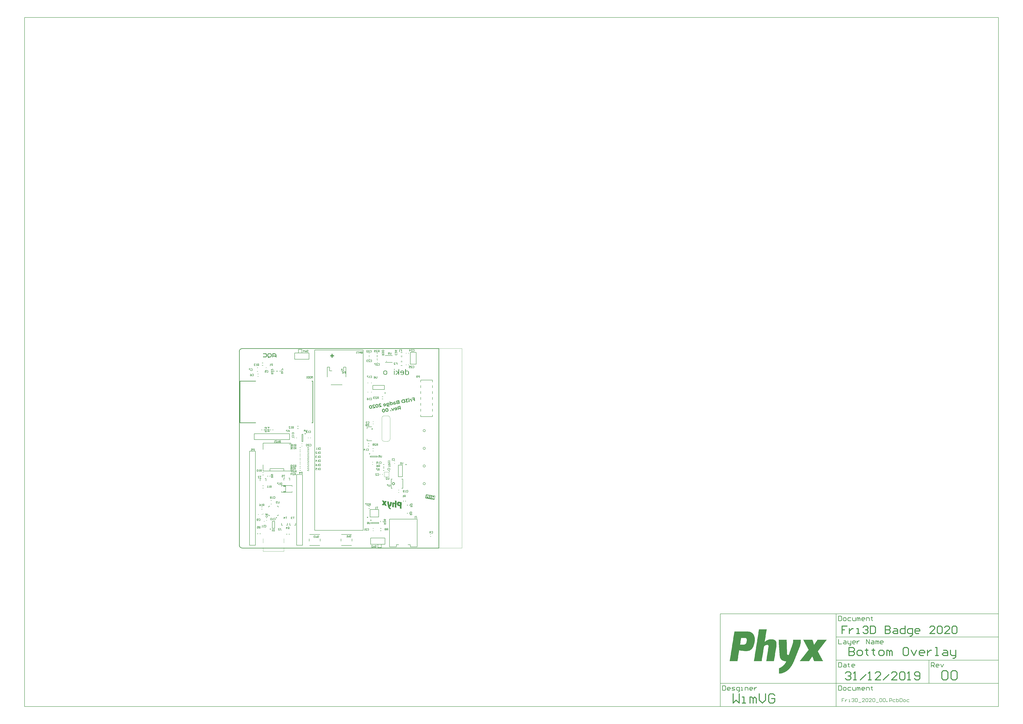
<source format=gbo>
G04*
G04 #@! TF.GenerationSoftware,Altium Limited,Altium Designer,20.0.10 (225)*
G04*
G04 Layer_Color=32896*
%FSLAX25Y25*%
%MOIN*%
G70*
G01*
G75*
%ADD10C,0.00787*%
%ADD11C,0.01000*%
%ADD12C,0.00591*%
%ADD13C,0.00984*%
%ADD15C,0.01575*%
%ADD16C,0.00394*%
%ADD40C,0.01181*%
%ADD42C,0.01968*%
%ADD147R,0.04331X0.01772*%
G36*
X40625Y330546D02*
X40624Y330477D01*
X40693Y330477D01*
X40694Y330545D01*
X40762Y330545D01*
X40761Y330476D01*
X40830Y330476D01*
X40830Y330544D01*
X40899Y330543D01*
X40898Y330475D01*
X40967Y330474D01*
X40968Y330543D01*
X41036Y330542D01*
X41035Y330474D01*
X41104Y330473D01*
X41104Y330542D01*
X41173Y330541D01*
X41172Y330472D01*
X41241Y330472D01*
X41241Y330540D01*
X41310Y330540D01*
X41309Y330471D01*
X41378Y330471D01*
X41378Y330539D01*
X41447Y330539D01*
X41446Y330470D01*
X41515Y330470D01*
X41515Y330538D01*
X41584Y330537D01*
X41583Y330469D01*
X41652Y330468D01*
X41652Y330537D01*
X41721Y330536D01*
X41720Y330468D01*
X41789Y330467D01*
X41789Y330536D01*
X41858Y330535D01*
X41857Y330467D01*
X41926Y330466D01*
X41926Y330535D01*
X41995Y330534D01*
X41994Y330465D01*
X42063Y330465D01*
X42063Y330533D01*
X42132Y330533D01*
X42131Y330464D01*
X42200Y330464D01*
X42200Y330532D01*
X42269Y330532D01*
X42268Y330463D01*
X42336Y330462D01*
X42337Y330531D01*
X42406Y330530D01*
X42405Y330462D01*
X42473Y330461D01*
X42474Y330530D01*
X42542Y330529D01*
X42542Y330461D01*
X42610Y330460D01*
X42611Y330528D01*
X42680Y330528D01*
X42679Y330459D01*
X42747Y330459D01*
X42748Y330527D01*
X42816Y330527D01*
X42816Y330458D01*
X42884Y330458D01*
X42885Y330526D01*
X42953Y330525D01*
X42953Y330457D01*
X43021Y330456D01*
X43022Y330525D01*
X43090Y330524D01*
X43090Y330456D01*
X43158Y330455D01*
X43159Y330524D01*
X43227Y330523D01*
X43227Y330455D01*
X43295Y330454D01*
X43296Y330522D01*
X43364Y330522D01*
X43364Y330453D01*
X43432Y330453D01*
X43433Y330521D01*
X43501Y330521D01*
X43501Y330452D01*
X43569Y330452D01*
X43570Y330520D01*
X43638Y330520D01*
X43638Y330451D01*
X43706Y330450D01*
X43707Y330519D01*
X43775Y330518D01*
X43775Y330450D01*
X43843Y330449D01*
X43844Y330518D01*
X43912Y330517D01*
X43911Y330449D01*
X43980Y330448D01*
X43981Y330517D01*
X44049Y330516D01*
X44049Y330447D01*
X44117Y330447D01*
X44118Y330515D01*
X44186Y330515D01*
X44185Y330446D01*
X44254Y330446D01*
X44254Y330514D01*
X44323Y330514D01*
X44322Y330445D01*
X44391Y330445D01*
X44391Y330513D01*
X44460Y330512D01*
X44459Y330444D01*
X44528Y330443D01*
X44528Y330512D01*
X44597Y330511D01*
X44596Y330443D01*
X44665Y330442D01*
X44665Y330510D01*
X44734Y330510D01*
X44733Y330441D01*
X44802Y330441D01*
X44802Y330509D01*
X44871Y330509D01*
X44870Y330440D01*
X44939Y330440D01*
X44939Y330508D01*
X45008Y330507D01*
X45007Y330439D01*
X45076Y330438D01*
X45076Y330507D01*
X45145Y330506D01*
X45144Y330438D01*
X45213Y330437D01*
X45212Y330369D01*
X45281Y330368D01*
X45281Y330437D01*
X45350Y330436D01*
X45349Y330368D01*
X45554Y330366D01*
X45554Y330297D01*
X45759Y330296D01*
X45759Y330227D01*
X45827Y330226D01*
X45827Y330158D01*
X45895Y330157D01*
X45894Y330089D01*
X46100Y330087D01*
X46099Y330019D01*
X46099Y329950D01*
X46167Y329950D01*
X46167Y329881D01*
X46166Y329813D01*
X46234Y329812D01*
X46234Y329744D01*
X46302Y329743D01*
X46302Y329675D01*
X46370Y329674D01*
X46370Y329605D01*
X46369Y329537D01*
X46437Y329536D01*
X46437Y329468D01*
X46436Y329399D01*
X46505Y329399D01*
X46504Y329330D01*
X46504Y329262D01*
X46503Y329193D01*
X46571Y329193D01*
X46571Y329124D01*
X46502Y329125D01*
X46502Y329056D01*
X46570Y329056D01*
X46570Y328987D01*
X46569Y328919D01*
X46569Y328850D01*
X46568Y328782D01*
X46567Y328713D01*
X46636Y328713D01*
X46635Y328644D01*
X46567Y328645D01*
X46566Y328576D01*
X46635Y328576D01*
X46634Y328507D01*
X46565Y328508D01*
X46565Y328439D01*
X46633Y328439D01*
X46633Y328370D01*
X46564Y328371D01*
X46564Y328303D01*
X46632Y328302D01*
X46632Y328233D01*
X46563Y328234D01*
X46562Y328166D01*
X46631Y328165D01*
X46630Y328097D01*
X46562Y328097D01*
X46561Y328028D01*
X46630Y328028D01*
X46629Y327959D01*
X46561Y327960D01*
X46560Y327892D01*
X46629Y327891D01*
X46628Y327822D01*
X46560Y327823D01*
X46559Y327755D01*
X46627Y327754D01*
X46627Y327686D01*
X46558Y327686D01*
X46558Y327618D01*
X46626Y327617D01*
X46626Y327549D01*
X46557Y327549D01*
X46556Y327481D01*
X46625Y327480D01*
X46624Y327412D01*
X46556Y327412D01*
X46555Y327344D01*
X46624Y327343D01*
X46623Y327275D01*
X46555Y327275D01*
X46554Y327207D01*
X46623Y327206D01*
X46622Y327138D01*
X46554Y327138D01*
X46553Y327070D01*
X46621Y327069D01*
X46621Y327001D01*
X46552Y327001D01*
X46552Y326933D01*
X46620Y326932D01*
X46620Y326864D01*
X46551Y326864D01*
X46551Y326796D01*
X46619Y326795D01*
X46618Y326727D01*
X46550Y326728D01*
X46549Y326659D01*
X46618Y326658D01*
X46617Y326590D01*
X46549Y326590D01*
X46548Y326522D01*
X46617Y326521D01*
X46616Y326453D01*
X46547Y326453D01*
X46547Y326385D01*
X46615Y326384D01*
X46615Y326316D01*
X46546Y326317D01*
X46546Y326248D01*
X46614Y326248D01*
X46614Y326179D01*
X46545Y326180D01*
X46545Y326111D01*
X46613Y326111D01*
X46612Y326042D01*
X46544Y326043D01*
X46543Y325974D01*
X46612Y325974D01*
X46611Y325905D01*
X46543Y325906D01*
X46542Y325837D01*
X46611Y325837D01*
X46610Y325768D01*
X46542Y325769D01*
X46541Y325700D01*
X46609Y325700D01*
X46609Y325631D01*
X46540Y325632D01*
X46540Y325563D01*
X46608Y325563D01*
X46608Y325494D01*
X46539Y325495D01*
X46539Y325426D01*
X46607Y325426D01*
X46606Y325357D01*
X46538Y325358D01*
X46537Y325289D01*
X46537Y325221D01*
X46536Y325152D01*
X46536Y325084D01*
X46535Y325015D01*
X46466Y325016D01*
X46466Y324948D01*
X46465Y324879D01*
X46465Y324811D01*
X46396Y324811D01*
X46396Y324743D01*
X46464Y324742D01*
X46464Y324674D01*
X46395Y324674D01*
X46394Y324606D01*
X46326Y324606D01*
X46325Y324538D01*
X46257Y324538D01*
X46256Y324470D01*
X46256Y324401D01*
X46187Y324402D01*
X46187Y324334D01*
X46186Y324265D01*
X46117Y324266D01*
X46117Y324197D01*
X46049Y324198D01*
X46048Y324129D01*
X45911Y324131D01*
X45910Y324062D01*
X45842Y324063D01*
X45841Y323994D01*
X45704Y323995D01*
X45704Y323927D01*
X45635Y323928D01*
X45635Y323859D01*
X45429Y323861D01*
X45429Y323792D01*
X45223Y323794D01*
X45222Y323726D01*
X40429Y323768D01*
X40430Y323836D01*
X40430Y323904D01*
X40431Y323973D01*
X40431Y324042D01*
X40432Y324110D01*
X40433Y324178D01*
X40433Y324247D01*
X40434Y324315D01*
X40434Y324384D01*
X40435Y324452D01*
X40435Y324521D01*
X40436Y324589D01*
X40437Y324658D01*
X40437Y324726D01*
X40438Y324795D01*
X40439Y324863D01*
X40439Y324932D01*
X40440Y325000D01*
X40508Y325000D01*
X40508Y324931D01*
X40576Y324931D01*
X40577Y324999D01*
X40645Y324998D01*
X40644Y324930D01*
X40713Y324929D01*
X40714Y324998D01*
X40782Y324997D01*
X40782Y324929D01*
X40850Y324928D01*
X40851Y324997D01*
X40919Y324996D01*
X40918Y324927D01*
X40987Y324927D01*
X40988Y324995D01*
X41056Y324995D01*
X41055Y324926D01*
X41124Y324926D01*
X41124Y324994D01*
X41193Y324994D01*
X41192Y324925D01*
X41261Y324924D01*
X41262Y324993D01*
X41330Y324992D01*
X41329Y324924D01*
X41398Y324923D01*
X41398Y324992D01*
X41467Y324991D01*
X41466Y324923D01*
X41535Y324922D01*
X41535Y324991D01*
X41604Y324990D01*
X41603Y324921D01*
X41672Y324921D01*
X41672Y324989D01*
X41741Y324989D01*
X41740Y324920D01*
X41809Y324920D01*
X41809Y324988D01*
X41878Y324988D01*
X41877Y324919D01*
X41946Y324919D01*
X41946Y324987D01*
X42015Y324986D01*
X42014Y324918D01*
X42083Y324917D01*
X42083Y324986D01*
X42152Y324985D01*
X42151Y324917D01*
X42220Y324916D01*
X42220Y324985D01*
X42289Y324984D01*
X42288Y324916D01*
X42357Y324915D01*
X42357Y324983D01*
X42426Y324983D01*
X42425Y324914D01*
X42494Y324914D01*
X42494Y324982D01*
X42563Y324982D01*
X42562Y324913D01*
X42630Y324913D01*
X42631Y324981D01*
X42700Y324980D01*
X42699Y324912D01*
X42767Y324911D01*
X42768Y324980D01*
X42836Y324979D01*
X42836Y324911D01*
X42904Y324910D01*
X42905Y324979D01*
X42974Y324978D01*
X42973Y324910D01*
X43041Y324909D01*
X43042Y324977D01*
X43110Y324977D01*
X43110Y324908D01*
X43178Y324908D01*
X43179Y324976D01*
X43247Y324976D01*
X43247Y324907D01*
X43315Y324907D01*
X43316Y324975D01*
X43384Y324974D01*
X43384Y324906D01*
X43452Y324905D01*
X43453Y324974D01*
X43521Y324973D01*
X43521Y324905D01*
X43589Y324904D01*
X43590Y324973D01*
X43658Y324972D01*
X43658Y324904D01*
X43726Y324903D01*
X43727Y324972D01*
X43795Y324971D01*
X43795Y324902D01*
X43863Y324902D01*
X43864Y324970D01*
X43932Y324970D01*
X43932Y324901D01*
X44000Y324901D01*
X44001Y324969D01*
X44069Y324969D01*
X44069Y324900D01*
X44137Y324899D01*
X44138Y324968D01*
X44206Y324967D01*
X44205Y324899D01*
X44274Y324898D01*
X44275Y324967D01*
X44343Y324966D01*
X44342Y324898D01*
X44411Y324897D01*
X44412Y324966D01*
X44480Y324965D01*
X44479Y324897D01*
X44548Y324896D01*
X44548Y324964D01*
X44617Y324964D01*
X44616Y324895D01*
X44685Y324895D01*
X44685Y324963D01*
X44754Y324962D01*
X44753Y324894D01*
X44822Y324893D01*
X44822Y324962D01*
X44891Y324961D01*
X44890Y324893D01*
X44959Y324892D01*
X44959Y324961D01*
X45028Y324960D01*
X45028Y325029D01*
X45234Y325027D01*
X45235Y325095D01*
X45166Y325096D01*
X45167Y325164D01*
X45235Y325164D01*
X45236Y325232D01*
X45304Y325232D01*
X45305Y325300D01*
X45373Y325300D01*
X45374Y325368D01*
X45305Y325369D01*
X45306Y325437D01*
X45374Y325436D01*
X45375Y325505D01*
X45307Y325506D01*
X45307Y325574D01*
X45376Y325573D01*
X45376Y325642D01*
X45308Y325642D01*
X45308Y325711D01*
X45377Y325710D01*
X45377Y325779D01*
X45309Y325780D01*
X45309Y325848D01*
X45378Y325847D01*
X45379Y325916D01*
X45310Y325917D01*
X45311Y325985D01*
X45379Y325984D01*
X45380Y326053D01*
X45311Y326053D01*
X45312Y326122D01*
X45380Y326121D01*
X45381Y326190D01*
X45312Y326190D01*
X45313Y326259D01*
X45382Y326258D01*
X45382Y326327D01*
X45314Y326327D01*
X45314Y326396D01*
X45383Y326395D01*
X45383Y326464D01*
X45315Y326464D01*
X45316Y326533D01*
X45384Y326532D01*
X45385Y326601D01*
X45316Y326601D01*
X45317Y326670D01*
X45385Y326669D01*
X45386Y326738D01*
X45317Y326738D01*
X45318Y326807D01*
X45386Y326806D01*
X45387Y326875D01*
X45318Y326875D01*
X45319Y326944D01*
X45388Y326943D01*
X45388Y327011D01*
X45320Y327012D01*
X45320Y327081D01*
X45389Y327080D01*
X45389Y327149D01*
X45321Y327149D01*
X45322Y327218D01*
X45390Y327217D01*
X45391Y327286D01*
X45322Y327286D01*
X45323Y327355D01*
X45391Y327354D01*
X45392Y327422D01*
X45323Y327423D01*
X45324Y327491D01*
X45392Y327491D01*
X45393Y327559D01*
X45325Y327560D01*
X45325Y327628D01*
X45393Y327628D01*
X45394Y327696D01*
X45326Y327697D01*
X45326Y327765D01*
X45395Y327765D01*
X45395Y327833D01*
X45327Y327834D01*
X45327Y327902D01*
X45396Y327902D01*
X45397Y327970D01*
X45328Y327971D01*
X45329Y328039D01*
X45397Y328039D01*
X45398Y328107D01*
X45329Y328108D01*
X45330Y328176D01*
X45398Y328176D01*
X45399Y328244D01*
X45330Y328245D01*
X45331Y328313D01*
X45399Y328313D01*
X45400Y328381D01*
X45332Y328382D01*
X45332Y328450D01*
X45401Y328450D01*
X45401Y328518D01*
X45333Y328519D01*
X45333Y328587D01*
X45402Y328587D01*
X45403Y328655D01*
X45334Y328656D01*
X45335Y328724D01*
X45403Y328724D01*
X45404Y328792D01*
X45335Y328793D01*
X45336Y328861D01*
X45336Y328930D01*
X45337Y328998D01*
X45268Y328999D01*
X45269Y329067D01*
X45201Y329068D01*
X45201Y329136D01*
X45133Y329137D01*
X45133Y329205D01*
X44928Y329207D01*
X44929Y329275D01*
X44860Y329276D01*
X44859Y329208D01*
X44791Y329208D01*
X44792Y329277D01*
X44723Y329277D01*
X44723Y329209D01*
X44654Y329209D01*
X44655Y329278D01*
X44586Y329278D01*
X44585Y329210D01*
X44517Y329211D01*
X44518Y329279D01*
X44449Y329280D01*
X44449Y329211D01*
X44380Y329212D01*
X44381Y329280D01*
X44312Y329281D01*
X44312Y329212D01*
X44243Y329213D01*
X44244Y329281D01*
X44175Y329282D01*
X44175Y329214D01*
X44106Y329214D01*
X44107Y329283D01*
X44038Y329283D01*
X44038Y329215D01*
X43969Y329215D01*
X43970Y329284D01*
X43901Y329285D01*
X43901Y329216D01*
X43832Y329217D01*
X43833Y329285D01*
X43764Y329286D01*
X43764Y329217D01*
X43695Y329218D01*
X43696Y329286D01*
X43627Y329287D01*
X43627Y329218D01*
X43558Y329219D01*
X43559Y329288D01*
X43490Y329288D01*
X43490Y329220D01*
X43421Y329220D01*
X43422Y329289D01*
X43354Y329289D01*
X43353Y329221D01*
X43284Y329221D01*
X43285Y329290D01*
X43216Y329291D01*
X43216Y329222D01*
X43148Y329223D01*
X43148Y329291D01*
X43080Y329292D01*
X43079Y329223D01*
X43011Y329224D01*
X43011Y329292D01*
X42943Y329293D01*
X42942Y329224D01*
X42874Y329225D01*
X42874Y329293D01*
X42806Y329294D01*
X42805Y329226D01*
X42737Y329226D01*
X42737Y329295D01*
X42669Y329295D01*
X42668Y329227D01*
X42600Y329227D01*
X42600Y329296D01*
X42532Y329296D01*
X42531Y329228D01*
X42463Y329229D01*
X42463Y329297D01*
X42395Y329298D01*
X42394Y329229D01*
X42326Y329230D01*
X42326Y329298D01*
X42258Y329299D01*
X42257Y329230D01*
X42189Y329231D01*
X42189Y329299D01*
X42121Y329300D01*
X42120Y329232D01*
X42052Y329232D01*
X42052Y329301D01*
X41984Y329301D01*
X41983Y329233D01*
X41915Y329233D01*
X41915Y329302D01*
X41847Y329302D01*
X41846Y329234D01*
X41778Y329235D01*
X41778Y329303D01*
X41710Y329304D01*
X41709Y329235D01*
X41641Y329236D01*
X41642Y329304D01*
X41573Y329305D01*
X41572Y329236D01*
X41504Y329237D01*
X41505Y329305D01*
X41436Y329306D01*
X41436Y329238D01*
X41367Y329238D01*
X41368Y329307D01*
X41299Y329307D01*
X41298Y329239D01*
X41230Y329239D01*
X41231Y329308D01*
X41162Y329308D01*
X41162Y329240D01*
X41093Y329240D01*
X41094Y329309D01*
X41025Y329310D01*
X41025Y329241D01*
X40956Y329242D01*
X40957Y329310D01*
X40888Y329311D01*
X40888Y329242D01*
X40819Y329243D01*
X40820Y329311D01*
X40751Y329312D01*
X40751Y329243D01*
X40682Y329244D01*
X40683Y329313D01*
X40614Y329313D01*
X40614Y329245D01*
X40545Y329245D01*
X40546Y329314D01*
X40477Y329314D01*
X40478Y329383D01*
X40479Y329451D01*
X40479Y329520D01*
X40480Y329588D01*
X40480Y329657D01*
X40481Y329725D01*
X40481Y329794D01*
X40482Y329862D01*
X40483Y329931D01*
X40483Y329999D01*
X40484Y330068D01*
X40484Y330136D01*
X40485Y330205D01*
X40486Y330273D01*
X40486Y330342D01*
X40487Y330410D01*
X40488Y330479D01*
X40556Y330478D01*
X40557Y330546D01*
X40625Y330546D01*
D02*
G37*
G36*
X50144Y330531D02*
X50144Y330463D01*
X50212Y330462D01*
X50213Y330531D01*
X50281Y330530D01*
X50281Y330462D01*
X50349Y330461D01*
X50350Y330529D01*
X50555Y330528D01*
X50555Y330459D01*
X50623Y330459D01*
X50624Y330527D01*
X50829Y330525D01*
X50828Y330457D01*
X50897Y330456D01*
X50898Y330525D01*
X51103Y330523D01*
X51102Y330454D01*
X51171Y330454D01*
X51171Y330522D01*
X51377Y330521D01*
X51376Y330452D01*
X51445Y330451D01*
X51445Y330520D01*
X51651Y330518D01*
X51650Y330450D01*
X51719Y330449D01*
X51719Y330518D01*
X51925Y330516D01*
X51924Y330447D01*
X51993Y330447D01*
X51993Y330515D01*
X52199Y330513D01*
X52198Y330445D01*
X52267Y330444D01*
X52267Y330513D01*
X52336Y330512D01*
X52335Y330444D01*
X52403Y330443D01*
X52404Y330511D01*
X52473Y330511D01*
X52472Y330442D01*
X52540Y330442D01*
X52541Y330510D01*
X52610Y330510D01*
X52609Y330441D01*
X52951Y330438D01*
X52951Y330370D01*
X53019Y330369D01*
X53020Y330438D01*
X53088Y330437D01*
X53088Y330369D01*
X53156Y330368D01*
X53156Y330299D01*
X53361Y330298D01*
X53360Y330229D01*
X53429Y330229D01*
X53428Y330160D01*
X53634Y330158D01*
X53633Y330090D01*
X53702Y330089D01*
X53701Y330021D01*
X53838Y330020D01*
X53837Y329951D01*
X53837Y329883D01*
X54042Y329881D01*
X54042Y329812D01*
X54110Y329812D01*
X54110Y329743D01*
X54178Y329743D01*
X54177Y329674D01*
X54246Y329674D01*
X54245Y329605D01*
X54314Y329605D01*
X54313Y329536D01*
X54382Y329535D01*
X54381Y329467D01*
X54450Y329466D01*
X54449Y329398D01*
X54448Y329329D01*
X54517Y329329D01*
X54516Y329260D01*
X54516Y329192D01*
X54584Y329191D01*
X54584Y329123D01*
X54652Y329122D01*
X54651Y329054D01*
X54651Y328985D01*
X54650Y328917D01*
X54719Y328916D01*
X54718Y328848D01*
X54787Y328847D01*
X54786Y328779D01*
X54785Y328710D01*
X54785Y328642D01*
X54853Y328641D01*
X54853Y328573D01*
X54852Y328504D01*
X54851Y328436D01*
X54920Y328435D01*
X54919Y328367D01*
X54919Y328298D01*
X54918Y328230D01*
X54987Y328229D01*
X54986Y328161D01*
X54918Y328161D01*
X54917Y328093D01*
X54985Y328092D01*
X54985Y328024D01*
X54916Y328024D01*
X54916Y327956D01*
X54984Y327955D01*
X54984Y327887D01*
X54983Y327818D01*
X54982Y327750D01*
X54982Y327681D01*
X54981Y327613D01*
X54981Y327544D01*
X54980Y327476D01*
X54979Y327407D01*
X54979Y327339D01*
X54978Y327270D01*
X54978Y327202D01*
X54977Y327133D01*
X54976Y327065D01*
X54976Y326996D01*
X54975Y326928D01*
X54975Y326859D01*
X54974Y326791D01*
X54974Y326722D01*
X54973Y326654D01*
X54972Y326586D01*
X54972Y326517D01*
X54971Y326448D01*
X54971Y326380D01*
X54970Y326311D01*
X54969Y326243D01*
X54969Y326175D01*
X54968Y326106D01*
X54900Y326107D01*
X54899Y326038D01*
X54967Y326038D01*
X54967Y325969D01*
X54898Y325970D01*
X54898Y325901D01*
X54966Y325901D01*
X54966Y325832D01*
X54897Y325833D01*
X54897Y325764D01*
X54896Y325696D01*
X54895Y325627D01*
X54827Y325628D01*
X54826Y325559D01*
X54826Y325491D01*
X54825Y325423D01*
X54757Y325423D01*
X54756Y325355D01*
X54825Y325354D01*
X54824Y325286D01*
X54756Y325286D01*
X54755Y325218D01*
X54686Y325218D01*
X54686Y325150D01*
X54685Y325081D01*
X54685Y325013D01*
X54616Y325013D01*
X54615Y324945D01*
X54547Y324945D01*
X54546Y324877D01*
X54478Y324878D01*
X54477Y324809D01*
X54546Y324809D01*
X54545Y324740D01*
X54477Y324741D01*
X54476Y324672D01*
X54408Y324673D01*
X54407Y324604D01*
X54339Y324605D01*
X54338Y324536D01*
X54270Y324537D01*
X54269Y324469D01*
X54201Y324469D01*
X54200Y324401D01*
X54131Y324401D01*
X54131Y324333D01*
X54062Y324333D01*
X54062Y324265D01*
X53993Y324266D01*
X53993Y324197D01*
X53924Y324198D01*
X53924Y324129D01*
X53855Y324130D01*
X53855Y324061D01*
X53786Y324062D01*
X53785Y323993D01*
X53717Y323994D01*
X53716Y323925D01*
X53511Y323927D01*
X53510Y323859D01*
X53442Y323859D01*
X53441Y323791D01*
X53236Y323793D01*
X53235Y323724D01*
X53167Y323725D01*
X53166Y323656D01*
X53098Y323657D01*
X53098Y323726D01*
X53030Y323726D01*
X53029Y323658D01*
X52824Y323659D01*
X52823Y323591D01*
X52755Y323591D01*
X52755Y323660D01*
X52687Y323661D01*
X52686Y323592D01*
X52481Y323594D01*
X52480Y323525D01*
X52412Y323526D01*
X52412Y323594D01*
X52344Y323595D01*
X52343Y323527D01*
X52275Y323527D01*
X52275Y323596D01*
X52207Y323596D01*
X52206Y323528D01*
X52138Y323528D01*
X52138Y323597D01*
X52070Y323598D01*
X52069Y323529D01*
X52001Y323530D01*
X52001Y323598D01*
X51933Y323599D01*
X51932Y323530D01*
X51864Y323531D01*
X51864Y323599D01*
X51796Y323600D01*
X51795Y323531D01*
X51727Y323532D01*
X51727Y323601D01*
X51659Y323601D01*
X51658Y323533D01*
X51590Y323533D01*
X51591Y323602D01*
X51522Y323602D01*
X51521Y323534D01*
X51453Y323534D01*
X51454Y323603D01*
X51385Y323604D01*
X51385Y323535D01*
X51316Y323536D01*
X51317Y323604D01*
X51248Y323605D01*
X51248Y323536D01*
X51179Y323537D01*
X51180Y323605D01*
X51111Y323606D01*
X51111Y323537D01*
X51042Y323538D01*
X51043Y323606D01*
X50974Y323607D01*
X50974Y323539D01*
X50768Y323540D01*
X50767Y323472D01*
X50767Y323403D01*
X50630Y323405D01*
X50629Y323336D01*
X50561Y323337D01*
X50560Y323268D01*
X50492Y323269D01*
X50491Y323200D01*
X50423Y323201D01*
X50422Y323132D01*
X50354Y323133D01*
X50353Y323065D01*
X50285Y323065D01*
X50284Y322997D01*
X50079Y322998D01*
X50078Y322930D01*
X50146Y322929D01*
X50146Y322861D01*
X49940Y322863D01*
X49940Y322794D01*
X49871Y322795D01*
X49871Y322726D01*
X49802Y322727D01*
X49802Y322658D01*
X49733Y322659D01*
X49733Y322591D01*
X49664Y322591D01*
X49665Y322660D01*
X49596Y322660D01*
X49596Y322592D01*
X49527Y322592D01*
X49528Y322661D01*
X49459Y322661D01*
X49459Y322593D01*
X49390Y322594D01*
X49391Y322662D01*
X49322Y322663D01*
X49322Y322594D01*
X49253Y322595D01*
X49254Y322663D01*
X49185Y322664D01*
X49185Y322595D01*
X49116Y322596D01*
X49117Y322664D01*
X49048Y322665D01*
X49048Y322597D01*
X48979Y322597D01*
X48980Y322666D01*
X48911Y322666D01*
X48911Y322598D01*
X48842Y322598D01*
X48843Y322667D01*
X48774Y322668D01*
X48774Y322599D01*
X48705Y322600D01*
X48706Y322668D01*
X48638Y322669D01*
X48637Y322600D01*
X48568Y322601D01*
X48569Y322669D01*
X48501Y322670D01*
X48500Y322601D01*
X48432Y322602D01*
X48432Y322671D01*
X48364Y322671D01*
X48363Y322603D01*
X48294Y322603D01*
X48295Y322672D01*
X48227Y322672D01*
X48226Y322604D01*
X48158Y322604D01*
X48158Y322673D01*
X48090Y322673D01*
X48089Y322605D01*
X48021Y322605D01*
X48021Y322674D01*
X48090Y322673D01*
X48090Y322742D01*
X48159Y322741D01*
X48159Y322810D01*
X48228Y322809D01*
X48228Y322878D01*
X48297Y322877D01*
X48298Y322946D01*
X48366Y322945D01*
X48367Y323013D01*
X48435Y323013D01*
X48436Y323081D01*
X48641Y323079D01*
X48642Y323148D01*
X48642Y323217D01*
X48779Y323215D01*
X48780Y323284D01*
X48848Y323283D01*
X48849Y323352D01*
X48917Y323351D01*
X48918Y323419D01*
X48987Y323419D01*
X48987Y323487D01*
X49056Y323487D01*
X49056Y323555D01*
X49125Y323555D01*
X49125Y323623D01*
X49262Y323622D01*
X49263Y323691D01*
X49263Y323759D01*
X49332Y323758D01*
X49332Y323827D01*
X49264Y323827D01*
X49265Y323896D01*
X49196Y323897D01*
X49196Y323828D01*
X49127Y323829D01*
X49128Y323897D01*
X49059Y323898D01*
X49060Y323966D01*
X48991Y323967D01*
X48992Y324035D01*
X48923Y324036D01*
X48924Y324104D01*
X48719Y324106D01*
X48719Y324175D01*
X48651Y324175D01*
X48651Y324244D01*
X48583Y324244D01*
X48583Y324313D01*
X48515Y324313D01*
X48515Y324382D01*
X48447Y324382D01*
X48448Y324451D01*
X48379Y324451D01*
X48380Y324520D01*
X48311Y324521D01*
X48312Y324589D01*
X48243Y324590D01*
X48244Y324658D01*
X48175Y324659D01*
X48176Y324727D01*
X48177Y324796D01*
X48108Y324796D01*
X48109Y324865D01*
X48109Y324933D01*
X48041Y324934D01*
X48041Y325002D01*
X47973Y325003D01*
X47974Y325071D01*
X47905Y325072D01*
X47906Y325141D01*
X47974Y325140D01*
X47975Y325208D01*
X47906Y325209D01*
X47907Y325277D01*
X47839Y325278D01*
X47839Y325346D01*
X47840Y325415D01*
X47840Y325483D01*
X47772Y325484D01*
X47772Y325553D01*
X47841Y325552D01*
X47842Y325620D01*
X47773Y325621D01*
X47774Y325690D01*
X47774Y325758D01*
X47775Y325827D01*
X47706Y325827D01*
X47707Y325896D01*
X47708Y325964D01*
X47708Y326032D01*
X47709Y326101D01*
X47709Y326169D01*
X47641Y326170D01*
X47641Y326238D01*
X47710Y326238D01*
X47710Y326306D01*
X47642Y326307D01*
X47643Y326376D01*
X47711Y326375D01*
X47712Y326443D01*
X47643Y326444D01*
X47644Y326512D01*
X47712Y326512D01*
X47713Y326580D01*
X47644Y326581D01*
X47645Y326649D01*
X47714Y326649D01*
X47714Y326717D01*
X47646Y326718D01*
X47646Y326786D01*
X47715Y326786D01*
X47715Y326854D01*
X47647Y326855D01*
X47647Y326923D01*
X47716Y326923D01*
X47717Y326991D01*
X47648Y326992D01*
X47649Y327060D01*
X47717Y327060D01*
X47718Y327128D01*
X47649Y327129D01*
X47650Y327197D01*
X47718Y327197D01*
X47719Y327265D01*
X47650Y327266D01*
X47651Y327334D01*
X47719Y327334D01*
X47720Y327402D01*
X47651Y327403D01*
X47652Y327471D01*
X47721Y327471D01*
X47721Y327539D01*
X47653Y327540D01*
X47653Y327608D01*
X47722Y327607D01*
X47722Y327676D01*
X47654Y327677D01*
X47655Y327745D01*
X47723Y327745D01*
X47724Y327813D01*
X47655Y327814D01*
X47656Y327882D01*
X47724Y327881D01*
X47725Y327950D01*
X47656Y327951D01*
X47657Y328019D01*
X47725Y328018D01*
X47726Y328087D01*
X47727Y328155D01*
X47727Y328224D01*
X47728Y328292D01*
X47728Y328361D01*
X47797Y328360D01*
X47798Y328429D01*
X47798Y328497D01*
X47799Y328566D01*
X47867Y328565D01*
X47868Y328633D01*
X47799Y328634D01*
X47800Y328703D01*
X47868Y328702D01*
X47869Y328770D01*
X47937Y328770D01*
X47938Y328838D01*
X47939Y328907D01*
X47939Y328975D01*
X48008Y328975D01*
X48008Y329043D01*
X48077Y329043D01*
X48077Y329111D01*
X48078Y329180D01*
X48079Y329248D01*
X48147Y329247D01*
X48148Y329316D01*
X48216Y329315D01*
X48217Y329384D01*
X48285Y329383D01*
X48286Y329452D01*
X48217Y329452D01*
X48218Y329521D01*
X48355Y329520D01*
X48355Y329588D01*
X48356Y329657D01*
X48425Y329656D01*
X48425Y329724D01*
X48494Y329724D01*
X48494Y329792D01*
X48631Y329791D01*
X48632Y329860D01*
X48632Y329928D01*
X48838Y329926D01*
X48838Y329995D01*
X48907Y329994D01*
X48908Y330063D01*
X48976Y330062D01*
X48977Y330131D01*
X49045Y330130D01*
X49046Y330198D01*
X49251Y330197D01*
X49252Y330265D01*
X49320Y330264D01*
X49321Y330333D01*
X49526Y330331D01*
X49527Y330400D01*
X49595Y330399D01*
X49595Y330331D01*
X49663Y330330D01*
X49664Y330399D01*
X49732Y330398D01*
X49733Y330466D01*
X49801Y330466D01*
X49801Y330397D01*
X49869Y330397D01*
X49870Y330465D01*
X50075Y330463D01*
X50076Y330532D01*
X50144Y330531D01*
D02*
G37*
G36*
X56786Y330405D02*
X56786Y330336D01*
X56854Y330336D01*
X56855Y330404D01*
X56923Y330404D01*
X56923Y330335D01*
X56991Y330334D01*
X56992Y330403D01*
X57060Y330402D01*
X57060Y330334D01*
X57128Y330333D01*
X57129Y330402D01*
X57197Y330401D01*
X57196Y330333D01*
X57265Y330332D01*
X57266Y330401D01*
X57334Y330400D01*
X57333Y330331D01*
X57402Y330331D01*
X57403Y330399D01*
X57471Y330399D01*
X57470Y330330D01*
X57539Y330330D01*
X57539Y330398D01*
X57608Y330398D01*
X57607Y330329D01*
X57676Y330328D01*
X57676Y330397D01*
X57745Y330396D01*
X57744Y330328D01*
X57813Y330327D01*
X57813Y330396D01*
X57882Y330395D01*
X57881Y330327D01*
X57950Y330326D01*
X57950Y330395D01*
X58019Y330394D01*
X58018Y330326D01*
X58087Y330325D01*
X58087Y330393D01*
X58156Y330393D01*
X58155Y330324D01*
X58224Y330324D01*
X58224Y330392D01*
X58293Y330392D01*
X58292Y330323D01*
X58361Y330323D01*
X58361Y330391D01*
X58430Y330390D01*
X58429Y330322D01*
X58498Y330321D01*
X58498Y330390D01*
X58567Y330389D01*
X58566Y330321D01*
X58635Y330320D01*
X58635Y330389D01*
X58704Y330388D01*
X58703Y330320D01*
X58772Y330319D01*
X58772Y330387D01*
X58841Y330387D01*
X58840Y330318D01*
X58908Y330318D01*
X58909Y330386D01*
X58978Y330386D01*
X58977Y330317D01*
X59045Y330317D01*
X59046Y330385D01*
X59114Y330384D01*
X59114Y330316D01*
X59182Y330315D01*
X59183Y330384D01*
X59251Y330383D01*
X59251Y330315D01*
X59319Y330314D01*
X59320Y330383D01*
X59389Y330382D01*
X59388Y330314D01*
X59456Y330313D01*
X59457Y330381D01*
X59525Y330381D01*
X59525Y330312D01*
X59593Y330312D01*
X59594Y330380D01*
X59662Y330380D01*
X59662Y330311D01*
X59730Y330311D01*
X59731Y330379D01*
X59799Y330379D01*
X59799Y330310D01*
X59867Y330309D01*
X59868Y330378D01*
X59936Y330377D01*
X59936Y330309D01*
X60141Y330307D01*
X60141Y330239D01*
X60209Y330238D01*
X60210Y330306D01*
X60278Y330306D01*
X60277Y330237D01*
X60620Y330234D01*
X60619Y330166D01*
X60688Y330165D01*
X60687Y330097D01*
X60756Y330096D01*
X60756Y330165D01*
X60825Y330164D01*
X60824Y330096D01*
X61030Y330094D01*
X61029Y330025D01*
X61098Y330025D01*
X61097Y329956D01*
X61302Y329955D01*
X61302Y329886D01*
X61370Y329885D01*
X61370Y329817D01*
X61506Y329816D01*
X61506Y329747D01*
X61505Y329679D01*
X61711Y329677D01*
X61710Y329608D01*
X61779Y329608D01*
X61778Y329539D01*
X61847Y329539D01*
X61846Y329470D01*
X61914Y329470D01*
X61914Y329401D01*
X61982Y329401D01*
X61982Y329332D01*
X62050Y329332D01*
X62050Y329263D01*
X62118Y329262D01*
X62117Y329194D01*
X62186Y329193D01*
X62185Y329125D01*
X62254Y329124D01*
X62253Y329056D01*
X62253Y328987D01*
X62390Y328986D01*
X62389Y328918D01*
X62321Y328918D01*
X62320Y328850D01*
X62388Y328849D01*
X62388Y328781D01*
X62456Y328780D01*
X62456Y328712D01*
X62524Y328711D01*
X62524Y328643D01*
X62523Y328574D01*
X62522Y328506D01*
X62591Y328505D01*
X62590Y328437D01*
X62659Y328436D01*
X62658Y328367D01*
X62657Y328299D01*
X62726Y328298D01*
X62725Y328230D01*
X62725Y328161D01*
X62793Y328161D01*
X62793Y328092D01*
X62724Y328093D01*
X62724Y328025D01*
X62792Y328024D01*
X62792Y327955D01*
X62791Y327887D01*
X62790Y327818D01*
X62859Y327818D01*
X62858Y327749D01*
X62858Y327681D01*
X62857Y327612D01*
X62925Y327612D01*
X62925Y327543D01*
X62856Y327544D01*
X62856Y327476D01*
X62924Y327475D01*
X62924Y327406D01*
X62855Y327407D01*
X62855Y327339D01*
X62923Y327338D01*
X62923Y327269D01*
X62854Y327270D01*
X62853Y327202D01*
X62922Y327201D01*
X62921Y327133D01*
X62921Y327064D01*
X62920Y326995D01*
X62919Y326927D01*
X62919Y326859D01*
X62918Y326790D01*
X62918Y326722D01*
X62917Y326653D01*
X62916Y326585D01*
X62916Y326516D01*
X62915Y326448D01*
X62915Y326379D01*
X62914Y326311D01*
X62914Y326242D01*
X62913Y326174D01*
X62912Y326105D01*
X62912Y326037D01*
X62911Y325968D01*
X62910Y325900D01*
X62910Y325831D01*
X62909Y325763D01*
X62909Y325694D01*
X62908Y325626D01*
X62907Y325557D01*
X62907Y325489D01*
X62906Y325420D01*
X62906Y325352D01*
X62905Y325284D01*
X62905Y325215D01*
X62904Y325147D01*
X62903Y325078D01*
X62903Y325010D01*
X62902Y324941D01*
X62902Y324873D01*
X62901Y324804D01*
X62900Y324736D01*
X62900Y324667D01*
X62899Y324599D01*
X62899Y324530D01*
X62898Y324462D01*
X62897Y324393D01*
X62897Y324325D01*
X62896Y324256D01*
X62896Y324188D01*
X62895Y324119D01*
X62894Y324051D01*
X62894Y323982D01*
X62893Y323914D01*
X62893Y323845D01*
X62892Y323777D01*
X62891Y323709D01*
X62891Y323640D01*
X62890Y323571D01*
X61658Y323582D01*
X61658Y323651D01*
X61659Y323719D01*
X61659Y323788D01*
X61660Y323856D01*
X61661Y323925D01*
X61661Y323993D01*
X61662Y324062D01*
X61662Y324130D01*
X61663Y324199D01*
X61664Y324267D01*
X61664Y324336D01*
X61665Y324404D01*
X61665Y324472D01*
X61666Y324541D01*
X61667Y324609D01*
X61667Y324678D01*
X61668Y324746D01*
X61668Y324815D01*
X61669Y324883D01*
X61669Y324952D01*
X61670Y325020D01*
X61671Y325089D01*
X61671Y325157D01*
X61672Y325226D01*
X57358Y325263D01*
X57357Y325195D01*
X57426Y325194D01*
X57425Y325126D01*
X57357Y325127D01*
X57356Y325058D01*
X57424Y325057D01*
X57424Y324989D01*
X57355Y324990D01*
X57355Y324921D01*
X57423Y324920D01*
X57423Y324852D01*
X57354Y324853D01*
X57354Y324784D01*
X57422Y324783D01*
X57421Y324715D01*
X57353Y324716D01*
X57352Y324647D01*
X57421Y324646D01*
X57420Y324578D01*
X57352Y324579D01*
X57351Y324510D01*
X57420Y324510D01*
X57419Y324441D01*
X57350Y324442D01*
X57350Y324373D01*
X57418Y324373D01*
X57418Y324304D01*
X57349Y324305D01*
X57349Y324236D01*
X57417Y324236D01*
X57417Y324167D01*
X57348Y324168D01*
X57348Y324099D01*
X57416Y324099D01*
X57415Y324030D01*
X57347Y324031D01*
X57346Y323962D01*
X57415Y323962D01*
X57414Y323893D01*
X57346Y323894D01*
X57345Y323825D01*
X57414Y323825D01*
X57413Y323756D01*
X57345Y323757D01*
X57344Y323688D01*
X57412Y323688D01*
X57412Y323619D01*
X56111Y323631D01*
X56111Y323699D01*
X56180Y323699D01*
X56180Y323767D01*
X56112Y323768D01*
X56112Y323836D01*
X56181Y323836D01*
X56182Y323904D01*
X56113Y323905D01*
X56114Y323973D01*
X56182Y323973D01*
X56183Y324041D01*
X56114Y324042D01*
X56115Y324110D01*
X56183Y324110D01*
X56184Y324178D01*
X56116Y324179D01*
X56116Y324247D01*
X56185Y324246D01*
X56185Y324315D01*
X56117Y324316D01*
X56117Y324384D01*
X56186Y324383D01*
X56186Y324452D01*
X56118Y324452D01*
X56119Y324521D01*
X56187Y324520D01*
X56188Y324589D01*
X56119Y324589D01*
X56120Y324658D01*
X56188Y324657D01*
X56189Y324726D01*
X56120Y324726D01*
X56121Y324795D01*
X56189Y324794D01*
X56190Y324863D01*
X56121Y324863D01*
X56122Y324932D01*
X56191Y324931D01*
X56191Y325000D01*
X56123Y325000D01*
X56123Y325069D01*
X56192Y325068D01*
X56192Y325137D01*
X56124Y325137D01*
X56125Y325206D01*
X56193Y325205D01*
X56194Y325274D01*
X56125Y325274D01*
X56126Y325343D01*
X56194Y325342D01*
X56195Y325411D01*
X56126Y325411D01*
X56127Y325480D01*
X56195Y325479D01*
X56196Y325548D01*
X56128Y325548D01*
X56128Y325617D01*
X56196Y325616D01*
X56197Y325684D01*
X56129Y325685D01*
X56129Y325754D01*
X56198Y325753D01*
X56198Y325821D01*
X56130Y325822D01*
X56130Y325890D01*
X56199Y325890D01*
X56200Y325958D01*
X56131Y325959D01*
X56132Y326027D01*
X56200Y326027D01*
X56201Y326095D01*
X56132Y326096D01*
X56133Y326164D01*
X56201Y326164D01*
X56202Y326232D01*
X56133Y326233D01*
X56134Y326301D01*
X56203Y326301D01*
X56203Y326369D01*
X56135Y326370D01*
X56135Y326438D01*
X56204Y326438D01*
X56204Y326506D01*
X56136Y326507D01*
X56137Y326575D01*
X56205Y326575D01*
X56205Y326643D01*
X56137Y326644D01*
X56138Y326712D01*
X56206Y326712D01*
X56207Y326780D01*
X56138Y326781D01*
X56139Y326849D01*
X56207Y326849D01*
X56208Y326917D01*
X56139Y326918D01*
X56140Y326986D01*
X56208Y326986D01*
X56209Y327054D01*
X56141Y327055D01*
X56141Y327123D01*
X56210Y327123D01*
X56210Y327191D01*
X56142Y327192D01*
X56142Y327260D01*
X56211Y327259D01*
X56212Y327328D01*
X56143Y327329D01*
X56144Y327397D01*
X56212Y327396D01*
X56213Y327465D01*
X56144Y327466D01*
X56145Y327534D01*
X56213Y327533D01*
X56214Y327602D01*
X56145Y327603D01*
X56146Y327671D01*
X56214Y327670D01*
X56215Y327739D01*
X56147Y327740D01*
X56147Y327808D01*
X56216Y327807D01*
X56216Y327876D01*
X56148Y327876D01*
X56148Y327945D01*
X56217Y327944D01*
X56217Y328013D01*
X56149Y328013D01*
X56150Y328082D01*
X56218Y328081D01*
X56219Y328150D01*
X56150Y328150D01*
X56151Y328219D01*
X56219Y328218D01*
X56220Y328287D01*
X56151Y328287D01*
X56152Y328356D01*
X56220Y328355D01*
X56221Y328424D01*
X56153Y328424D01*
X56153Y328493D01*
X56222Y328492D01*
X56222Y328561D01*
X56154Y328561D01*
X56154Y328630D01*
X56223Y328629D01*
X56223Y328698D01*
X56155Y328698D01*
X56156Y328767D01*
X56224Y328766D01*
X56225Y328835D01*
X56156Y328835D01*
X56157Y328904D01*
X56225Y328903D01*
X56226Y328972D01*
X56157Y328972D01*
X56158Y329041D01*
X56226Y329040D01*
X56227Y329108D01*
X56159Y329109D01*
X56159Y329177D01*
X56228Y329177D01*
X56228Y329245D01*
X56160Y329246D01*
X56160Y329314D01*
X56229Y329314D01*
X56229Y329382D01*
X56161Y329383D01*
X56161Y329451D01*
X56230Y329451D01*
X56231Y329519D01*
X56162Y329520D01*
X56163Y329588D01*
X56231Y329588D01*
X56232Y329656D01*
X56163Y329657D01*
X56164Y329725D01*
X56232Y329725D01*
X56233Y329793D01*
X56234Y329862D01*
X56234Y329930D01*
X56235Y329999D01*
X56303Y329998D01*
X56304Y330067D01*
X56305Y330135D01*
X56373Y330135D01*
X56374Y330203D01*
X56442Y330202D01*
X56443Y330271D01*
X56511Y330270D01*
X56512Y330339D01*
X56717Y330337D01*
X56718Y330405D01*
X56786Y330405D01*
D02*
G37*
G36*
X263479Y303904D02*
X263478Y303820D01*
X263727Y303818D01*
X263726Y303735D01*
X263809Y303735D01*
X263809Y303652D01*
X263892Y303651D01*
X263891Y303568D01*
X263974Y303567D01*
X263973Y303484D01*
X263973Y303401D01*
X263972Y303318D01*
X264055Y303317D01*
X264054Y303234D01*
X263971Y303235D01*
X263970Y303152D01*
X264054Y303151D01*
X264053Y303068D01*
X263970Y303069D01*
X263969Y302986D01*
X263886Y302987D01*
X263885Y302904D01*
X263802Y302904D01*
X263802Y302821D01*
X263719Y302822D01*
X263718Y302739D01*
X263635Y302740D01*
X263634Y302657D01*
X262887Y302663D01*
X262888Y302746D01*
X262805Y302747D01*
X262805Y302830D01*
X262639Y302832D01*
X262640Y302915D01*
X262641Y302998D01*
X262558Y302998D01*
X262558Y303081D01*
X262475Y303082D01*
X262476Y303165D01*
X262477Y303248D01*
X262477Y303331D01*
X262478Y303414D01*
X262479Y303497D01*
X262562Y303496D01*
X262563Y303579D01*
X262646Y303579D01*
X262647Y303662D01*
X262730Y303661D01*
X262730Y303744D01*
X262813Y303743D01*
X262814Y303826D01*
X262897Y303826D01*
X262898Y303909D01*
X263479Y303904D01*
D02*
G37*
G36*
X270951Y303838D02*
X270950Y303755D01*
X271033Y303755D01*
X271034Y303838D01*
X271117Y303837D01*
X271116Y303754D01*
X271199Y303753D01*
X271198Y303670D01*
X271281Y303669D01*
X271281Y303586D01*
X271280Y303503D01*
X271363Y303503D01*
X271362Y303420D01*
X271361Y303337D01*
X271361Y303254D01*
X271360Y303171D01*
X271359Y303088D01*
X271359Y303005D01*
X271358Y302922D01*
X271357Y302838D01*
X271356Y302755D01*
X271356Y302672D01*
X271355Y302589D01*
X271354Y302506D01*
X271354Y302423D01*
X271353Y302340D01*
X271352Y302257D01*
X271351Y302174D01*
X271351Y302091D01*
X271350Y302008D01*
X271349Y301925D01*
X271348Y301842D01*
X271348Y301759D01*
X271347Y301676D01*
X271346Y301593D01*
X271345Y301510D01*
X271345Y301427D01*
X271344Y301344D01*
X271343Y301261D01*
X271343Y301178D01*
X271342Y301095D01*
X271341Y301012D01*
X271340Y300929D01*
X271340Y300846D01*
X271339Y300763D01*
X271338Y300680D01*
X271338Y300597D01*
X271337Y300514D01*
X271336Y300431D01*
X271335Y300348D01*
X271335Y300265D01*
X271334Y300182D01*
X271333Y300099D01*
X271333Y300016D01*
X271332Y299933D01*
X271331Y299850D01*
X271330Y299767D01*
X271330Y299684D01*
X271329Y299601D01*
X271328Y299518D01*
X271327Y299435D01*
X271327Y299352D01*
X271326Y299269D01*
X271325Y299186D01*
X271324Y299103D01*
X271324Y299020D01*
X271323Y298937D01*
X271322Y298853D01*
X271322Y298770D01*
X271321Y298687D01*
X271320Y298604D01*
X271320Y298521D01*
X271319Y298438D01*
X271318Y298355D01*
X271317Y298272D01*
X271317Y298189D01*
X271316Y298106D01*
X271315Y298023D01*
X271314Y297940D01*
X271314Y297857D01*
X271313Y297774D01*
X271312Y297691D01*
X271311Y297608D01*
X271311Y297525D01*
X271310Y297442D01*
X271309Y297359D01*
X271309Y297276D01*
X271308Y297193D01*
X271307Y297110D01*
X271306Y297027D01*
X271306Y296944D01*
X271305Y296861D01*
X271304Y296778D01*
X271304Y296695D01*
X271303Y296612D01*
X271302Y296529D01*
X271301Y296446D01*
X271301Y296363D01*
X271300Y296280D01*
X271299Y296197D01*
X271299Y296114D01*
X271298Y296031D01*
X271297Y295948D01*
X271296Y295865D01*
X271296Y295782D01*
X271295Y295699D01*
X271294Y295616D01*
X271293Y295533D01*
X271293Y295450D01*
X271292Y295367D01*
X271291Y295284D01*
X271290Y295201D01*
X271290Y295118D01*
X271289Y295035D01*
X271288Y294952D01*
X271288Y294868D01*
X271287Y294785D01*
X271286Y294702D01*
X271285Y294619D01*
X271285Y294536D01*
X271284Y294453D01*
X271283Y294370D01*
X271283Y294287D01*
X271282Y294204D01*
X271199Y294205D01*
X271198Y294122D01*
X271115Y294123D01*
X271114Y294040D01*
X271031Y294040D01*
X271031Y293957D01*
X270781Y293960D01*
X270781Y293877D01*
X270698Y293877D01*
X270698Y293960D01*
X270366Y293963D01*
X270367Y294046D01*
X270284Y294047D01*
X270285Y294130D01*
X270119Y294131D01*
X270120Y294215D01*
X270202Y294214D01*
X270203Y294297D01*
X270120Y294298D01*
X270121Y294380D01*
X270122Y294463D01*
X270122Y294547D01*
X270123Y294630D01*
X270124Y294713D01*
X270125Y294796D01*
X270125Y294879D01*
X270126Y294962D01*
X270127Y295045D01*
X270128Y295128D01*
X270128Y295211D01*
X270129Y295294D01*
X270130Y295377D01*
X270130Y295460D01*
X270131Y295543D01*
X270132Y295626D01*
X270132Y295709D01*
X270133Y295792D01*
X270134Y295875D01*
X270135Y295958D01*
X270135Y296041D01*
X270136Y296124D01*
X270137Y296207D01*
X270138Y296290D01*
X270138Y296373D01*
X270139Y296456D01*
X270140Y296539D01*
X270141Y296622D01*
X270141Y296705D01*
X270142Y296788D01*
X270143Y296871D01*
X270143Y296954D01*
X270144Y297037D01*
X270145Y297120D01*
X270146Y297203D01*
X270146Y297286D01*
X270147Y297369D01*
X270064Y297370D01*
X270063Y297287D01*
X269980Y297288D01*
X269980Y297205D01*
X269897Y297205D01*
X269896Y297122D01*
X269813Y297123D01*
X269812Y297040D01*
X269729Y297041D01*
X269728Y296958D01*
X269645Y296958D01*
X269645Y296876D01*
X269562Y296876D01*
X269561Y296793D01*
X269478Y296794D01*
X269477Y296711D01*
X269394Y296712D01*
X269393Y296629D01*
X269227Y296630D01*
X269227Y296547D01*
X269226Y296464D01*
X269060Y296465D01*
X269059Y296382D01*
X268976Y296383D01*
X268975Y296300D01*
X268809Y296302D01*
X268809Y296219D01*
X268808Y296135D01*
X268642Y296137D01*
X268641Y296054D01*
X268558Y296055D01*
X268557Y295972D01*
X268474Y295972D01*
X268474Y295889D01*
X268391Y295890D01*
X268390Y295807D01*
X268307Y295808D01*
X268306Y295725D01*
X268223Y295725D01*
X268222Y295642D01*
X268139Y295643D01*
X268139Y295560D01*
X268056Y295561D01*
X268055Y295478D01*
X267972Y295479D01*
X267971Y295396D01*
X267888Y295396D01*
X267887Y295313D01*
X267804Y295314D01*
X267804Y295231D01*
X267721Y295232D01*
X267720Y295149D01*
X267637Y295149D01*
X267636Y295066D01*
X267553Y295067D01*
X267552Y294984D01*
X267386Y294986D01*
X267386Y294903D01*
X267385Y294819D01*
X267136Y294822D01*
X267135Y294739D01*
X267134Y294656D01*
X266968Y294657D01*
X266968Y294574D01*
X266967Y294491D01*
X266801Y294493D01*
X266800Y294409D01*
X266717Y294410D01*
X266716Y294327D01*
X266633Y294328D01*
X266633Y294245D01*
X266550Y294246D01*
X266549Y294163D01*
X266466Y294163D01*
X266465Y294080D01*
X266382Y294081D01*
X266381Y293998D01*
X265634Y294005D01*
X265635Y294088D01*
X265552Y294088D01*
X265553Y294171D01*
X265470Y294172D01*
X265470Y294255D01*
X265553Y294254D01*
X265554Y294337D01*
X265471Y294338D01*
X265472Y294421D01*
X265473Y294504D01*
X265473Y294587D01*
X265556Y294586D01*
X265557Y294669D01*
X265640Y294669D01*
X265641Y294752D01*
X265724Y294751D01*
X265724Y294834D01*
X265808Y294833D01*
X265808Y294916D01*
X265891Y294916D01*
X265892Y294999D01*
X265975Y294998D01*
X265976Y295081D01*
X266059Y295080D01*
X266059Y295163D01*
X266143Y295163D01*
X266143Y295246D01*
X266226Y295245D01*
X266227Y295328D01*
X266310Y295327D01*
X266311Y295410D01*
X266394Y295409D01*
X266394Y295492D01*
X266477Y295492D01*
X266478Y295575D01*
X266644Y295573D01*
X266645Y295656D01*
X266646Y295739D01*
X266895Y295737D01*
X266896Y295820D01*
X266896Y295903D01*
X267062Y295902D01*
X267063Y295985D01*
X267064Y296068D01*
X267230Y296066D01*
X267230Y296149D01*
X267314Y296149D01*
X267314Y296232D01*
X267397Y296231D01*
X267398Y296314D01*
X267481Y296313D01*
X267482Y296396D01*
X267565Y296395D01*
X267565Y296479D01*
X267648Y296478D01*
X267649Y296561D01*
X267732Y296560D01*
X267733Y296643D01*
X267816Y296642D01*
X267817Y296725D01*
X267900Y296725D01*
X267900Y296808D01*
X267983Y296807D01*
X267984Y296890D01*
X268150Y296888D01*
X268151Y296972D01*
X268152Y297055D01*
X268318Y297053D01*
X268318Y297136D01*
X268319Y297219D01*
X268568Y297217D01*
X268569Y297300D01*
X268652Y297299D01*
X268653Y297382D01*
X268736Y297382D01*
X268736Y297465D01*
X268819Y297464D01*
X268820Y297547D01*
X268903Y297546D01*
X268904Y297629D01*
X268987Y297628D01*
X268988Y297711D01*
X269071Y297711D01*
X269071Y297794D01*
X269154Y297793D01*
X269155Y297876D01*
X269238Y297875D01*
X269239Y297958D01*
X268990Y297960D01*
X268990Y298044D01*
X268907Y298044D01*
X268908Y298127D01*
X268825Y298128D01*
X268826Y298211D01*
X268743Y298212D01*
X268744Y298295D01*
X268495Y298297D01*
X268495Y298380D01*
X268496Y298463D01*
X268330Y298464D01*
X268331Y298548D01*
X268248Y298548D01*
X268248Y298631D01*
X268165Y298632D01*
X268166Y298715D01*
X268000Y298716D01*
X268001Y298799D01*
X267835Y298801D01*
X267835Y298884D01*
X267753Y298885D01*
X267753Y298968D01*
X267670Y298968D01*
X267671Y299051D01*
X267588Y299052D01*
X267589Y299135D01*
X267339Y299137D01*
X267340Y299220D01*
X267257Y299221D01*
X267258Y299304D01*
X267175Y299305D01*
X267176Y299388D01*
X267093Y299389D01*
X267093Y299472D01*
X266927Y299473D01*
X266928Y299556D01*
X266762Y299557D01*
X266763Y299640D01*
X266680Y299641D01*
X266681Y299724D01*
X266597Y299725D01*
X266598Y299808D01*
X266515Y299809D01*
X266516Y299892D01*
X266433Y299892D01*
X266432Y299810D01*
X266349Y299810D01*
X266350Y299893D01*
X266433Y299892D01*
X266434Y299975D01*
X266184Y299978D01*
X266185Y300061D01*
X266102Y300061D01*
X266103Y300144D01*
X266020Y300145D01*
X266021Y300228D01*
X265938Y300229D01*
X265938Y300312D01*
X265772Y300313D01*
X265773Y300396D01*
X265774Y300479D01*
X265691Y300480D01*
X265691Y300563D01*
X265608Y300564D01*
X265609Y300647D01*
X265692Y300646D01*
X265693Y300729D01*
X265610Y300730D01*
X265611Y300813D01*
X265694Y300812D01*
X265694Y300895D01*
X265777Y300894D01*
X265778Y300978D01*
X265861Y300977D01*
X265862Y301060D01*
X266111Y301058D01*
X266112Y301141D01*
X266195Y301140D01*
X266194Y301057D01*
X266277Y301056D01*
X266278Y301139D01*
X266361Y301138D01*
X266360Y301056D01*
X266609Y301053D01*
X266608Y300970D01*
X266691Y300970D01*
X266691Y300887D01*
X266774Y300886D01*
X266773Y300803D01*
X266856Y300802D01*
X266855Y300719D01*
X267104Y300717D01*
X267104Y300634D01*
X267186Y300633D01*
X267186Y300550D01*
X267269Y300549D01*
X267268Y300466D01*
X267351Y300466D01*
X267350Y300383D01*
X267600Y300380D01*
X267599Y300297D01*
X267598Y300214D01*
X267764Y300213D01*
X267763Y300130D01*
X267846Y300129D01*
X267846Y300046D01*
X267929Y300045D01*
X267928Y299962D01*
X268011Y299962D01*
X268010Y299879D01*
X268259Y299876D01*
X268259Y299794D01*
X268342Y299793D01*
X268341Y299710D01*
X268424Y299709D01*
X268423Y299626D01*
X268506Y299625D01*
X268506Y299542D01*
X268755Y299540D01*
X268754Y299457D01*
X268753Y299374D01*
X268919Y299373D01*
X268918Y299290D01*
X269001Y299289D01*
X269001Y299206D01*
X269084Y299205D01*
X269083Y299122D01*
X269166Y299121D01*
X269165Y299038D01*
X269331Y299037D01*
X269331Y298954D01*
X269497Y298952D01*
X269496Y298869D01*
X269579Y298869D01*
X269578Y298786D01*
X269661Y298785D01*
X269660Y298702D01*
X269743Y298701D01*
X269743Y298618D01*
X269826Y298618D01*
X269825Y298534D01*
X270074Y298532D01*
X270073Y298449D01*
X270156Y298448D01*
X270157Y298532D01*
X270158Y298615D01*
X270159Y298698D01*
X270159Y298781D01*
X270160Y298864D01*
X270161Y298947D01*
X270162Y299030D01*
X270162Y299113D01*
X270163Y299196D01*
X270164Y299279D01*
X270164Y299362D01*
X270165Y299445D01*
X270166Y299528D01*
X270167Y299611D01*
X270167Y299694D01*
X270168Y299777D01*
X270169Y299860D01*
X270169Y299943D01*
X270170Y300026D01*
X270171Y300109D01*
X270172Y300192D01*
X270172Y300275D01*
X270173Y300358D01*
X270174Y300441D01*
X270175Y300524D01*
X270175Y300607D01*
X270176Y300690D01*
X270177Y300773D01*
X270178Y300856D01*
X270178Y300939D01*
X270179Y301022D01*
X270180Y301105D01*
X270180Y301188D01*
X270181Y301271D01*
X270182Y301354D01*
X270182Y301437D01*
X270183Y301520D01*
X270184Y301603D01*
X270185Y301686D01*
X270185Y301769D01*
X270186Y301852D01*
X270187Y301935D01*
X270188Y302018D01*
X270188Y302101D01*
X270189Y302185D01*
X270190Y302268D01*
X270191Y302350D01*
X270191Y302433D01*
X270192Y302517D01*
X270193Y302600D01*
X270193Y302683D01*
X270194Y302766D01*
X270195Y302849D01*
X270196Y302932D01*
X270196Y303015D01*
X270197Y303098D01*
X270198Y303181D01*
X270198Y303264D01*
X270199Y303347D01*
X270200Y303430D01*
X270201Y303513D01*
X270284Y303512D01*
X270284Y303595D01*
X270367Y303594D01*
X270368Y303677D01*
X270451Y303677D01*
X270452Y303760D01*
X270535Y303759D01*
X270536Y303842D01*
X270951Y303838D01*
D02*
G37*
G36*
X282574Y303737D02*
X282573Y303654D01*
X282656Y303653D01*
X282657Y303736D01*
X282740Y303735D01*
X282739Y303652D01*
X282738Y303570D01*
X282904Y303568D01*
X282904Y303485D01*
X282903Y303402D01*
X282902Y303319D01*
X282985Y303318D01*
X282984Y303235D01*
X282901Y303236D01*
X282901Y303153D01*
X282984Y303152D01*
X282983Y303069D01*
X282982Y302986D01*
X282981Y302903D01*
X282898Y302904D01*
X282898Y302821D01*
X282981Y302820D01*
X282980Y302737D01*
X282979Y302654D01*
X282979Y302571D01*
X282978Y302488D01*
X282977Y302405D01*
X282976Y302322D01*
X282976Y302239D01*
X282975Y302156D01*
X282974Y302073D01*
X282974Y301990D01*
X282973Y301907D01*
X282972Y301824D01*
X282971Y301741D01*
X282971Y301658D01*
X282970Y301575D01*
X282969Y301492D01*
X282968Y301409D01*
X282968Y301326D01*
X282967Y301243D01*
X282966Y301160D01*
X282965Y301077D01*
X282965Y300994D01*
X282964Y300911D01*
X282963Y300828D01*
X282963Y300745D01*
X282962Y300661D01*
X282961Y300578D01*
X283044Y300578D01*
X283045Y300661D01*
X283128Y300660D01*
X283127Y300577D01*
X283210Y300576D01*
X283211Y300659D01*
X283294Y300659D01*
X283295Y300742D01*
X283544Y300740D01*
X283544Y300822D01*
X283628Y300822D01*
X283627Y300739D01*
X283710Y300738D01*
X283711Y300821D01*
X283794Y300820D01*
X283794Y300903D01*
X283877Y300903D01*
X283877Y300820D01*
X283960Y300819D01*
X283960Y300902D01*
X284376Y300898D01*
X284376Y300981D01*
X284459Y300981D01*
X284458Y300898D01*
X284542Y300897D01*
X284542Y300980D01*
X284625Y300979D01*
X284625Y300896D01*
X284707Y300895D01*
X284708Y300978D01*
X284791Y300978D01*
X284791Y300895D01*
X284874Y300894D01*
X284874Y300977D01*
X284957Y300976D01*
X284957Y300893D01*
X285040Y300892D01*
X285040Y300975D01*
X285123Y300975D01*
X285123Y300892D01*
X285206Y300891D01*
X285206Y300974D01*
X285289Y300973D01*
X285289Y300890D01*
X285372Y300890D01*
X285372Y300973D01*
X285455Y300972D01*
X285455Y300889D01*
X285870Y300885D01*
X285869Y300802D01*
X286118Y300800D01*
X286117Y300717D01*
X286367Y300715D01*
X286366Y300632D01*
X286449Y300631D01*
X286450Y300714D01*
X286532Y300713D01*
X286532Y300630D01*
X286615Y300630D01*
X286614Y300547D01*
X286863Y300545D01*
X286862Y300461D01*
X286946Y300461D01*
X286945Y300378D01*
X287028Y300377D01*
X287027Y300294D01*
X287110Y300293D01*
X287109Y300210D01*
X287192Y300209D01*
X287192Y300126D01*
X287275Y300126D01*
X287274Y300043D01*
X287440Y300041D01*
X287439Y299958D01*
X287439Y299875D01*
X287522Y299874D01*
X287521Y299792D01*
X287604Y299791D01*
X287603Y299708D01*
X287686Y299707D01*
X287685Y299624D01*
X287768Y299623D01*
X287768Y299540D01*
X287767Y299457D01*
X287766Y299374D01*
X287849Y299374D01*
X287849Y299290D01*
X287848Y299207D01*
X287847Y299124D01*
X287930Y299124D01*
X287929Y299041D01*
X288012Y299040D01*
X288012Y298957D01*
X287929Y298958D01*
X287928Y298875D01*
X288011Y298874D01*
X288010Y298791D01*
X287927Y298792D01*
X287927Y298709D01*
X288010Y298708D01*
X288009Y298625D01*
X287926Y298626D01*
X287925Y298542D01*
X288008Y298542D01*
X288007Y298459D01*
X287924Y298460D01*
X287924Y298376D01*
X288007Y298376D01*
X288006Y298293D01*
X288005Y298210D01*
X288004Y298127D01*
X288004Y298044D01*
X288003Y297961D01*
X288002Y297878D01*
X288002Y297795D01*
X288001Y297712D01*
X288000Y297629D01*
X287999Y297546D01*
X287999Y297463D01*
X287998Y297379D01*
X287997Y297297D01*
X287997Y297214D01*
X287996Y297130D01*
X287995Y297047D01*
X287994Y296964D01*
X287994Y296881D01*
X287993Y296798D01*
X287910Y296799D01*
X287909Y296716D01*
X287992Y296715D01*
X287991Y296632D01*
X287991Y296549D01*
X287990Y296466D01*
X287907Y296467D01*
X287906Y296384D01*
X287989Y296383D01*
X287988Y296300D01*
X287988Y296217D01*
X287987Y296134D01*
X287904Y296135D01*
X287903Y296052D01*
X287986Y296051D01*
X287986Y295968D01*
X287903Y295969D01*
X287902Y295886D01*
X287985Y295885D01*
X287984Y295802D01*
X287901Y295803D01*
X287900Y295720D01*
X287983Y295719D01*
X287983Y295636D01*
X287900Y295637D01*
X287899Y295554D01*
X287816Y295554D01*
X287815Y295472D01*
X287814Y295389D01*
X287814Y295305D01*
X287731Y295306D01*
X287730Y295223D01*
X287729Y295140D01*
X287563Y295142D01*
X287563Y295059D01*
X287646Y295058D01*
X287645Y294975D01*
X287562Y294976D01*
X287561Y294893D01*
X287478Y294893D01*
X287477Y294810D01*
X287394Y294811D01*
X287394Y294728D01*
X287311Y294729D01*
X287310Y294646D01*
X287227Y294646D01*
X287226Y294563D01*
X287143Y294564D01*
X287142Y294481D01*
X287059Y294482D01*
X287059Y294399D01*
X286976Y294399D01*
X286975Y294317D01*
X286726Y294319D01*
X286725Y294236D01*
X286642Y294236D01*
X286641Y294153D01*
X286392Y294156D01*
X286392Y294073D01*
X286309Y294073D01*
X286308Y293990D01*
X286059Y293992D01*
X286058Y293909D01*
X285809Y293912D01*
X285808Y293829D01*
X285725Y293829D01*
X285726Y293912D01*
X285643Y293913D01*
X285642Y293830D01*
X284729Y293838D01*
X284728Y293755D01*
X284645Y293756D01*
X284646Y293839D01*
X283733Y293847D01*
X283733Y293930D01*
X283650Y293930D01*
X283650Y293847D01*
X283567Y293848D01*
X283567Y293931D01*
X283484Y293932D01*
X283484Y293849D01*
X283401Y293849D01*
X283401Y293933D01*
X283152Y293935D01*
X283153Y294018D01*
X282738Y294021D01*
X282739Y294104D01*
X282656Y294105D01*
X282655Y294022D01*
X282572Y294023D01*
X282573Y294106D01*
X282324Y294108D01*
X282324Y294191D01*
X282075Y294193D01*
X282076Y294276D01*
X281993Y294277D01*
X281994Y294360D01*
X281911Y294361D01*
X281911Y294444D01*
X281828Y294444D01*
X281829Y294527D01*
X281746Y294528D01*
X281747Y294611D01*
X281748Y294694D01*
X281748Y294777D01*
X281665Y294778D01*
X281666Y294861D01*
X281749Y294860D01*
X281750Y294943D01*
X281750Y295026D01*
X281751Y295109D01*
X281668Y295110D01*
X281669Y295193D01*
X281752Y295192D01*
X281752Y295275D01*
X281753Y295358D01*
X281754Y295441D01*
X281671Y295442D01*
X281672Y295525D01*
X281755Y295524D01*
X281755Y295607D01*
X281756Y295690D01*
X281757Y295774D01*
X281674Y295774D01*
X281675Y295857D01*
X281758Y295856D01*
X281758Y295939D01*
X281759Y296023D01*
X281760Y296106D01*
X281677Y296106D01*
X281678Y296189D01*
X281761Y296189D01*
X281761Y296272D01*
X281762Y296355D01*
X281763Y296438D01*
X281680Y296438D01*
X281680Y296521D01*
X281763Y296521D01*
X281764Y296604D01*
X281765Y296687D01*
X281766Y296770D01*
X281683Y296770D01*
X281683Y296853D01*
X281766Y296853D01*
X281767Y296936D01*
X281768Y297019D01*
X281768Y297102D01*
X281685Y297102D01*
X281686Y297185D01*
X281769Y297185D01*
X281770Y297268D01*
X281771Y297351D01*
X281771Y297434D01*
X281688Y297435D01*
X281689Y297518D01*
X281772Y297517D01*
X281773Y297600D01*
X281774Y297683D01*
X281774Y297766D01*
X281691Y297767D01*
X281692Y297850D01*
X281775Y297849D01*
X281776Y297932D01*
X281776Y298015D01*
X281777Y298098D01*
X281694Y298099D01*
X281695Y298182D01*
X281778Y298181D01*
X281779Y298264D01*
X281779Y298347D01*
X281780Y298430D01*
X281697Y298431D01*
X281698Y298514D01*
X281781Y298513D01*
X281782Y298596D01*
X281782Y298679D01*
X281783Y298762D01*
X281700Y298763D01*
X281701Y298846D01*
X281784Y298845D01*
X281784Y298928D01*
X281785Y299011D01*
X281786Y299094D01*
X281703Y299095D01*
X281704Y299178D01*
X281787Y299177D01*
X281787Y299260D01*
X281788Y299343D01*
X281789Y299426D01*
X281706Y299427D01*
X281707Y299510D01*
X281789Y299509D01*
X281790Y299592D01*
X281791Y299675D01*
X281792Y299759D01*
X281709Y299759D01*
X281709Y299842D01*
X281792Y299841D01*
X281793Y299924D01*
X281794Y300008D01*
X281795Y300091D01*
X281712Y300091D01*
X281712Y300174D01*
X281795Y300174D01*
X281796Y300257D01*
X281797Y300340D01*
X281798Y300423D01*
X281714Y300423D01*
X281715Y300506D01*
X281798Y300506D01*
X281799Y300589D01*
X281800Y300672D01*
X281800Y300755D01*
X281717Y300755D01*
X281718Y300838D01*
X281801Y300838D01*
X281802Y300921D01*
X281803Y301004D01*
X281803Y301087D01*
X281720Y301087D01*
X281721Y301170D01*
X281804Y301170D01*
X281805Y301253D01*
X281805Y301336D01*
X281806Y301419D01*
X281723Y301420D01*
X281724Y301503D01*
X281807Y301502D01*
X281808Y301585D01*
X281808Y301668D01*
X281809Y301751D01*
X281726Y301752D01*
X281727Y301835D01*
X281810Y301834D01*
X281810Y301917D01*
X281811Y302000D01*
X281812Y302083D01*
X281729Y302084D01*
X281730Y302167D01*
X281813Y302166D01*
X281813Y302249D01*
X281814Y302332D01*
X281815Y302415D01*
X281732Y302416D01*
X281733Y302499D01*
X281816Y302498D01*
X281816Y302581D01*
X281817Y302664D01*
X281818Y302747D01*
X281735Y302748D01*
X281735Y302831D01*
X281819Y302830D01*
X281819Y302913D01*
X281820Y302996D01*
X281821Y303079D01*
X281738Y303080D01*
X281738Y303163D01*
X281821Y303162D01*
X281822Y303245D01*
X281823Y303328D01*
X281823Y303411D01*
X281907Y303411D01*
X281907Y303494D01*
X281908Y303577D01*
X282074Y303575D01*
X282075Y303658D01*
X282158Y303658D01*
X282158Y303741D01*
X282574Y303737D01*
D02*
G37*
G36*
X247432Y301304D02*
X247431Y301221D01*
X247514Y301220D01*
X247515Y301303D01*
X247598Y301302D01*
X247597Y301219D01*
X247680Y301219D01*
X247681Y301302D01*
X247764Y301301D01*
X247763Y301218D01*
X247846Y301217D01*
X247847Y301300D01*
X247930Y301299D01*
X247929Y301216D01*
X248012Y301216D01*
X248013Y301299D01*
X248096Y301298D01*
X248095Y301215D01*
X248178Y301214D01*
X248179Y301297D01*
X248262Y301296D01*
X248261Y301214D01*
X248344Y301213D01*
X248345Y301296D01*
X248428Y301295D01*
X248428Y301212D01*
X248843Y301208D01*
X248842Y301125D01*
X248925Y301125D01*
X248926Y301208D01*
X249009Y301207D01*
X249008Y301124D01*
X249091Y301123D01*
X249090Y301040D01*
X249173Y301039D01*
X249174Y301122D01*
X249257Y301122D01*
X249256Y301039D01*
X249505Y301037D01*
X249505Y300954D01*
X249588Y300953D01*
X249587Y300870D01*
X249836Y300868D01*
X249835Y300785D01*
X249918Y300784D01*
X249918Y300701D01*
X250167Y300699D01*
X250166Y300616D01*
X250165Y300533D01*
X250331Y300531D01*
X250330Y300448D01*
X250413Y300447D01*
X250413Y300364D01*
X250496Y300364D01*
X250495Y300281D01*
X250578Y300280D01*
X250577Y300197D01*
X250660Y300196D01*
X250660Y300113D01*
X250659Y300030D01*
X250825Y300029D01*
X250824Y299946D01*
X250741Y299946D01*
X250741Y299863D01*
X250823Y299863D01*
X250823Y299780D01*
X250906Y299779D01*
X250905Y299696D01*
X250988Y299695D01*
X250987Y299612D01*
X250904Y299613D01*
X250904Y299530D01*
X250987Y299529D01*
X250986Y299446D01*
X251069Y299445D01*
X251068Y299362D01*
X251067Y299279D01*
X251067Y299196D01*
X251150Y299196D01*
X251149Y299113D01*
X251066Y299113D01*
X251065Y299030D01*
X251148Y299029D01*
X251148Y298946D01*
X251065Y298947D01*
X251064Y298864D01*
X251147Y298864D01*
X251146Y298780D01*
X251063Y298781D01*
X251062Y298698D01*
X251145Y298697D01*
X251145Y298614D01*
X251144Y298531D01*
X251143Y298448D01*
X251143Y298365D01*
X251142Y298282D01*
X251141Y298199D01*
X251140Y298116D01*
X251140Y298033D01*
X251139Y297950D01*
X251138Y297867D01*
X251137Y297784D01*
X251137Y297701D01*
X251136Y297618D01*
X251135Y297535D01*
X251135Y297452D01*
X251134Y297369D01*
X251133Y297286D01*
X251132Y297203D01*
X251132Y297120D01*
X251131Y297037D01*
X251130Y296954D01*
X251130Y296871D01*
X251129Y296788D01*
X251128Y296705D01*
X251127Y296622D01*
X251127Y296539D01*
X251126Y296456D01*
X251043Y296457D01*
X251042Y296374D01*
X251125Y296373D01*
X251124Y296290D01*
X251041Y296291D01*
X251041Y296208D01*
X251040Y296125D01*
X251039Y296041D01*
X251039Y295958D01*
X251038Y295876D01*
X250955Y295876D01*
X250954Y295793D01*
X250871Y295794D01*
X250870Y295711D01*
X250953Y295710D01*
X250953Y295627D01*
X250869Y295628D01*
X250869Y295545D01*
X250786Y295546D01*
X250785Y295463D01*
X250702Y295463D01*
X250701Y295380D01*
X250784Y295380D01*
X250784Y295297D01*
X250535Y295299D01*
X250534Y295216D01*
X250617Y295215D01*
X250616Y295132D01*
X250367Y295134D01*
X250366Y295051D01*
X250449Y295050D01*
X250449Y294967D01*
X250366Y294968D01*
X250365Y294885D01*
X250282Y294886D01*
X250281Y294803D01*
X250032Y294805D01*
X250031Y294722D01*
X249948Y294723D01*
X249948Y294640D01*
X249865Y294640D01*
X249864Y294557D01*
X249615Y294560D01*
X249614Y294477D01*
X249531Y294477D01*
X249530Y294394D01*
X249281Y294396D01*
X249281Y294313D01*
X249031Y294316D01*
X249031Y294233D01*
X248948Y294233D01*
X248949Y294316D01*
X248866Y294317D01*
X248865Y294234D01*
X248782Y294235D01*
X248781Y294152D01*
X248698Y294152D01*
X248699Y294235D01*
X248616Y294236D01*
X248615Y294153D01*
X247868Y294160D01*
X247867Y294077D01*
X247784Y294077D01*
X247785Y294160D01*
X247038Y294167D01*
X247038Y294250D01*
X246955Y294251D01*
X246954Y294167D01*
X246871Y294168D01*
X246872Y294251D01*
X246623Y294253D01*
X246624Y294337D01*
X246375Y294339D01*
X246376Y294422D01*
X246127Y294424D01*
X246127Y294507D01*
X246044Y294508D01*
X246045Y294591D01*
X245962Y294591D01*
X245961Y294508D01*
X245878Y294509D01*
X245879Y294592D01*
X245796Y294593D01*
X245797Y294676D01*
X245714Y294676D01*
X245714Y294760D01*
X245548Y294761D01*
X245549Y294844D01*
X245383Y294846D01*
X245384Y294929D01*
X245301Y294929D01*
X245301Y295012D01*
X245218Y295013D01*
X245219Y295096D01*
X245136Y295097D01*
X245137Y295180D01*
X245054Y295181D01*
X245055Y295264D01*
X245055Y295346D01*
X244972Y295347D01*
X244973Y295430D01*
X244974Y295513D01*
X244891Y295514D01*
X244891Y295597D01*
X244808Y295598D01*
X244809Y295681D01*
X244726Y295682D01*
X244727Y295764D01*
X244810Y295764D01*
X244811Y295847D01*
X244727Y295848D01*
X244728Y295931D01*
X244645Y295931D01*
X244646Y296014D01*
X244647Y296097D01*
X244647Y296180D01*
X244564Y296181D01*
X244565Y296264D01*
X244648Y296263D01*
X244649Y296346D01*
X244566Y296347D01*
X244566Y296430D01*
X244650Y296429D01*
X244650Y296512D01*
X244567Y296513D01*
X244568Y296596D01*
X244569Y296679D01*
X244569Y296762D01*
X244570Y296845D01*
X244571Y296928D01*
X244572Y297011D01*
X244572Y297094D01*
X244573Y297177D01*
X244574Y297260D01*
X244574Y297343D01*
X244575Y297426D01*
X244576Y297509D01*
X244577Y297592D01*
X244577Y297675D01*
X244578Y297759D01*
X244579Y297842D01*
X244580Y297924D01*
X244580Y298007D01*
X244581Y298091D01*
X244582Y298173D01*
X244582Y298257D01*
X244583Y298340D01*
X244584Y298423D01*
X244585Y298506D01*
X244585Y298589D01*
X244586Y298672D01*
X244587Y298755D01*
X244587Y298838D01*
X244588Y298921D01*
X244671Y298920D01*
X244672Y299003D01*
X244589Y299004D01*
X244590Y299087D01*
X244673Y299086D01*
X244673Y299169D01*
X244590Y299170D01*
X244591Y299253D01*
X244674Y299252D01*
X244675Y299335D01*
X244676Y299418D01*
X244676Y299501D01*
X244759Y299500D01*
X244760Y299583D01*
X244843Y299583D01*
X244844Y299666D01*
X244761Y299667D01*
X244761Y299749D01*
X244845Y299749D01*
X244845Y299832D01*
X244928Y299831D01*
X244929Y299914D01*
X245012Y299913D01*
X245013Y299996D01*
X245013Y300079D01*
X245096Y300079D01*
X245097Y300162D01*
X245098Y300245D01*
X245181Y300244D01*
X245182Y300327D01*
X245265Y300326D01*
X245266Y300409D01*
X245349Y300409D01*
X245349Y300492D01*
X245432Y300491D01*
X245433Y300574D01*
X245599Y300572D01*
X245600Y300656D01*
X245600Y300739D01*
X245849Y300736D01*
X245850Y300819D01*
X245933Y300819D01*
X245934Y300902D01*
X246183Y300900D01*
X246184Y300982D01*
X246267Y300982D01*
X246268Y301065D01*
X246517Y301063D01*
X246517Y301146D01*
X246600Y301145D01*
X246600Y301062D01*
X246683Y301061D01*
X246683Y301144D01*
X246766Y301143D01*
X246767Y301226D01*
X246850Y301226D01*
X246849Y301143D01*
X246932Y301142D01*
X246933Y301225D01*
X247348Y301221D01*
X247349Y301304D01*
X247432Y301304D01*
D02*
G37*
G36*
X263206Y301166D02*
X263205Y301083D01*
X263288Y301082D01*
X263289Y301165D01*
X263372Y301165D01*
X263371Y301082D01*
X263620Y301079D01*
X263620Y300996D01*
X263703Y300996D01*
X263702Y300913D01*
X263785Y300912D01*
X263784Y300829D01*
X263783Y300746D01*
X263783Y300663D01*
X263782Y300580D01*
X263781Y300497D01*
X263780Y300414D01*
X263780Y300331D01*
X263779Y300248D01*
X263778Y300165D01*
X263778Y300082D01*
X263777Y299999D01*
X263776Y299916D01*
X263775Y299833D01*
X263775Y299750D01*
X263774Y299667D01*
X263773Y299584D01*
X263773Y299501D01*
X263772Y299417D01*
X263771Y299335D01*
X263770Y299252D01*
X263770Y299168D01*
X263769Y299085D01*
X263768Y299002D01*
X263768Y298919D01*
X263767Y298836D01*
X263766Y298753D01*
X263765Y298670D01*
X263765Y298587D01*
X263764Y298504D01*
X263763Y298421D01*
X263762Y298338D01*
X263762Y298255D01*
X263761Y298172D01*
X263760Y298089D01*
X263759Y298006D01*
X263759Y297923D01*
X263758Y297840D01*
X263757Y297757D01*
X263757Y297674D01*
X263756Y297591D01*
X263755Y297508D01*
X263754Y297425D01*
X263754Y297342D01*
X263753Y297259D01*
X263752Y297176D01*
X263752Y297093D01*
X263751Y297010D01*
X263750Y296927D01*
X263749Y296844D01*
X263749Y296761D01*
X263748Y296678D01*
X263747Y296595D01*
X263747Y296512D01*
X263746Y296429D01*
X263745Y296346D01*
X263744Y296263D01*
X263744Y296180D01*
X263743Y296097D01*
X263742Y296014D01*
X263741Y295931D01*
X263741Y295848D01*
X263740Y295765D01*
X263739Y295682D01*
X263738Y295599D01*
X263738Y295516D01*
X263737Y295433D01*
X263736Y295350D01*
X263736Y295267D01*
X263735Y295183D01*
X263734Y295100D01*
X263733Y295018D01*
X263733Y294934D01*
X263732Y294851D01*
X263731Y294768D01*
X263731Y294685D01*
X263730Y294602D01*
X263729Y294519D01*
X263728Y294436D01*
X263728Y294353D01*
X263645Y294354D01*
X263644Y294271D01*
X263727Y294270D01*
X263726Y294187D01*
X263643Y294188D01*
X263642Y294105D01*
X263559Y294106D01*
X263559Y294023D01*
X262811Y294029D01*
X262812Y294112D01*
X262729Y294113D01*
X262730Y294196D01*
X262647Y294197D01*
X262648Y294280D01*
X262648Y294363D01*
X262649Y294446D01*
X262566Y294446D01*
X262567Y294529D01*
X262567Y294613D01*
X262568Y294695D01*
X262651Y294695D01*
X262652Y294778D01*
X262569Y294778D01*
X262570Y294862D01*
X262570Y294945D01*
X262571Y295028D01*
X262654Y295027D01*
X262655Y295110D01*
X262572Y295111D01*
X262573Y295194D01*
X262573Y295277D01*
X262574Y295360D01*
X262657Y295359D01*
X262658Y295442D01*
X262575Y295443D01*
X262576Y295526D01*
X262576Y295609D01*
X262577Y295692D01*
X262660Y295691D01*
X262661Y295774D01*
X262578Y295775D01*
X262578Y295858D01*
X262579Y295941D01*
X262580Y296024D01*
X262663Y296023D01*
X262664Y296106D01*
X262580Y296107D01*
X262581Y296190D01*
X262582Y296273D01*
X262583Y296356D01*
X262666Y296355D01*
X262667Y296438D01*
X262583Y296439D01*
X262584Y296522D01*
X262585Y296605D01*
X262586Y296688D01*
X262669Y296687D01*
X262669Y296770D01*
X262586Y296771D01*
X262587Y296854D01*
X262588Y296937D01*
X262589Y297020D01*
X262671Y297019D01*
X262672Y297102D01*
X262589Y297103D01*
X262590Y297186D01*
X262591Y297269D01*
X262591Y297352D01*
X262674Y297352D01*
X262675Y297434D01*
X262592Y297435D01*
X262593Y297518D01*
X262594Y297601D01*
X262594Y297684D01*
X262677Y297684D01*
X262678Y297766D01*
X262595Y297767D01*
X262596Y297850D01*
X262597Y297933D01*
X262597Y298016D01*
X262680Y298016D01*
X262681Y298099D01*
X262598Y298099D01*
X262599Y298182D01*
X262599Y298265D01*
X262600Y298348D01*
X262683Y298348D01*
X262684Y298431D01*
X262601Y298431D01*
X262602Y298514D01*
X262602Y298598D01*
X262603Y298680D01*
X262686Y298680D01*
X262687Y298763D01*
X262604Y298763D01*
X262604Y298847D01*
X262605Y298930D01*
X262606Y299013D01*
X262689Y299012D01*
X262690Y299095D01*
X262607Y299096D01*
X262607Y299179D01*
X262608Y299262D01*
X262609Y299345D01*
X262692Y299344D01*
X262693Y299427D01*
X262610Y299428D01*
X262610Y299511D01*
X262611Y299594D01*
X262612Y299677D01*
X262695Y299676D01*
X262695Y299759D01*
X262612Y299760D01*
X262613Y299843D01*
X262614Y299926D01*
X262615Y300009D01*
X262698Y300008D01*
X262698Y300091D01*
X262615Y300092D01*
X262616Y300175D01*
X262617Y300258D01*
X262617Y300341D01*
X262701Y300340D01*
X262701Y300423D01*
X262618Y300424D01*
X262619Y300507D01*
X262620Y300590D01*
X262620Y300673D01*
X262703Y300672D01*
X262704Y300755D01*
X262621Y300756D01*
X262622Y300839D01*
X262705Y300838D01*
X262706Y300921D01*
X262789Y300921D01*
X262789Y301004D01*
X262872Y301003D01*
X262873Y301086D01*
X263122Y301084D01*
X263123Y301167D01*
X263206Y301166D01*
D02*
G37*
G36*
X276323Y301052D02*
X276322Y300969D01*
X276406Y300968D01*
X276406Y301051D01*
X276489Y301050D01*
X276488Y300967D01*
X276571Y300966D01*
X276572Y301049D01*
X276655Y301049D01*
X276655Y300966D01*
X276738Y300965D01*
X276738Y301048D01*
X276821Y301047D01*
X276821Y300964D01*
X276904Y300963D01*
X276904Y301046D01*
X276987Y301046D01*
X276987Y300963D01*
X277568Y300958D01*
X277567Y300875D01*
X277816Y300872D01*
X277815Y300789D01*
X278064Y300787D01*
X278064Y300704D01*
X278313Y300702D01*
X278312Y300619D01*
X278561Y300617D01*
X278560Y300534D01*
X278643Y300533D01*
X278643Y300450D01*
X278726Y300449D01*
X278725Y300366D01*
X278808Y300366D01*
X278807Y300283D01*
X278890Y300282D01*
X278890Y300199D01*
X278973Y300198D01*
X278972Y300115D01*
X279055Y300114D01*
X279054Y300031D01*
X279137Y300031D01*
X279136Y299948D01*
X279220Y299947D01*
X279219Y299864D01*
X279302Y299863D01*
X279301Y299780D01*
X279384Y299779D01*
X279383Y299696D01*
X279383Y299613D01*
X279466Y299613D01*
X279465Y299530D01*
X279464Y299447D01*
X279547Y299446D01*
X279546Y299363D01*
X279546Y299280D01*
X279545Y299197D01*
X279628Y299196D01*
X279627Y299113D01*
X279710Y299112D01*
X279710Y299029D01*
X279627Y299030D01*
X279626Y298947D01*
X279709Y298946D01*
X279708Y298863D01*
X279625Y298864D01*
X279624Y298781D01*
X279708Y298780D01*
X279707Y298697D01*
X279706Y298614D01*
X279705Y298531D01*
X279705Y298448D01*
X279704Y298365D01*
X279703Y298282D01*
X279702Y298199D01*
X279702Y298116D01*
X279701Y298033D01*
X279700Y297950D01*
X279699Y297867D01*
X279699Y297784D01*
X279698Y297701D01*
X279697Y297618D01*
X279697Y297535D01*
X279696Y297452D01*
X279695Y297369D01*
X279694Y297286D01*
X279694Y297203D01*
X279693Y297120D01*
X279692Y297037D01*
X279692Y296954D01*
X279691Y296871D01*
X279690Y296788D01*
X279689Y296705D01*
X279689Y296622D01*
X279688Y296539D01*
X279687Y296456D01*
X279686Y296373D01*
X279686Y296290D01*
X279685Y296207D01*
X279602Y296207D01*
X279601Y296124D01*
X279684Y296124D01*
X279683Y296041D01*
X279601Y296041D01*
X279600Y295958D01*
X279683Y295958D01*
X279682Y295875D01*
X279599Y295875D01*
X279598Y295792D01*
X279598Y295709D01*
X279597Y295626D01*
X279514Y295627D01*
X279513Y295544D01*
X279512Y295461D01*
X279512Y295378D01*
X279429Y295379D01*
X279428Y295296D01*
X279427Y295213D01*
X279261Y295214D01*
X279260Y295131D01*
X279344Y295130D01*
X279343Y295047D01*
X279260Y295048D01*
X279259Y294965D01*
X279176Y294966D01*
X279175Y294883D01*
X279092Y294883D01*
X279092Y294800D01*
X279009Y294801D01*
X279008Y294718D01*
X278925Y294719D01*
X278924Y294636D01*
X278841Y294637D01*
X278840Y294553D01*
X278757Y294554D01*
X278757Y294471D01*
X278674Y294472D01*
X278673Y294389D01*
X278424Y294391D01*
X278423Y294308D01*
X278340Y294309D01*
X278339Y294226D01*
X278090Y294228D01*
X278089Y294145D01*
X278007Y294146D01*
X278006Y294063D01*
X277591Y294066D01*
X277590Y293983D01*
X277507Y293984D01*
X277506Y293901D01*
X277423Y293902D01*
X277424Y293985D01*
X277341Y293985D01*
X277340Y293902D01*
X277257Y293903D01*
X277258Y293986D01*
X277175Y293987D01*
X277174Y293904D01*
X275597Y293918D01*
X275597Y294001D01*
X275514Y294001D01*
X275514Y293918D01*
X275431Y293919D01*
X275431Y294002D01*
X275182Y294004D01*
X275183Y294087D01*
X275100Y294088D01*
X275099Y294005D01*
X275016Y294006D01*
X275017Y294089D01*
X274768Y294091D01*
X274769Y294174D01*
X274686Y294175D01*
X274685Y294092D01*
X274602Y294092D01*
X274603Y294175D01*
X274520Y294176D01*
X274520Y294259D01*
X274437Y294260D01*
X274437Y294177D01*
X274354Y294178D01*
X274354Y294261D01*
X274105Y294263D01*
X274106Y294346D01*
X274023Y294346D01*
X274024Y294429D01*
X273858Y294431D01*
X273858Y294514D01*
X273859Y294597D01*
X273776Y294598D01*
X273777Y294681D01*
X273778Y294764D01*
X273778Y294847D01*
X273861Y294846D01*
X273862Y294929D01*
X273779Y294930D01*
X273780Y295013D01*
X273863Y295012D01*
X273863Y295095D01*
X273946Y295094D01*
X273947Y295177D01*
X274030Y295177D01*
X274029Y295094D01*
X274113Y295093D01*
X274113Y295176D01*
X274694Y295171D01*
X274694Y295088D01*
X274777Y295087D01*
X274776Y295004D01*
X274859Y295003D01*
X274860Y295086D01*
X274943Y295086D01*
X274942Y295003D01*
X275191Y295001D01*
X275190Y294917D01*
X275439Y294915D01*
X275439Y294832D01*
X276020Y294827D01*
X276019Y294744D01*
X276102Y294743D01*
X276103Y294827D01*
X276186Y294826D01*
X276185Y294743D01*
X276268Y294742D01*
X276269Y294825D01*
X276352Y294824D01*
X276351Y294741D01*
X276600Y294739D01*
X276601Y294822D01*
X276684Y294821D01*
X276683Y294738D01*
X276766Y294738D01*
X276767Y294821D01*
X276850Y294820D01*
X276849Y294737D01*
X276932Y294736D01*
X276933Y294819D01*
X277016Y294818D01*
X277015Y294736D01*
X277098Y294735D01*
X277099Y294818D01*
X277348Y294816D01*
X277349Y294899D01*
X277598Y294897D01*
X277599Y294980D01*
X277682Y294979D01*
X277682Y295062D01*
X277765Y295061D01*
X277766Y295144D01*
X278015Y295142D01*
X278016Y295225D01*
X278099Y295224D01*
X278100Y295307D01*
X278183Y295306D01*
X278183Y295390D01*
X278184Y295473D01*
X278350Y295471D01*
X278351Y295554D01*
X278268Y295555D01*
X278269Y295638D01*
X278352Y295637D01*
X278352Y295720D01*
X278435Y295719D01*
X278436Y295802D01*
X278437Y295885D01*
X278437Y295969D01*
X278520Y295968D01*
X278521Y296051D01*
X278438Y296052D01*
X278439Y296134D01*
X278522Y296134D01*
X278523Y296217D01*
X278440Y296217D01*
X278440Y296301D01*
X278523Y296300D01*
X278524Y296383D01*
X278525Y296466D01*
X278526Y296549D01*
X278443Y296550D01*
X278443Y296633D01*
X278526Y296632D01*
X278527Y296715D01*
X278528Y296798D01*
X278528Y296881D01*
X278446Y296882D01*
X278446Y296965D01*
X278529Y296964D01*
X278530Y297047D01*
X278531Y297130D01*
X278365Y297131D01*
X278365Y297215D01*
X278282Y297215D01*
X278282Y297132D01*
X278032Y297134D01*
X278033Y297217D01*
X277950Y297218D01*
X277950Y297135D01*
X277700Y297137D01*
X277701Y297220D01*
X277618Y297221D01*
X277618Y297138D01*
X277368Y297140D01*
X277369Y297223D01*
X277286Y297224D01*
X277285Y297141D01*
X277202Y297142D01*
X277203Y297225D01*
X277120Y297225D01*
X277119Y297142D01*
X277036Y297143D01*
X277037Y297226D01*
X276954Y297227D01*
X276953Y297144D01*
X276704Y297146D01*
X276705Y297229D01*
X276622Y297230D01*
X276621Y297147D01*
X276372Y297149D01*
X276373Y297232D01*
X276290Y297233D01*
X276289Y297150D01*
X276040Y297152D01*
X276041Y297235D01*
X275958Y297235D01*
X275957Y297152D01*
X275874Y297153D01*
X275875Y297236D01*
X275792Y297237D01*
X275791Y297154D01*
X275708Y297155D01*
X275709Y297238D01*
X275626Y297238D01*
X275625Y297155D01*
X275376Y297158D01*
X275377Y297241D01*
X275294Y297241D01*
X275293Y297158D01*
X275044Y297161D01*
X275044Y297243D01*
X274961Y297244D01*
X274961Y297161D01*
X274712Y297163D01*
X274712Y297246D01*
X274629Y297247D01*
X274629Y297164D01*
X274546Y297165D01*
X274546Y297248D01*
X274463Y297249D01*
X274463Y297165D01*
X274380Y297166D01*
X274380Y297249D01*
X274297Y297250D01*
X274297Y297167D01*
X274214Y297168D01*
X274214Y297251D01*
X274131Y297252D01*
X274131Y297168D01*
X274048Y297169D01*
X274048Y297252D01*
X273799Y297254D01*
X273800Y297337D01*
X273717Y297338D01*
X273718Y297421D01*
X273552Y297423D01*
X273552Y297506D01*
X273553Y297589D01*
X273470Y297589D01*
X273471Y297672D01*
X273471Y297755D01*
X273472Y297838D01*
X273473Y297921D01*
X273474Y298004D01*
X273474Y298088D01*
X273475Y298170D01*
X273392Y298171D01*
X273393Y298254D01*
X273476Y298253D01*
X273477Y298337D01*
X273477Y298419D01*
X273478Y298503D01*
X273479Y298586D01*
X273479Y298669D01*
X273480Y298752D01*
X273481Y298835D01*
X273482Y298918D01*
X273482Y299001D01*
X273565Y299000D01*
X273566Y299083D01*
X273483Y299084D01*
X273484Y299167D01*
X273567Y299166D01*
X273568Y299249D01*
X273568Y299332D01*
X273569Y299415D01*
X273652Y299414D01*
X273653Y299497D01*
X273736Y299497D01*
X273737Y299580D01*
X273654Y299580D01*
X273654Y299663D01*
X273737Y299663D01*
X273738Y299746D01*
X273821Y299745D01*
X273822Y299828D01*
X273905Y299827D01*
X273905Y299910D01*
X273989Y299910D01*
X273989Y299993D01*
X274072Y299992D01*
X274073Y300075D01*
X273990Y300076D01*
X273991Y300159D01*
X274240Y300156D01*
X274240Y300239D01*
X274241Y300323D01*
X274407Y300321D01*
X274408Y300404D01*
X274491Y300403D01*
X274492Y300486D01*
X274575Y300486D01*
X274575Y300569D01*
X274658Y300568D01*
X274659Y300651D01*
X274908Y300649D01*
X274909Y300732D01*
X274992Y300731D01*
X274993Y300814D01*
X275076Y300813D01*
X275075Y300730D01*
X275158Y300730D01*
X275159Y300813D01*
X275408Y300811D01*
X275409Y300893D01*
X275491Y300893D01*
X275492Y300976D01*
X275575Y300975D01*
X275574Y300892D01*
X275658Y300891D01*
X275658Y300974D01*
X276239Y300969D01*
X276240Y301052D01*
X276323Y301052D01*
D02*
G37*
G36*
X287744Y254645D02*
X287852Y254631D01*
X287944Y254609D01*
X288016Y254577D01*
X288071Y254553D01*
X288106Y254538D01*
X288119Y254529D01*
X288209Y254461D01*
X288279Y254379D01*
X288337Y254301D01*
X288378Y254225D01*
X288407Y254153D01*
X288422Y254100D01*
X288431Y254079D01*
X288434Y254063D01*
X288436Y254052D01*
X288437Y254047D01*
X288446Y253932D01*
X288437Y253825D01*
X288420Y253733D01*
X288391Y253645D01*
X288359Y253578D01*
X288335Y253524D01*
X288313Y253493D01*
X288304Y253480D01*
X288225Y253394D01*
X288138Y253323D01*
X288047Y253274D01*
X287960Y253231D01*
X287877Y253200D01*
X287845Y253189D01*
X287813Y253183D01*
X287787Y253173D01*
X287755Y253167D01*
X287624Y253155D01*
X287502Y253156D01*
X287393Y253175D01*
X287300Y253198D01*
X287229Y253224D01*
X287174Y253253D01*
X287138Y253269D01*
X287125Y253278D01*
X287035Y253351D01*
X286965Y253433D01*
X286906Y253516D01*
X286864Y253598D01*
X286835Y253670D01*
X286819Y253728D01*
X286810Y253749D01*
X286807Y253765D01*
X286805Y253776D01*
X286804Y253781D01*
X286796Y253891D01*
X286805Y253997D01*
X286822Y254089D01*
X286852Y254167D01*
X286885Y254233D01*
X286910Y254282D01*
X286932Y254314D01*
X286941Y254326D01*
X287020Y254412D01*
X287108Y254478D01*
X287198Y254533D01*
X287291Y254571D01*
X287369Y254602D01*
X287406Y254613D01*
X287438Y254619D01*
X287458Y254628D01*
X287496Y254635D01*
X287627Y254647D01*
X287744Y254645D01*
D02*
G37*
G36*
X292950Y248766D02*
X291632Y248534D01*
X291256Y250669D01*
X291231Y250781D01*
X291201Y250886D01*
X291172Y250986D01*
X291135Y251074D01*
X291092Y251155D01*
X291051Y251231D01*
X291012Y251296D01*
X290969Y251350D01*
X290932Y251404D01*
X290898Y251443D01*
X290863Y251481D01*
X290831Y251508D01*
X290804Y251532D01*
X290791Y251546D01*
X290778Y251555D01*
X290772Y251559D01*
X290698Y251601D01*
X290624Y251644D01*
X290547Y251669D01*
X290465Y251693D01*
X290384Y251712D01*
X290310Y251727D01*
X290158Y251739D01*
X290091Y251738D01*
X290030Y251739D01*
X289976Y251735D01*
X289926Y251731D01*
X289888Y251730D01*
X289753Y251707D01*
X289657Y251684D01*
X289610Y251670D01*
X289572Y251663D01*
X289552Y251654D01*
X289541Y251653D01*
X289327Y252868D01*
X289516Y252895D01*
X289697Y252905D01*
X289858Y252906D01*
X289931Y252902D01*
X289998Y252897D01*
X290060Y252892D01*
X290117Y252885D01*
X290168Y252877D01*
X290207Y252873D01*
X290236Y252867D01*
X290265Y252861D01*
X290277Y252858D01*
X290282Y252859D01*
X290434Y252813D01*
X290571Y252760D01*
X290699Y252694D01*
X290799Y252628D01*
X290882Y252571D01*
X290946Y252521D01*
X290971Y252503D01*
X290985Y252489D01*
X290992Y252479D01*
X290998Y252475D01*
X290893Y253072D01*
X292151Y253294D01*
X292950Y248766D01*
D02*
G37*
G36*
X298241Y249699D02*
X296875Y249458D01*
X296497Y251604D01*
X293765Y251122D01*
X293573Y252214D01*
X296304Y252695D01*
X296029Y254255D01*
X292937Y253710D01*
X292744Y254806D01*
X297202Y255592D01*
X298241Y249699D01*
D02*
G37*
G36*
X289320Y248126D02*
X288003Y247894D01*
X287205Y252421D01*
X288522Y252654D01*
X289320Y248126D01*
D02*
G37*
G36*
X286259Y252532D02*
X283753Y252090D01*
X285205Y250932D01*
X285364Y250029D01*
X284638Y249901D01*
X284548Y249879D01*
X284464Y249853D01*
X284381Y249822D01*
X284308Y249793D01*
X284241Y249764D01*
X284121Y249693D01*
X284028Y249621D01*
X283947Y249546D01*
X283883Y249468D01*
X283842Y249389D01*
X283805Y249316D01*
X283785Y249240D01*
X283768Y249176D01*
X283762Y249120D01*
X283759Y249069D01*
X283760Y249036D01*
X283763Y249015D01*
X283765Y249004D01*
X283782Y248940D01*
X283799Y248877D01*
X283856Y248771D01*
X283916Y248681D01*
X283984Y248610D01*
X284055Y248556D01*
X284106Y248521D01*
X284148Y248500D01*
X284155Y248491D01*
X284161Y248492D01*
X284290Y248448D01*
X284433Y248423D01*
X284573Y248415D01*
X284706Y248416D01*
X284767Y248416D01*
X284822Y248420D01*
X284871Y248423D01*
X284914Y248430D01*
X284953Y248432D01*
X285001Y248440D01*
X285172Y248476D01*
X285336Y248521D01*
X285483Y248569D01*
X285551Y248593D01*
X285618Y248621D01*
X285675Y248642D01*
X285727Y248662D01*
X285774Y248682D01*
X285815Y248700D01*
X285845Y248716D01*
X285866Y248726D01*
X285881Y248734D01*
X285886Y248735D01*
X286037Y248822D01*
X286172Y248907D01*
X286294Y249001D01*
X286397Y249080D01*
X286439Y249121D01*
X286477Y249155D01*
X286511Y249183D01*
X286540Y249211D01*
X286563Y249237D01*
X286577Y249250D01*
X286587Y249258D01*
X286591Y249264D01*
X287302Y248314D01*
X287160Y248178D01*
X287004Y248056D01*
X286846Y247945D01*
X286702Y247853D01*
X286631Y247813D01*
X286566Y247774D01*
X286510Y247747D01*
X286464Y247722D01*
X286424Y247699D01*
X286393Y247682D01*
X286373Y247673D01*
X286368Y247672D01*
X286151Y247579D01*
X285937Y247502D01*
X285739Y247434D01*
X285644Y247406D01*
X285553Y247384D01*
X285474Y247365D01*
X285399Y247346D01*
X285330Y247328D01*
X285277Y247319D01*
X285229Y247305D01*
X285170Y247295D01*
X285024Y247274D01*
X284878Y247254D01*
X284741Y247241D01*
X284614Y247241D01*
X284493Y247236D01*
X284376Y247238D01*
X284269Y247247D01*
X284174Y247252D01*
X284083Y247264D01*
X284004Y247272D01*
X283936Y247282D01*
X283878Y247294D01*
X283832Y247303D01*
X283804Y247309D01*
X283781Y247310D01*
X283775Y247315D01*
X283664Y247345D01*
X283563Y247383D01*
X283467Y247427D01*
X283377Y247466D01*
X283291Y247512D01*
X283211Y247559D01*
X283142Y247602D01*
X283079Y247647D01*
X283022Y247687D01*
X282970Y247727D01*
X282930Y247765D01*
X282892Y247797D01*
X282865Y247820D01*
X282844Y247844D01*
X282837Y247853D01*
X282831Y247858D01*
X282768Y247930D01*
X282710Y248008D01*
X282663Y248083D01*
X282616Y248164D01*
X282539Y248317D01*
X282481Y248456D01*
X282459Y248519D01*
X282443Y248577D01*
X282423Y248629D01*
X282415Y248677D01*
X282403Y248714D01*
X282398Y248741D01*
X282395Y248757D01*
X282394Y248762D01*
X282378Y248887D01*
X282369Y249002D01*
X282370Y249118D01*
X282379Y249225D01*
X282393Y249333D01*
X282409Y249430D01*
X282433Y249517D01*
X282456Y249605D01*
X282487Y249682D01*
X282514Y249748D01*
X282537Y249808D01*
X282562Y249856D01*
X282583Y249893D01*
X282600Y249924D01*
X282608Y249942D01*
X282612Y249948D01*
X282678Y250043D01*
X282751Y250134D01*
X282831Y250214D01*
X282917Y250290D01*
X283010Y250362D01*
X283099Y250428D01*
X283189Y250482D01*
X283273Y250536D01*
X283359Y250585D01*
X283436Y250620D01*
X283507Y250655D01*
X283569Y250683D01*
X283621Y250703D01*
X283662Y250721D01*
X283683Y250730D01*
X283693Y250732D01*
X282098Y252014D01*
X281942Y252902D01*
X286066Y253629D01*
X286259Y252532D01*
D02*
G37*
G36*
X264204Y248349D02*
X264271Y248350D01*
X264333Y248344D01*
X264378Y248341D01*
X264416Y248342D01*
X264450Y248337D01*
X264468Y248335D01*
X264473Y248336D01*
X264671Y248310D01*
X264849Y248274D01*
X264936Y248256D01*
X265012Y248231D01*
X265088Y248211D01*
X265153Y248189D01*
X265217Y248173D01*
X265270Y248154D01*
X265318Y248135D01*
X265359Y248120D01*
X265389Y248109D01*
X265413Y248097D01*
X265425Y248093D01*
X265431Y248089D01*
X265125Y247087D01*
X265016Y247140D01*
X264904Y247181D01*
X264797Y247217D01*
X264693Y247243D01*
X264607Y247261D01*
X264566Y247271D01*
X264538Y247277D01*
X264509Y247283D01*
X264492Y247286D01*
X264480Y247289D01*
X264475Y247288D01*
X264339Y247303D01*
X264205Y247307D01*
X264083Y247308D01*
X263974Y247299D01*
X263880Y247294D01*
X263837Y247287D01*
X263804Y247286D01*
X263648Y247259D01*
X263564Y247233D01*
X263485Y247208D01*
X263407Y247177D01*
X263340Y247149D01*
X263280Y247116D01*
X263229Y247091D01*
X263179Y247059D01*
X263140Y247030D01*
X263100Y247001D01*
X263072Y246974D01*
X263048Y246953D01*
X263029Y246933D01*
X263015Y246920D01*
X263010Y246913D01*
X263006Y246907D01*
X262965Y246855D01*
X262937Y246795D01*
X262908Y246740D01*
X262891Y246682D01*
X262862Y246560D01*
X262849Y246447D01*
X262849Y246353D01*
X262846Y246308D01*
X262852Y246270D01*
X262852Y246242D01*
X262855Y246221D01*
X262858Y246205D01*
X262859Y246199D01*
X263902Y246383D01*
X264086Y246410D01*
X264255Y246429D01*
X264413Y246440D01*
X264562Y246444D01*
X264697Y246435D01*
X264826Y246429D01*
X264939Y246416D01*
X265041Y246401D01*
X265134Y246379D01*
X265215Y246360D01*
X265284Y246344D01*
X265337Y246326D01*
X265385Y246306D01*
X265415Y246295D01*
X265433Y246287D01*
X265439Y246283D01*
X265532Y246227D01*
X265621Y246165D01*
X265699Y246096D01*
X265767Y246024D01*
X265826Y245946D01*
X265877Y245872D01*
X265924Y245797D01*
X265965Y245721D01*
X265999Y245655D01*
X266022Y245587D01*
X266044Y245525D01*
X266063Y245478D01*
X266072Y245430D01*
X266083Y245398D01*
X266087Y245377D01*
X266088Y245371D01*
X266103Y245224D01*
X266104Y245091D01*
X266092Y244968D01*
X266074Y244853D01*
X266051Y244761D01*
X266041Y244725D01*
X266030Y244690D01*
X266018Y244666D01*
X266016Y244649D01*
X266007Y244636D01*
X266008Y244631D01*
X265942Y244503D01*
X265867Y244390D01*
X265785Y244292D01*
X265700Y244205D01*
X265623Y244136D01*
X265596Y244104D01*
X265567Y244082D01*
X265543Y244061D01*
X265522Y244052D01*
X265513Y244039D01*
X265508Y244038D01*
X265368Y243953D01*
X265224Y243888D01*
X265079Y243830D01*
X264937Y243782D01*
X264874Y243766D01*
X264816Y243750D01*
X264768Y243736D01*
X264720Y243727D01*
X264683Y243716D01*
X264635Y243707D01*
X264451Y243680D01*
X264281Y243672D01*
X264119Y243677D01*
X263972Y243690D01*
X263840Y243717D01*
X263718Y243750D01*
X263606Y243786D01*
X263510Y243830D01*
X263424Y243876D01*
X263350Y243918D01*
X263287Y243963D01*
X263235Y244004D01*
X263196Y244035D01*
X263164Y244063D01*
X263149Y244083D01*
X263143Y244087D01*
X263242Y243528D01*
X262010Y243311D01*
X261555Y245892D01*
X261528Y246075D01*
X261514Y246250D01*
X261518Y246417D01*
X261524Y246568D01*
X261543Y246716D01*
X261569Y246848D01*
X261604Y246965D01*
X261635Y247076D01*
X261673Y247171D01*
X261713Y247261D01*
X261750Y247334D01*
X261783Y247396D01*
X261809Y247439D01*
X261830Y247476D01*
X261849Y247496D01*
X261853Y247502D01*
X261950Y247614D01*
X262055Y247710D01*
X262172Y247802D01*
X262291Y247879D01*
X262417Y247951D01*
X262544Y248018D01*
X262673Y248074D01*
X262797Y248123D01*
X262912Y248166D01*
X263022Y248202D01*
X263122Y248230D01*
X263211Y248257D01*
X263281Y248270D01*
X263334Y248285D01*
X263383Y248293D01*
X263588Y248324D01*
X263784Y248342D01*
X263966Y248346D01*
X264054Y248351D01*
X264132Y248353D01*
X264204Y248349D01*
D02*
G37*
G36*
X281712Y246785D02*
X279034Y246312D01*
X278855Y246287D01*
X278681Y246267D01*
X278512Y246254D01*
X278351Y246253D01*
X278196Y246253D01*
X278050Y246261D01*
X277916Y246270D01*
X277792Y246282D01*
X277679Y246295D01*
X277575Y246316D01*
X277484Y246327D01*
X277410Y246342D01*
X277351Y246359D01*
X277305Y246368D01*
X277282Y246375D01*
X277270Y246378D01*
X277123Y246425D01*
X276980Y246483D01*
X276848Y246542D01*
X276725Y246609D01*
X276609Y246672D01*
X276497Y246741D01*
X276396Y246812D01*
X276306Y246879D01*
X276223Y246942D01*
X276150Y247007D01*
X276092Y247058D01*
X276038Y247109D01*
X275998Y247147D01*
X275970Y247180D01*
X275950Y247199D01*
X275944Y247203D01*
X275851Y247320D01*
X275764Y247438D01*
X275686Y247563D01*
X275614Y247689D01*
X275554Y247811D01*
X275499Y247935D01*
X275445Y248053D01*
X275402Y248167D01*
X275366Y248277D01*
X275339Y248372D01*
X275312Y248462D01*
X275293Y248536D01*
X275276Y248599D01*
X275268Y248648D01*
X275263Y248675D01*
X275261Y248685D01*
X275238Y248848D01*
X275221Y249006D01*
X275216Y249160D01*
X275218Y249310D01*
X275226Y249450D01*
X275236Y249585D01*
X275253Y249710D01*
X275271Y249824D01*
X275292Y249927D01*
X275314Y250020D01*
X275333Y250101D01*
X275354Y250171D01*
X275372Y250230D01*
X275387Y250266D01*
X275393Y250294D01*
X275398Y250301D01*
X275457Y250439D01*
X275523Y250567D01*
X275595Y250690D01*
X275670Y250803D01*
X275749Y250917D01*
X275832Y251015D01*
X275909Y251112D01*
X275988Y251198D01*
X276064Y251272D01*
X276135Y251340D01*
X276197Y251395D01*
X276250Y251443D01*
X276298Y251485D01*
X276332Y251513D01*
X276351Y251528D01*
X276361Y251535D01*
X276489Y251624D01*
X276624Y251709D01*
X276761Y251783D01*
X276898Y251852D01*
X277037Y251915D01*
X277172Y251966D01*
X277302Y252017D01*
X277428Y252056D01*
X277549Y252094D01*
X277654Y252123D01*
X277749Y252151D01*
X277834Y252172D01*
X277903Y252190D01*
X280673Y252678D01*
X281712Y246785D01*
D02*
G37*
G36*
X252812Y246363D02*
X252907Y246357D01*
X253003Y246346D01*
X253088Y246339D01*
X253168Y246325D01*
X253237Y246310D01*
X253300Y246299D01*
X253352Y246286D01*
X253393Y246276D01*
X253428Y246266D01*
X253445Y246264D01*
X253451Y246259D01*
X253654Y246178D01*
X253750Y246134D01*
X253837Y246083D01*
X253924Y246032D01*
X253999Y245979D01*
X254075Y245926D01*
X254140Y245876D01*
X254199Y245825D01*
X254251Y245779D01*
X254297Y245737D01*
X254337Y245700D01*
X254364Y245672D01*
X254385Y245648D01*
X254399Y245633D01*
X254405Y245629D01*
X254476Y245542D01*
X254536Y245452D01*
X254596Y245363D01*
X254645Y245272D01*
X254733Y245088D01*
X254771Y245000D01*
X254802Y244917D01*
X254827Y244838D01*
X254851Y244765D01*
X254868Y244702D01*
X254884Y244643D01*
X254897Y244601D01*
X254903Y244564D01*
X254907Y244542D01*
X254908Y244537D01*
X254924Y244417D01*
X254939Y244298D01*
X254942Y244188D01*
X254939Y244076D01*
X254936Y243970D01*
X254925Y243874D01*
X254913Y243784D01*
X254901Y243698D01*
X254887Y243618D01*
X254872Y243549D01*
X254855Y243485D01*
X254842Y243433D01*
X254827Y243391D01*
X254816Y243362D01*
X254813Y243345D01*
X254809Y243338D01*
X254716Y243139D01*
X254665Y243052D01*
X254614Y242966D01*
X254556Y242883D01*
X254498Y242807D01*
X254443Y242741D01*
X254388Y242676D01*
X254337Y242618D01*
X254285Y242569D01*
X254242Y242529D01*
X254205Y242489D01*
X254171Y242461D01*
X254147Y242440D01*
X254132Y242432D01*
X254127Y242425D01*
X254039Y242360D01*
X253944Y242299D01*
X253849Y242243D01*
X253757Y242199D01*
X253573Y242111D01*
X253484Y242079D01*
X253401Y242048D01*
X253322Y242023D01*
X253253Y242005D01*
X253190Y241988D01*
X253137Y241973D01*
X253089Y241960D01*
X253030Y241949D01*
X252863Y241925D01*
X252697Y241918D01*
X252548Y241919D01*
X252402Y241927D01*
X252271Y241948D01*
X252144Y241976D01*
X252027Y242010D01*
X251921Y242047D01*
X251826Y242080D01*
X251741Y242121D01*
X251668Y242158D01*
X251607Y242192D01*
X251564Y242217D01*
X251526Y242244D01*
X251507Y242257D01*
X251500Y242261D01*
X251535Y242068D01*
X251560Y241956D01*
X251589Y241856D01*
X251623Y241756D01*
X251654Y241673D01*
X251696Y241592D01*
X251736Y241521D01*
X251775Y241456D01*
X251818Y241403D01*
X251860Y241355D01*
X251895Y241311D01*
X251929Y241278D01*
X251961Y241250D01*
X251982Y241227D01*
X252001Y241213D01*
X252014Y241204D01*
X252020Y241200D01*
X252094Y241158D01*
X252173Y241121D01*
X252260Y241098D01*
X252342Y241074D01*
X252433Y241062D01*
X252523Y241050D01*
X252691Y241041D01*
X252768Y241043D01*
X252846Y241046D01*
X252911Y241052D01*
X252966Y241056D01*
X253015Y241059D01*
X253080Y241071D01*
X253245Y241106D01*
X253398Y241149D01*
X253545Y241197D01*
X253675Y241248D01*
X253732Y241269D01*
X253783Y241295D01*
X253824Y241313D01*
X253865Y241331D01*
X253896Y241348D01*
X253916Y241357D01*
X253931Y241365D01*
X253937Y241366D01*
X254083Y241447D01*
X254212Y241536D01*
X254325Y241617D01*
X254417Y241694D01*
X254460Y241730D01*
X254493Y241763D01*
X254522Y241791D01*
X254545Y241817D01*
X254569Y241838D01*
X254583Y241851D01*
X254587Y241863D01*
X254592Y241864D01*
X255279Y241015D01*
X255148Y240881D01*
X254997Y240760D01*
X254850Y240651D01*
X254706Y240559D01*
X254641Y240520D01*
X254581Y240482D01*
X254524Y240455D01*
X254479Y240430D01*
X254444Y240408D01*
X254414Y240391D01*
X254393Y240382D01*
X254388Y240381D01*
X254171Y240287D01*
X253958Y240211D01*
X253754Y240142D01*
X253659Y240114D01*
X253568Y240092D01*
X253483Y240072D01*
X253403Y240052D01*
X253340Y240035D01*
X253281Y240025D01*
X253233Y240011D01*
X253169Y240000D01*
X252942Y239965D01*
X252723Y239949D01*
X252519Y239941D01*
X252329Y239951D01*
X252155Y239965D01*
X251989Y239991D01*
X251835Y240019D01*
X251701Y240057D01*
X251578Y240091D01*
X251472Y240127D01*
X251382Y240167D01*
X251304Y240198D01*
X251248Y240232D01*
X251206Y240252D01*
X251175Y240269D01*
X251169Y240274D01*
X251034Y240377D01*
X250909Y240488D01*
X250798Y240618D01*
X250697Y240750D01*
X250605Y240895D01*
X250530Y241037D01*
X250460Y241180D01*
X250396Y241324D01*
X250344Y241459D01*
X250300Y241584D01*
X250269Y241701D01*
X250240Y241801D01*
X250219Y241886D01*
X250207Y241923D01*
X250203Y241949D01*
X250199Y241971D01*
X250196Y241987D01*
X250194Y241998D01*
X250193Y242003D01*
X249528Y245778D01*
X250770Y245997D01*
X250872Y245416D01*
X250954Y245547D01*
X251049Y245669D01*
X251147Y245775D01*
X251257Y245872D01*
X251370Y245959D01*
X251485Y246029D01*
X251601Y246094D01*
X251712Y246152D01*
X251821Y246199D01*
X251924Y246239D01*
X252019Y246267D01*
X252098Y246292D01*
X252162Y246309D01*
X252214Y246324D01*
X252257Y246331D01*
X252371Y246346D01*
X252485Y246360D01*
X252706Y246366D01*
X252812Y246363D01*
D02*
G37*
G36*
X272372Y245138D02*
X269323Y244600D01*
X269112Y244568D01*
X268911Y244544D01*
X268725Y244533D01*
X268548Y244530D01*
X268386Y244535D01*
X268235Y244541D01*
X268100Y244556D01*
X267974Y244579D01*
X267865Y244598D01*
X267767Y244620D01*
X267686Y244639D01*
X267616Y244659D01*
X267563Y244678D01*
X267521Y244693D01*
X267498Y244700D01*
X267492Y244704D01*
X267370Y244766D01*
X267262Y244841D01*
X267166Y244918D01*
X267078Y245008D01*
X267001Y245094D01*
X266935Y245188D01*
X266880Y245278D01*
X266832Y245364D01*
X266789Y245451D01*
X266759Y245529D01*
X266729Y245601D01*
X266712Y245665D01*
X266698Y245717D01*
X266685Y245759D01*
X266681Y245781D01*
X266679Y245792D01*
X266666Y245895D01*
X266655Y245987D01*
X266656Y246170D01*
X266664Y246255D01*
X266676Y246340D01*
X266691Y246415D01*
X266707Y246479D01*
X266724Y246543D01*
X266741Y246601D01*
X266755Y246648D01*
X266775Y246690D01*
X266787Y246720D01*
X266799Y246744D01*
X266803Y246756D01*
X266807Y246762D01*
X266903Y246912D01*
X267006Y247047D01*
X267125Y247162D01*
X267235Y247259D01*
X267289Y247302D01*
X267338Y247338D01*
X267388Y247369D01*
X267422Y247392D01*
X267457Y247415D01*
X267482Y247430D01*
X267497Y247438D01*
X267503Y247439D01*
X267359Y247497D01*
X267226Y247563D01*
X267114Y247631D01*
X267018Y247703D01*
X266940Y247767D01*
X266882Y247818D01*
X266862Y247836D01*
X266848Y247851D01*
X266835Y247860D01*
X266834Y247865D01*
X266742Y247982D01*
X266664Y248107D01*
X266604Y248229D01*
X266562Y248343D01*
X266541Y248395D01*
X266528Y248443D01*
X266513Y248490D01*
X266507Y248528D01*
X266497Y248554D01*
X266493Y248575D01*
X266490Y248591D01*
X266489Y248597D01*
X266472Y248727D01*
X266472Y248854D01*
X266478Y248972D01*
X266497Y249086D01*
X266523Y249190D01*
X266555Y249290D01*
X266589Y249385D01*
X266629Y249470D01*
X266671Y249549D01*
X266714Y249618D01*
X266754Y249675D01*
X266789Y249725D01*
X266821Y249764D01*
X266844Y249791D01*
X266863Y249810D01*
X266867Y249817D01*
X266967Y249912D01*
X267080Y249993D01*
X267199Y250075D01*
X267325Y250147D01*
X267458Y250209D01*
X267587Y250265D01*
X267722Y250317D01*
X267847Y250361D01*
X267967Y250404D01*
X268083Y250436D01*
X268183Y250465D01*
X268274Y250486D01*
X268348Y250505D01*
X271333Y251031D01*
X272372Y245138D01*
D02*
G37*
G36*
X239408Y245407D02*
X239520Y245399D01*
X239622Y245390D01*
X239718Y245379D01*
X239803Y245366D01*
X239872Y245356D01*
X239936Y245340D01*
X239987Y245332D01*
X240022Y245321D01*
X240044Y245320D01*
X240051Y245316D01*
X240174Y245276D01*
X240287Y245235D01*
X240395Y245188D01*
X240498Y245139D01*
X240595Y245090D01*
X240688Y245034D01*
X240769Y244982D01*
X240845Y244929D01*
X240909Y244879D01*
X240973Y244835D01*
X241024Y244794D01*
X241064Y244757D01*
X241098Y244724D01*
X241124Y244701D01*
X241137Y244687D01*
X241144Y244682D01*
X240262Y243867D01*
X240163Y243955D01*
X240056Y244030D01*
X239956Y244090D01*
X239864Y244141D01*
X239780Y244176D01*
X239721Y244198D01*
X239698Y244205D01*
X239680Y244213D01*
X239668Y244217D01*
X239663Y244216D01*
X239536Y244243D01*
X239405Y244259D01*
X239282Y244265D01*
X239171Y244268D01*
X239078Y244262D01*
X239035Y244255D01*
X239001Y244254D01*
X238937Y244243D01*
X238777Y244204D01*
X238636Y244157D01*
X238579Y244136D01*
X238523Y244109D01*
X238473Y244078D01*
X238433Y244054D01*
X238392Y244031D01*
X238358Y244003D01*
X238334Y243982D01*
X238309Y243966D01*
X238296Y243947D01*
X238281Y243939D01*
X238272Y243926D01*
X238236Y243881D01*
X238205Y243837D01*
X238162Y243735D01*
X238134Y243641D01*
X238123Y243545D01*
X238115Y243466D01*
X238121Y243401D01*
X238120Y243373D01*
X238123Y243357D01*
X238125Y243346D01*
X238126Y243341D01*
X238147Y243250D01*
X238179Y243167D01*
X238215Y243085D01*
X238250Y243013D01*
X238283Y242952D01*
X238313Y242908D01*
X238335Y242879D01*
X238341Y242874D01*
X238342Y242869D01*
X238378Y242825D01*
X238413Y242781D01*
X238506Y242692D01*
X238604Y242610D01*
X238701Y242533D01*
X238790Y242465D01*
X238829Y242433D01*
X238861Y242411D01*
X238892Y242389D01*
X238911Y242376D01*
X238924Y242367D01*
X238930Y242362D01*
X241583Y240618D01*
X241739Y239736D01*
X237281Y238950D01*
X237086Y240058D01*
X239624Y240506D01*
X238043Y241546D01*
X237923Y241630D01*
X237810Y241705D01*
X237702Y241785D01*
X237611Y241858D01*
X237521Y241931D01*
X237443Y241995D01*
X237376Y242061D01*
X237310Y242121D01*
X237256Y242173D01*
X237214Y242221D01*
X237174Y242263D01*
X237145Y242297D01*
X237118Y242326D01*
X237104Y242345D01*
X237090Y242360D01*
X237089Y242365D01*
X236991Y242514D01*
X236914Y242667D01*
X236850Y242811D01*
X236804Y242947D01*
X236783Y243004D01*
X236767Y243062D01*
X236753Y243110D01*
X236745Y243153D01*
X236734Y243184D01*
X236729Y243211D01*
X236727Y243227D01*
X236726Y243232D01*
X236714Y243330D01*
X236702Y243428D01*
X236703Y243611D01*
X236711Y243695D01*
X236719Y243774D01*
X236733Y243849D01*
X236743Y243917D01*
X236760Y243981D01*
X236777Y244040D01*
X236791Y244087D01*
X236806Y244128D01*
X236817Y244163D01*
X236829Y244187D01*
X236832Y244199D01*
X236837Y244205D01*
X236925Y244365D01*
X237028Y244505D01*
X237138Y244636D01*
X237247Y244738D01*
X237343Y244827D01*
X237386Y244862D01*
X237425Y244891D01*
X237455Y244913D01*
X237480Y244929D01*
X237494Y244942D01*
X237499Y244943D01*
X237675Y245046D01*
X237865Y245135D01*
X238052Y245207D01*
X238140Y245239D01*
X238225Y245265D01*
X238303Y245290D01*
X238378Y245309D01*
X238446Y245326D01*
X238500Y245336D01*
X238548Y245350D01*
X238612Y245361D01*
X238758Y245381D01*
X238899Y245401D01*
X239036Y245408D01*
X239163Y245414D01*
X239290Y245414D01*
X239408Y245407D01*
D02*
G37*
G36*
X256812Y246569D02*
X256891Y246683D01*
X256979Y246787D01*
X257074Y246876D01*
X257175Y246960D01*
X257279Y247034D01*
X257384Y247097D01*
X257485Y247153D01*
X257588Y247199D01*
X257686Y247239D01*
X257774Y247276D01*
X257858Y247302D01*
X257927Y247320D01*
X257990Y247337D01*
X258032Y247350D01*
X258070Y247356D01*
X258189Y247372D01*
X258303Y247386D01*
X258529Y247393D01*
X258635Y247389D01*
X258737Y247380D01*
X258828Y247368D01*
X258918Y247356D01*
X258998Y247342D01*
X259068Y247327D01*
X259131Y247316D01*
X259184Y247298D01*
X259224Y247288D01*
X259259Y247278D01*
X259276Y247275D01*
X259283Y247271D01*
X259384Y247233D01*
X259486Y247185D01*
X259584Y247135D01*
X259670Y247084D01*
X259758Y247027D01*
X259834Y246974D01*
X259905Y246915D01*
X259971Y246860D01*
X260035Y246810D01*
X260088Y246759D01*
X260129Y246716D01*
X260170Y246673D01*
X260197Y246645D01*
X260219Y246615D01*
X260232Y246601D01*
X260239Y246597D01*
X260305Y246503D01*
X260371Y246409D01*
X260427Y246314D01*
X260478Y246212D01*
X260568Y246017D01*
X260601Y245923D01*
X260635Y245829D01*
X260661Y245745D01*
X260685Y245666D01*
X260703Y245597D01*
X260719Y245539D01*
X260733Y245492D01*
X260740Y245454D01*
X260743Y245432D01*
X260745Y245422D01*
X260763Y245292D01*
X260779Y245167D01*
X260784Y245046D01*
X260788Y244925D01*
X260781Y244813D01*
X260777Y244707D01*
X260766Y244611D01*
X260755Y244520D01*
X260742Y244434D01*
X260727Y244360D01*
X260711Y244296D01*
X260698Y244244D01*
X260689Y244198D01*
X260678Y244168D01*
X260677Y244146D01*
X260672Y244139D01*
X260630Y244032D01*
X260587Y243930D01*
X260538Y243833D01*
X260481Y243745D01*
X260430Y243658D01*
X260372Y243576D01*
X260318Y243506D01*
X260263Y243441D01*
X260212Y243382D01*
X260161Y243328D01*
X260119Y243282D01*
X260081Y243248D01*
X260047Y243219D01*
X260023Y243199D01*
X260009Y243185D01*
X260004Y243179D01*
X259916Y243113D01*
X259821Y243052D01*
X259726Y242997D01*
X259629Y242946D01*
X259444Y242864D01*
X259357Y242826D01*
X259273Y242800D01*
X259189Y242769D01*
X259120Y242751D01*
X259057Y242735D01*
X258999Y242719D01*
X258957Y242706D01*
X258892Y242694D01*
X258724Y242670D01*
X258559Y242663D01*
X258409Y242665D01*
X258263Y242678D01*
X258132Y242699D01*
X258004Y242732D01*
X257893Y242762D01*
X257786Y242804D01*
X257691Y242843D01*
X257611Y242884D01*
X257538Y242921D01*
X257482Y242956D01*
X257438Y242987D01*
X257401Y243008D01*
X257381Y243027D01*
X257375Y243031D01*
X257467Y242510D01*
X256214Y242289D01*
X255113Y248531D01*
X256425Y248763D01*
X256812Y246569D01*
D02*
G37*
G36*
X228724Y243523D02*
X228836Y243515D01*
X228938Y243506D01*
X229034Y243495D01*
X229119Y243482D01*
X229188Y243472D01*
X229251Y243456D01*
X229303Y243448D01*
X229338Y243438D01*
X229360Y243436D01*
X229367Y243432D01*
X229490Y243392D01*
X229603Y243351D01*
X229711Y243304D01*
X229814Y243255D01*
X229911Y243206D01*
X230004Y243150D01*
X230085Y243098D01*
X230161Y243045D01*
X230225Y242995D01*
X230289Y242951D01*
X230340Y242910D01*
X230380Y242873D01*
X230413Y242840D01*
X230440Y242817D01*
X230453Y242803D01*
X230460Y242798D01*
X229578Y241983D01*
X229479Y242071D01*
X229372Y242146D01*
X229272Y242206D01*
X229180Y242257D01*
X229096Y242292D01*
X229037Y242315D01*
X229013Y242321D01*
X228995Y242329D01*
X228984Y242333D01*
X228978Y242332D01*
X228852Y242359D01*
X228721Y242375D01*
X228598Y242381D01*
X228487Y242384D01*
X228394Y242378D01*
X228350Y242371D01*
X228317Y242371D01*
X228253Y242359D01*
X228093Y242320D01*
X227952Y242273D01*
X227895Y242252D01*
X227838Y242225D01*
X227788Y242194D01*
X227748Y242171D01*
X227708Y242147D01*
X227674Y242119D01*
X227650Y242098D01*
X227625Y242082D01*
X227612Y242063D01*
X227597Y242055D01*
X227588Y242042D01*
X227552Y241997D01*
X227520Y241953D01*
X227478Y241851D01*
X227450Y241757D01*
X227439Y241661D01*
X227431Y241582D01*
X227437Y241517D01*
X227436Y241489D01*
X227439Y241473D01*
X227441Y241462D01*
X227442Y241457D01*
X227463Y241366D01*
X227495Y241283D01*
X227531Y241201D01*
X227566Y241129D01*
X227599Y241069D01*
X227629Y241024D01*
X227651Y240995D01*
X227657Y240990D01*
X227658Y240985D01*
X227693Y240941D01*
X227729Y240897D01*
X227822Y240809D01*
X227920Y240726D01*
X228017Y240649D01*
X228106Y240581D01*
X228145Y240549D01*
X228177Y240527D01*
X228208Y240505D01*
X228227Y240492D01*
X228240Y240483D01*
X228246Y240479D01*
X230899Y238734D01*
X231054Y237852D01*
X226597Y237066D01*
X226402Y238174D01*
X228940Y238621D01*
X227359Y239662D01*
X227239Y239746D01*
X227126Y239821D01*
X227017Y239901D01*
X226927Y239974D01*
X226836Y240047D01*
X226759Y240111D01*
X226692Y240177D01*
X226625Y240237D01*
X226572Y240289D01*
X226530Y240337D01*
X226489Y240380D01*
X226461Y240413D01*
X226434Y240442D01*
X226420Y240461D01*
X226406Y240476D01*
X226405Y240481D01*
X226307Y240630D01*
X226230Y240783D01*
X226166Y240927D01*
X226119Y241063D01*
X226098Y241120D01*
X226082Y241178D01*
X226069Y241226D01*
X226061Y241269D01*
X226050Y241300D01*
X226045Y241327D01*
X226042Y241343D01*
X226041Y241348D01*
X226030Y241446D01*
X226018Y241544D01*
X226019Y241727D01*
X226026Y241811D01*
X226035Y241891D01*
X226049Y241965D01*
X226059Y242033D01*
X226076Y242097D01*
X226093Y242156D01*
X226107Y242203D01*
X226122Y242244D01*
X226132Y242279D01*
X226145Y242303D01*
X226148Y242315D01*
X226153Y242322D01*
X226241Y242481D01*
X226344Y242621D01*
X226454Y242752D01*
X226563Y242854D01*
X226658Y242943D01*
X226702Y242978D01*
X226741Y243007D01*
X226771Y243029D01*
X226796Y243045D01*
X226810Y243058D01*
X226815Y243059D01*
X226991Y243162D01*
X227181Y243251D01*
X227368Y243323D01*
X227456Y243355D01*
X227540Y243381D01*
X227619Y243406D01*
X227693Y243425D01*
X227762Y243443D01*
X227816Y243452D01*
X227864Y243466D01*
X227928Y243477D01*
X228074Y243498D01*
X228215Y243517D01*
X228352Y243524D01*
X228479Y243530D01*
X228606Y243530D01*
X228724Y243523D01*
D02*
G37*
G36*
X246701Y245302D02*
X246817Y245300D01*
X246924Y245291D01*
X247021Y245280D01*
X247117Y245270D01*
X247197Y245256D01*
X247277Y245242D01*
X247341Y245226D01*
X247398Y245214D01*
X247445Y245200D01*
X247475Y245189D01*
X247497Y245187D01*
X247503Y245183D01*
X247616Y245142D01*
X247719Y245093D01*
X247822Y245045D01*
X247915Y244989D01*
X248008Y244933D01*
X248090Y244876D01*
X248167Y244817D01*
X248237Y244763D01*
X248297Y244707D01*
X248355Y244662D01*
X248402Y244615D01*
X248442Y244577D01*
X248475Y244545D01*
X248497Y244515D01*
X248511Y244501D01*
X248517Y244496D01*
X248589Y244404D01*
X248655Y244310D01*
X248716Y244215D01*
X248767Y244119D01*
X248817Y244023D01*
X248862Y243925D01*
X248899Y243838D01*
X248932Y243749D01*
X248958Y243665D01*
X248982Y243591D01*
X248998Y243528D01*
X249014Y243470D01*
X249028Y243422D01*
X249034Y243390D01*
X249039Y243363D01*
X249039Y243358D01*
X249056Y243233D01*
X249067Y243108D01*
X249077Y242987D01*
X249075Y242876D01*
X249067Y242764D01*
X249058Y242657D01*
X249047Y242561D01*
X249030Y242469D01*
X249016Y242389D01*
X249002Y242314D01*
X248985Y242250D01*
X248968Y242192D01*
X248953Y242150D01*
X248947Y242122D01*
X248940Y242098D01*
X248936Y242092D01*
X248888Y241984D01*
X248834Y241880D01*
X248779Y241787D01*
X248717Y241693D01*
X248656Y241605D01*
X248592Y241527D01*
X248528Y241449D01*
X248467Y241383D01*
X248406Y241322D01*
X248354Y241269D01*
X248302Y241221D01*
X248259Y241180D01*
X248220Y241151D01*
X248196Y241130D01*
X248176Y241115D01*
X248172Y241109D01*
X248068Y241035D01*
X247963Y240972D01*
X247851Y240914D01*
X247740Y240855D01*
X247523Y240762D01*
X247419Y240727D01*
X247319Y240693D01*
X247224Y240665D01*
X247140Y240639D01*
X247061Y240619D01*
X246997Y240602D01*
X246944Y240588D01*
X246869Y240574D01*
X246641Y240545D01*
X246428Y240530D01*
X246229Y240528D01*
X246037Y240544D01*
X245861Y240568D01*
X245694Y240605D01*
X245543Y240645D01*
X245407Y240693D01*
X245288Y240739D01*
X245179Y240787D01*
X245087Y240837D01*
X245008Y240878D01*
X244946Y240917D01*
X244908Y240944D01*
X244876Y240966D01*
X244870Y240970D01*
X245435Y241852D01*
X245541Y241787D01*
X245638Y241738D01*
X245735Y241694D01*
X245824Y241660D01*
X245899Y241640D01*
X245953Y241621D01*
X245976Y241614D01*
X245993Y241612D01*
X245999Y241607D01*
X246005Y241608D01*
X246118Y241595D01*
X246230Y241587D01*
X246335Y241589D01*
X246435Y241590D01*
X246522Y241600D01*
X246554Y241605D01*
X246587Y241606D01*
X246646Y241616D01*
X246742Y241639D01*
X246827Y241659D01*
X246989Y241716D01*
X247067Y241746D01*
X247133Y241780D01*
X247194Y241813D01*
X247248Y241850D01*
X247298Y241881D01*
X247343Y241911D01*
X247377Y241939D01*
X247406Y241961D01*
X247430Y241982D01*
X247450Y241996D01*
X247459Y242009D01*
X247464Y242010D01*
X247515Y242069D01*
X247564Y242133D01*
X247642Y242257D01*
X247698Y242378D01*
X247739Y242496D01*
X247765Y242601D01*
X247773Y242647D01*
X247778Y242681D01*
X247783Y242715D01*
X247785Y242737D01*
X247788Y242749D01*
X247787Y242754D01*
X244357Y242149D01*
X244341Y242208D01*
X244327Y242255D01*
X244319Y242303D01*
X244307Y242340D01*
X244301Y242372D01*
X244290Y242404D01*
X244282Y242447D01*
X244272Y242473D01*
X244269Y242489D01*
X244268Y242500D01*
X244250Y242630D01*
X244233Y242760D01*
X244228Y242881D01*
X244230Y242998D01*
X244232Y243109D01*
X244241Y243216D01*
X244256Y243318D01*
X244268Y243409D01*
X244281Y243494D01*
X244301Y243570D01*
X244317Y243634D01*
X244329Y243691D01*
X244344Y243733D01*
X244349Y243767D01*
X244357Y243785D01*
X244361Y243791D01*
X244403Y243899D01*
X244452Y244001D01*
X244507Y244100D01*
X244562Y244193D01*
X244619Y244280D01*
X244677Y244357D01*
X244730Y244433D01*
X244791Y244499D01*
X244847Y244559D01*
X244893Y244611D01*
X244940Y244659D01*
X244978Y244693D01*
X245012Y244721D01*
X245041Y244748D01*
X245056Y244757D01*
X245060Y244763D01*
X245153Y244835D01*
X245248Y244896D01*
X245349Y244952D01*
X245445Y245003D01*
X245640Y245092D01*
X245734Y245126D01*
X245817Y245157D01*
X245900Y245188D01*
X245974Y245207D01*
X246043Y245225D01*
X246102Y245240D01*
X246149Y245254D01*
X246214Y245266D01*
X246338Y245282D01*
X246463Y245299D01*
X246584Y245303D01*
X246701Y245302D01*
D02*
G37*
G36*
X233659Y244432D02*
X233783Y244421D01*
X233895Y244413D01*
X233998Y244398D01*
X234095Y244382D01*
X234187Y244359D01*
X234268Y244340D01*
X234337Y244325D01*
X234396Y244307D01*
X234444Y244288D01*
X234479Y244278D01*
X234502Y244271D01*
X234509Y244266D01*
X234623Y244214D01*
X234739Y244152D01*
X234845Y244087D01*
X234946Y244016D01*
X235037Y243944D01*
X235127Y243871D01*
X235212Y243797D01*
X235287Y243722D01*
X235354Y243656D01*
X235410Y243588D01*
X235464Y243531D01*
X235507Y243478D01*
X235542Y243434D01*
X235564Y243405D01*
X235580Y243379D01*
X235586Y243375D01*
X235668Y243256D01*
X235740Y243131D01*
X235808Y242998D01*
X235870Y242865D01*
X235922Y242730D01*
X235972Y242600D01*
X236016Y242475D01*
X236055Y242349D01*
X236091Y242239D01*
X236121Y242133D01*
X236143Y242037D01*
X236163Y241958D01*
X236181Y241889D01*
X236189Y241840D01*
X236195Y241808D01*
X236196Y241803D01*
X236197Y241797D01*
X236223Y241619D01*
X236242Y241450D01*
X236254Y241286D01*
X236264Y241133D01*
X236263Y240983D01*
X236260Y240844D01*
X236256Y240710D01*
X236243Y240591D01*
X236229Y240483D01*
X236218Y240387D01*
X236206Y240302D01*
X236190Y240233D01*
X236183Y240176D01*
X236174Y240136D01*
X236167Y240112D01*
X236163Y240101D01*
X236121Y239965D01*
X236077Y239836D01*
X236021Y239715D01*
X235969Y239600D01*
X235911Y239490D01*
X235851Y239391D01*
X235794Y239303D01*
X235731Y239220D01*
X235678Y239144D01*
X235628Y239080D01*
X235578Y239021D01*
X235535Y238981D01*
X235503Y238942D01*
X235480Y238915D01*
X235460Y238901D01*
X235456Y238895D01*
X235360Y238811D01*
X235256Y238737D01*
X235152Y238669D01*
X235046Y238612D01*
X234939Y238554D01*
X234836Y238508D01*
X234738Y238469D01*
X234640Y238429D01*
X234550Y238402D01*
X234471Y238377D01*
X234398Y238353D01*
X234334Y238336D01*
X234282Y238322D01*
X234212Y238309D01*
X234076Y238291D01*
X233940Y238278D01*
X233814Y238272D01*
X233686Y238272D01*
X233568Y238279D01*
X233455Y238292D01*
X233347Y238307D01*
X233250Y238323D01*
X233164Y238341D01*
X233083Y238360D01*
X233013Y238381D01*
X232954Y238398D01*
X232907Y238412D01*
X232872Y238422D01*
X232849Y238429D01*
X232842Y238434D01*
X232723Y238485D01*
X232612Y238548D01*
X232506Y238613D01*
X232405Y238684D01*
X232309Y238755D01*
X232219Y238828D01*
X232139Y238903D01*
X232059Y238978D01*
X231992Y239043D01*
X231936Y239111D01*
X231881Y239168D01*
X231839Y239222D01*
X231803Y239265D01*
X231782Y239295D01*
X231766Y239319D01*
X231760Y239324D01*
X231677Y239448D01*
X231605Y239574D01*
X231537Y239706D01*
X231475Y239839D01*
X231419Y239968D01*
X231373Y240104D01*
X231328Y240229D01*
X231284Y240354D01*
X231254Y240465D01*
X231224Y240571D01*
X231201Y240667D01*
X231182Y240747D01*
X231164Y240816D01*
X231155Y240864D01*
X231150Y240896D01*
X231148Y240907D01*
X231122Y241086D01*
X231103Y241254D01*
X231091Y241418D01*
X231081Y241572D01*
X231082Y241722D01*
X231085Y241861D01*
X231090Y241989D01*
X231102Y242108D01*
X231116Y242221D01*
X231127Y242317D01*
X231140Y242397D01*
X231156Y242466D01*
X231162Y242523D01*
X231172Y242564D01*
X231178Y242592D01*
X231182Y242599D01*
X231225Y242734D01*
X231269Y242863D01*
X231324Y242989D01*
X231376Y243104D01*
X231435Y243209D01*
X231495Y243308D01*
X231556Y243402D01*
X231614Y243484D01*
X231668Y243555D01*
X231723Y243620D01*
X231768Y243678D01*
X231810Y243724D01*
X231848Y243758D01*
X231871Y243785D01*
X231891Y243799D01*
X231895Y243805D01*
X231992Y243889D01*
X232095Y243963D01*
X232199Y244031D01*
X232305Y244094D01*
X232406Y244145D01*
X232508Y244196D01*
X232612Y244237D01*
X232705Y244275D01*
X232795Y244302D01*
X232879Y244328D01*
X232952Y244352D01*
X233016Y244369D01*
X233069Y244384D01*
X233138Y244396D01*
X233274Y244414D01*
X233405Y244426D01*
X233537Y244433D01*
X233659Y244432D01*
D02*
G37*
G36*
X222974Y242548D02*
X223098Y242537D01*
X223211Y242529D01*
X223313Y242514D01*
X223410Y242498D01*
X223503Y242475D01*
X223584Y242456D01*
X223653Y242441D01*
X223712Y242424D01*
X223760Y242404D01*
X223795Y242394D01*
X223818Y242387D01*
X223824Y242382D01*
X223939Y242330D01*
X224055Y242268D01*
X224161Y242203D01*
X224262Y242132D01*
X224353Y242060D01*
X224443Y241987D01*
X224528Y241913D01*
X224602Y241838D01*
X224669Y241772D01*
X224726Y241704D01*
X224780Y241647D01*
X224823Y241594D01*
X224858Y241550D01*
X224880Y241521D01*
X224896Y241496D01*
X224902Y241491D01*
X224984Y241373D01*
X225056Y241247D01*
X225124Y241114D01*
X225186Y240981D01*
X225237Y240846D01*
X225288Y240717D01*
X225332Y240591D01*
X225371Y240465D01*
X225407Y240355D01*
X225437Y240249D01*
X225459Y240154D01*
X225479Y240074D01*
X225497Y240005D01*
X225505Y239956D01*
X225511Y239924D01*
X225512Y239919D01*
X225513Y239913D01*
X225539Y239735D01*
X225557Y239566D01*
X225570Y239402D01*
X225580Y239249D01*
X225579Y239099D01*
X225575Y238960D01*
X225571Y238826D01*
X225559Y238707D01*
X225545Y238600D01*
X225534Y238503D01*
X225521Y238418D01*
X225506Y238349D01*
X225499Y238292D01*
X225490Y238252D01*
X225483Y238228D01*
X225479Y238217D01*
X225437Y238082D01*
X225393Y237952D01*
X225337Y237831D01*
X225285Y237717D01*
X225226Y237607D01*
X225166Y237507D01*
X225110Y237420D01*
X225047Y237336D01*
X224994Y237261D01*
X224944Y237196D01*
X224893Y237138D01*
X224851Y237097D01*
X224819Y237058D01*
X224796Y237032D01*
X224776Y237017D01*
X224772Y237011D01*
X224675Y236927D01*
X224572Y236854D01*
X224468Y236785D01*
X224361Y236728D01*
X224255Y236670D01*
X224152Y236624D01*
X224054Y236585D01*
X223955Y236545D01*
X223866Y236518D01*
X223787Y236493D01*
X223714Y236469D01*
X223650Y236453D01*
X223597Y236438D01*
X223528Y236425D01*
X223392Y236407D01*
X223256Y236394D01*
X223129Y236388D01*
X223002Y236388D01*
X222884Y236395D01*
X222771Y236408D01*
X222663Y236423D01*
X222566Y236439D01*
X222480Y236457D01*
X222399Y236476D01*
X222328Y236497D01*
X222270Y236514D01*
X222223Y236528D01*
X222188Y236539D01*
X222165Y236545D01*
X222158Y236550D01*
X222039Y236601D01*
X221927Y236664D01*
X221822Y236729D01*
X221721Y236800D01*
X221625Y236872D01*
X221534Y236944D01*
X221455Y237019D01*
X221375Y237094D01*
X221308Y237159D01*
X221252Y237227D01*
X221197Y237284D01*
X221154Y237338D01*
X221119Y237381D01*
X221097Y237411D01*
X221082Y237436D01*
X221076Y237440D01*
X220993Y237564D01*
X220920Y237690D01*
X220853Y237822D01*
X220791Y237955D01*
X220735Y238084D01*
X220688Y238220D01*
X220644Y238345D01*
X220600Y238471D01*
X220569Y238582D01*
X220539Y238687D01*
X220517Y238783D01*
X220497Y238863D01*
X220480Y238932D01*
X220471Y238980D01*
X220466Y239012D01*
X220464Y239023D01*
X220438Y239201D01*
X220419Y239370D01*
X220407Y239534D01*
X220396Y239688D01*
X220398Y239838D01*
X220401Y239977D01*
X220406Y240105D01*
X220418Y240224D01*
X220432Y240337D01*
X220442Y240433D01*
X220456Y240513D01*
X220472Y240582D01*
X220478Y240639D01*
X220488Y240680D01*
X220494Y240708D01*
X220498Y240715D01*
X220541Y240850D01*
X220585Y240979D01*
X220640Y241106D01*
X220692Y241220D01*
X220751Y241325D01*
X220811Y241424D01*
X220872Y241518D01*
X220930Y241600D01*
X220984Y241671D01*
X221039Y241736D01*
X221084Y241794D01*
X221126Y241840D01*
X221164Y241874D01*
X221187Y241901D01*
X221207Y241915D01*
X221211Y241921D01*
X221307Y242005D01*
X221411Y242079D01*
X221515Y242147D01*
X221620Y242210D01*
X221722Y242261D01*
X221824Y242312D01*
X221928Y242353D01*
X222021Y242391D01*
X222110Y242418D01*
X222195Y242444D01*
X222268Y242468D01*
X222332Y242485D01*
X222384Y242500D01*
X222454Y242512D01*
X222590Y242530D01*
X222721Y242543D01*
X222852Y242549D01*
X222974Y242548D01*
D02*
G37*
G36*
X274415Y235434D02*
X273049Y235193D01*
X272760Y236833D01*
X271502Y236611D01*
X270656Y234771D01*
X269194Y234513D01*
X270177Y236638D01*
X270061Y236668D01*
X269955Y236704D01*
X269853Y236748D01*
X269751Y236791D01*
X269666Y236837D01*
X269580Y236882D01*
X269505Y236930D01*
X269430Y236978D01*
X269372Y237023D01*
X269314Y237068D01*
X269269Y237105D01*
X269229Y237142D01*
X269197Y237170D01*
X269177Y237188D01*
X269163Y237203D01*
X269157Y237207D01*
X269087Y237289D01*
X269016Y237376D01*
X268961Y237466D01*
X268907Y237556D01*
X268858Y237642D01*
X268814Y237734D01*
X268777Y237822D01*
X268745Y237905D01*
X268720Y237984D01*
X268696Y238057D01*
X268680Y238121D01*
X268664Y238179D01*
X268651Y238221D01*
X268644Y238259D01*
X268640Y238280D01*
X268639Y238285D01*
X268623Y238410D01*
X268608Y238524D01*
X268605Y238640D01*
X268608Y238746D01*
X268612Y238852D01*
X268622Y238948D01*
X268639Y239045D01*
X268652Y239125D01*
X268666Y239205D01*
X268688Y239270D01*
X268704Y239334D01*
X268718Y239381D01*
X268733Y239422D01*
X268739Y239451D01*
X268747Y239469D01*
X268751Y239475D01*
X268795Y239571D01*
X268850Y239670D01*
X268907Y239757D01*
X268963Y239845D01*
X269027Y239923D01*
X269092Y239995D01*
X269151Y240067D01*
X269213Y240127D01*
X269275Y240183D01*
X269328Y240231D01*
X269376Y240273D01*
X269419Y240308D01*
X269459Y240337D01*
X269483Y240358D01*
X269503Y240367D01*
X269508Y240374D01*
X269607Y240441D01*
X269718Y240499D01*
X269825Y240557D01*
X269938Y240605D01*
X270156Y240693D01*
X270260Y240728D01*
X270365Y240763D01*
X270460Y240791D01*
X270545Y240811D01*
X270624Y240837D01*
X270688Y240848D01*
X270746Y240864D01*
X273376Y241327D01*
X274415Y235434D01*
D02*
G37*
G36*
X265913Y238625D02*
X266030Y238624D01*
X266136Y238615D01*
X266232Y238604D01*
X266329Y238593D01*
X266409Y238580D01*
X266489Y238566D01*
X266553Y238550D01*
X266610Y238538D01*
X266657Y238524D01*
X266687Y238512D01*
X266709Y238511D01*
X266716Y238506D01*
X266828Y238465D01*
X266931Y238417D01*
X267034Y238368D01*
X267127Y238313D01*
X267220Y238257D01*
X267302Y238199D01*
X267379Y238141D01*
X267449Y238087D01*
X267509Y238031D01*
X267567Y237985D01*
X267614Y237938D01*
X267654Y237901D01*
X267687Y237868D01*
X267709Y237839D01*
X267723Y237825D01*
X267729Y237820D01*
X267801Y237727D01*
X267867Y237634D01*
X267928Y237539D01*
X267979Y237443D01*
X268029Y237346D01*
X268074Y237249D01*
X268111Y237161D01*
X268144Y237073D01*
X268170Y236988D01*
X268194Y236915D01*
X268210Y236852D01*
X268226Y236793D01*
X268240Y236746D01*
X268246Y236714D01*
X268250Y236687D01*
X268251Y236681D01*
X268268Y236557D01*
X268279Y236431D01*
X268289Y236311D01*
X268286Y236200D01*
X268279Y236087D01*
X268270Y235981D01*
X268259Y235884D01*
X268242Y235793D01*
X268228Y235713D01*
X268214Y235638D01*
X268197Y235574D01*
X268180Y235515D01*
X268165Y235474D01*
X268159Y235445D01*
X268152Y235422D01*
X268148Y235416D01*
X268100Y235307D01*
X268046Y235204D01*
X267991Y235111D01*
X267930Y235017D01*
X267868Y234928D01*
X267804Y234850D01*
X267740Y234773D01*
X267679Y234706D01*
X267618Y234646D01*
X267566Y234592D01*
X267514Y234544D01*
X267471Y234504D01*
X267432Y234474D01*
X267408Y234454D01*
X267388Y234439D01*
X267384Y234433D01*
X267281Y234359D01*
X267175Y234296D01*
X267063Y234238D01*
X266952Y234179D01*
X266735Y234085D01*
X266631Y234050D01*
X266531Y234016D01*
X266437Y233988D01*
X266352Y233962D01*
X266273Y233943D01*
X266209Y233926D01*
X266156Y233911D01*
X266081Y233898D01*
X265853Y233869D01*
X265640Y233854D01*
X265441Y233852D01*
X265249Y233868D01*
X265073Y233892D01*
X264906Y233929D01*
X264755Y233969D01*
X264618Y234017D01*
X264500Y234063D01*
X264391Y234110D01*
X264299Y234160D01*
X264220Y234202D01*
X264158Y234241D01*
X264120Y234267D01*
X264088Y234290D01*
X264082Y234294D01*
X264647Y235175D01*
X264753Y235111D01*
X264850Y235062D01*
X264947Y235017D01*
X265036Y234983D01*
X265111Y234963D01*
X265165Y234945D01*
X265188Y234938D01*
X265205Y234936D01*
X265211Y234931D01*
X265217Y234932D01*
X265330Y234919D01*
X265442Y234911D01*
X265547Y234913D01*
X265647Y234914D01*
X265734Y234924D01*
X265766Y234929D01*
X265799Y234929D01*
X265859Y234940D01*
X265954Y234962D01*
X266039Y234983D01*
X266201Y235039D01*
X266279Y235069D01*
X266345Y235103D01*
X266406Y235136D01*
X266460Y235174D01*
X266510Y235205D01*
X266555Y235235D01*
X266589Y235263D01*
X266618Y235284D01*
X266642Y235305D01*
X266662Y235320D01*
X266671Y235333D01*
X266676Y235334D01*
X266727Y235392D01*
X266776Y235457D01*
X266854Y235581D01*
X266911Y235702D01*
X266951Y235820D01*
X266977Y235924D01*
X266985Y235970D01*
X266990Y236004D01*
X266995Y236038D01*
X266997Y236061D01*
X267001Y236073D01*
X267000Y236078D01*
X263569Y235473D01*
X263553Y235531D01*
X263539Y235579D01*
X263531Y235627D01*
X263519Y235664D01*
X263513Y235696D01*
X263502Y235728D01*
X263494Y235771D01*
X263484Y235796D01*
X263481Y235813D01*
X263479Y235823D01*
X263462Y235953D01*
X263445Y236083D01*
X263440Y236204D01*
X263442Y236321D01*
X263444Y236433D01*
X263453Y236539D01*
X263468Y236642D01*
X263480Y236733D01*
X263493Y236818D01*
X263512Y236894D01*
X263529Y236958D01*
X263541Y237015D01*
X263556Y237056D01*
X263561Y237091D01*
X263569Y237109D01*
X263573Y237115D01*
X263615Y237222D01*
X263664Y237325D01*
X263719Y237423D01*
X263774Y237516D01*
X263831Y237604D01*
X263889Y237681D01*
X263943Y237757D01*
X264003Y237823D01*
X264059Y237883D01*
X264105Y237935D01*
X264152Y237982D01*
X264191Y238017D01*
X264224Y238045D01*
X264253Y238072D01*
X264268Y238080D01*
X264272Y238087D01*
X264365Y238158D01*
X264460Y238219D01*
X264561Y238276D01*
X264657Y238326D01*
X264852Y238416D01*
X264946Y238449D01*
X265029Y238481D01*
X265112Y238512D01*
X265187Y238530D01*
X265255Y238548D01*
X265314Y238564D01*
X265361Y238578D01*
X265426Y238589D01*
X265550Y238606D01*
X265675Y238622D01*
X265796Y238627D01*
X265913Y238625D01*
D02*
G37*
G36*
X261773Y233205D02*
X260418Y232966D01*
X257706Y237156D01*
X258969Y237379D01*
X260814Y234527D01*
X261524Y237829D01*
X262873Y238067D01*
X261773Y233205D01*
D02*
G37*
G36*
X257439Y234015D02*
X257547Y234001D01*
X257641Y233973D01*
X257718Y233943D01*
X257772Y233919D01*
X257809Y233898D01*
X257815Y233893D01*
X257822Y233889D01*
X257872Y233853D01*
X257912Y233816D01*
X257988Y233730D01*
X258043Y233640D01*
X258092Y233548D01*
X258123Y233471D01*
X258135Y233434D01*
X258140Y233402D01*
X258150Y233381D01*
X258154Y233360D01*
X258155Y233349D01*
X258156Y233343D01*
X258162Y233278D01*
X258167Y233218D01*
X258160Y233100D01*
X258141Y232991D01*
X258113Y232898D01*
X258088Y232821D01*
X258059Y232766D01*
X258037Y232729D01*
X258028Y232722D01*
X258029Y232716D01*
X257988Y232665D01*
X257950Y232625D01*
X257859Y232548D01*
X257768Y232493D01*
X257683Y232445D01*
X257605Y232415D01*
X257568Y232402D01*
X257541Y232398D01*
X257515Y232388D01*
X257483Y232382D01*
X257418Y232376D01*
X257358Y232371D01*
X257240Y232378D01*
X257137Y232399D01*
X257043Y232426D01*
X256966Y232452D01*
X256911Y232481D01*
X256874Y232502D01*
X256862Y232511D01*
X256810Y232552D01*
X256765Y232588D01*
X256693Y232681D01*
X256633Y232770D01*
X256585Y232856D01*
X256554Y232933D01*
X256542Y232970D01*
X256538Y232997D01*
X256527Y233023D01*
X256524Y233039D01*
X256523Y233050D01*
X256522Y233055D01*
X256510Y233120D01*
X256510Y233186D01*
X256516Y233309D01*
X256536Y233413D01*
X256564Y233506D01*
X256596Y233578D01*
X256624Y233639D01*
X256646Y233670D01*
X256650Y233682D01*
X256655Y233683D01*
X256733Y233774D01*
X256820Y233845D01*
X256910Y233905D01*
X256996Y233948D01*
X257074Y233979D01*
X257111Y233991D01*
X257138Y233995D01*
X257164Y234005D01*
X257196Y234011D01*
X257321Y234022D01*
X257439Y234015D01*
D02*
G37*
G36*
X250602Y237356D02*
X250726Y237345D01*
X250838Y237337D01*
X250940Y237321D01*
X251038Y237305D01*
X251130Y237283D01*
X251211Y237264D01*
X251280Y237248D01*
X251339Y237231D01*
X251387Y237212D01*
X251422Y237201D01*
X251445Y237194D01*
X251451Y237190D01*
X251566Y237138D01*
X251682Y237075D01*
X251788Y237011D01*
X251889Y236940D01*
X251980Y236867D01*
X252070Y236794D01*
X252155Y236721D01*
X252229Y236645D01*
X252297Y236579D01*
X252353Y236511D01*
X252407Y236455D01*
X252450Y236401D01*
X252485Y236357D01*
X252507Y236328D01*
X252523Y236303D01*
X252529Y236299D01*
X252611Y236180D01*
X252683Y236054D01*
X252751Y235922D01*
X252813Y235789D01*
X252865Y235654D01*
X252915Y235524D01*
X252959Y235399D01*
X252998Y235273D01*
X253034Y235162D01*
X253064Y235057D01*
X253086Y234961D01*
X253106Y234881D01*
X253124Y234812D01*
X253132Y234764D01*
X253138Y234732D01*
X253139Y234726D01*
X253140Y234721D01*
X253166Y234542D01*
X253184Y234374D01*
X253197Y234210D01*
X253207Y234056D01*
X253206Y233906D01*
X253203Y233767D01*
X253199Y233633D01*
X253186Y233515D01*
X253172Y233407D01*
X253161Y233311D01*
X253149Y233225D01*
X253133Y233156D01*
X253126Y233100D01*
X253117Y233059D01*
X253110Y233036D01*
X253106Y233024D01*
X253064Y232889D01*
X253020Y232759D01*
X252964Y232639D01*
X252912Y232524D01*
X252854Y232414D01*
X252794Y232315D01*
X252737Y232227D01*
X252674Y232144D01*
X252621Y232068D01*
X252571Y232004D01*
X252520Y231945D01*
X252478Y231904D01*
X252446Y231865D01*
X252423Y231839D01*
X252403Y231824D01*
X252399Y231818D01*
X252303Y231735D01*
X252199Y231661D01*
X252095Y231593D01*
X251988Y231535D01*
X251882Y231477D01*
X251779Y231432D01*
X251681Y231392D01*
X251583Y231353D01*
X251493Y231326D01*
X251414Y231301D01*
X251341Y231277D01*
X251277Y231260D01*
X251224Y231245D01*
X251155Y231233D01*
X251019Y231214D01*
X250883Y231202D01*
X250756Y231196D01*
X250629Y231196D01*
X250511Y231203D01*
X250398Y231216D01*
X250290Y231230D01*
X250193Y231246D01*
X250107Y231264D01*
X250026Y231283D01*
X249956Y231304D01*
X249897Y231322D01*
X249850Y231335D01*
X249815Y231346D01*
X249792Y231353D01*
X249785Y231357D01*
X249666Y231408D01*
X249555Y231472D01*
X249449Y231536D01*
X249348Y231607D01*
X249252Y231679D01*
X249162Y231752D01*
X249082Y231826D01*
X249002Y231901D01*
X248935Y231967D01*
X248879Y232035D01*
X248824Y232092D01*
X248782Y232145D01*
X248746Y232189D01*
X248724Y232218D01*
X248709Y232243D01*
X248703Y232247D01*
X248620Y232371D01*
X248548Y232497D01*
X248480Y232630D01*
X248418Y232763D01*
X248362Y232892D01*
X248316Y233028D01*
X248271Y233153D01*
X248227Y233278D01*
X248196Y233389D01*
X248167Y233495D01*
X248144Y233591D01*
X248125Y233670D01*
X248107Y233739D01*
X248098Y233788D01*
X248093Y233820D01*
X248091Y233831D01*
X248065Y234009D01*
X248046Y234178D01*
X248034Y234342D01*
X248024Y234495D01*
X248025Y234645D01*
X248028Y234784D01*
X248033Y234913D01*
X248045Y235031D01*
X248059Y235144D01*
X248070Y235241D01*
X248083Y235321D01*
X248099Y235390D01*
X248105Y235447D01*
X248115Y235487D01*
X248121Y235516D01*
X248125Y235522D01*
X248168Y235657D01*
X248212Y235787D01*
X248267Y235913D01*
X248319Y236028D01*
X248378Y236132D01*
X248438Y236231D01*
X248499Y236326D01*
X248557Y236408D01*
X248611Y236478D01*
X248666Y236543D01*
X248711Y236601D01*
X248753Y236647D01*
X248791Y236682D01*
X248814Y236708D01*
X248834Y236723D01*
X248838Y236729D01*
X248934Y236812D01*
X249038Y236886D01*
X249142Y236954D01*
X249248Y237017D01*
X249349Y237069D01*
X249451Y237120D01*
X249555Y237160D01*
X249648Y237199D01*
X249738Y237226D01*
X249822Y237252D01*
X249895Y237276D01*
X249959Y237293D01*
X250011Y237307D01*
X250081Y237320D01*
X250217Y237338D01*
X250348Y237350D01*
X250480Y237357D01*
X250602Y237356D01*
D02*
G37*
G36*
X244886Y236348D02*
X245010Y236337D01*
X245122Y236329D01*
X245225Y236314D01*
X245322Y236297D01*
X245414Y236275D01*
X245495Y236256D01*
X245565Y236241D01*
X245623Y236223D01*
X245671Y236204D01*
X245706Y236193D01*
X245729Y236186D01*
X245736Y236182D01*
X245850Y236130D01*
X245967Y236067D01*
X246072Y236003D01*
X246173Y235932D01*
X246264Y235859D01*
X246354Y235787D01*
X246439Y235713D01*
X246514Y235637D01*
X246581Y235571D01*
X246637Y235504D01*
X246691Y235447D01*
X246734Y235393D01*
X246769Y235350D01*
X246791Y235320D01*
X246807Y235295D01*
X246813Y235291D01*
X246895Y235172D01*
X246967Y235046D01*
X247035Y234914D01*
X247097Y234781D01*
X247149Y234646D01*
X247199Y234516D01*
X247243Y234391D01*
X247282Y234265D01*
X247319Y234155D01*
X247348Y234049D01*
X247371Y233953D01*
X247390Y233873D01*
X247408Y233804D01*
X247416Y233756D01*
X247422Y233724D01*
X247423Y233718D01*
X247424Y233713D01*
X247450Y233535D01*
X247469Y233366D01*
X247481Y233202D01*
X247491Y233049D01*
X247490Y232899D01*
X247487Y232759D01*
X247483Y232626D01*
X247470Y232507D01*
X247456Y232399D01*
X247445Y232303D01*
X247433Y232218D01*
X247417Y232148D01*
X247410Y232092D01*
X247401Y232051D01*
X247394Y232028D01*
X247391Y232016D01*
X247348Y231881D01*
X247304Y231751D01*
X247248Y231631D01*
X247196Y231516D01*
X247138Y231406D01*
X247078Y231307D01*
X247021Y231219D01*
X246958Y231136D01*
X246905Y231060D01*
X246855Y230996D01*
X246805Y230937D01*
X246762Y230896D01*
X246730Y230857D01*
X246707Y230831D01*
X246687Y230817D01*
X246683Y230810D01*
X246587Y230727D01*
X246483Y230653D01*
X246379Y230585D01*
X246273Y230527D01*
X246166Y230470D01*
X246063Y230424D01*
X245965Y230384D01*
X245867Y230345D01*
X245777Y230318D01*
X245698Y230293D01*
X245625Y230269D01*
X245562Y230252D01*
X245509Y230237D01*
X245439Y230225D01*
X245304Y230207D01*
X245167Y230194D01*
X245041Y230188D01*
X244913Y230188D01*
X244795Y230195D01*
X244682Y230208D01*
X244574Y230222D01*
X244477Y230238D01*
X244391Y230256D01*
X244310Y230275D01*
X244240Y230296D01*
X244181Y230314D01*
X244134Y230328D01*
X244099Y230338D01*
X244076Y230345D01*
X244070Y230349D01*
X243950Y230400D01*
X243839Y230464D01*
X243733Y230528D01*
X243632Y230599D01*
X243536Y230671D01*
X243446Y230744D01*
X243366Y230819D01*
X243286Y230893D01*
X243219Y230959D01*
X243163Y231027D01*
X243109Y231084D01*
X243066Y231137D01*
X243030Y231181D01*
X243009Y231210D01*
X242993Y231235D01*
X242987Y231240D01*
X242904Y231364D01*
X242832Y231489D01*
X242764Y231622D01*
X242702Y231755D01*
X242646Y231884D01*
X242600Y232020D01*
X242555Y232145D01*
X242511Y232270D01*
X242481Y232381D01*
X242451Y232487D01*
X242428Y232583D01*
X242409Y232662D01*
X242391Y232731D01*
X242383Y232780D01*
X242377Y232812D01*
X242375Y232823D01*
X242349Y233001D01*
X242330Y233170D01*
X242318Y233334D01*
X242308Y233487D01*
X242309Y233637D01*
X242312Y233776D01*
X242317Y233905D01*
X242330Y234023D01*
X242343Y234137D01*
X242354Y234233D01*
X242367Y234313D01*
X242383Y234382D01*
X242389Y234439D01*
X242399Y234479D01*
X242405Y234508D01*
X242409Y234514D01*
X242452Y234649D01*
X242496Y234779D01*
X242551Y234905D01*
X242603Y235020D01*
X242662Y235124D01*
X242722Y235224D01*
X242783Y235318D01*
X242841Y235400D01*
X242895Y235470D01*
X242950Y235536D01*
X242995Y235593D01*
X243037Y235640D01*
X243075Y235674D01*
X243098Y235700D01*
X243118Y235715D01*
X243123Y235721D01*
X243219Y235805D01*
X243322Y235878D01*
X243426Y235947D01*
X243532Y236010D01*
X243634Y236061D01*
X243736Y236112D01*
X243839Y236153D01*
X243932Y236191D01*
X244022Y236218D01*
X244106Y236244D01*
X244179Y236268D01*
X244243Y236285D01*
X244296Y236299D01*
X244366Y236312D01*
X244501Y236330D01*
X244632Y236342D01*
X244764Y236349D01*
X244886Y236348D01*
D02*
G37*
G36*
X320349Y90596D02*
X320240Y89913D01*
X320920Y89805D01*
X321028Y90488D01*
X323735Y90060D01*
X326442Y89631D01*
X326334Y88948D01*
X326338Y88947D01*
X326446Y89630D01*
X329168Y89199D01*
X329059Y88516D01*
X329739Y88408D01*
X329847Y89092D01*
X332554Y88663D01*
X332446Y87980D01*
X332341Y87315D01*
X332232Y86632D01*
X332125Y85952D01*
X332017Y85273D01*
X331909Y84589D01*
X331801Y83910D01*
X331694Y83234D01*
X331589Y82569D01*
X330909Y82677D01*
X330803Y82004D01*
X328096Y82433D01*
X328202Y83105D01*
X327519Y83214D01*
X327413Y82541D01*
X324706Y82970D01*
X324812Y83642D01*
X324798Y83645D01*
X324691Y82972D01*
X321984Y83401D01*
X319277Y83830D01*
X319383Y84502D01*
X318700Y84610D01*
X318594Y83938D01*
X315887Y84367D01*
X315993Y85039D01*
X316098Y85704D01*
X316205Y86380D01*
X316313Y87060D01*
X316421Y87743D01*
X316529Y88422D01*
X316636Y89102D01*
X316745Y89785D01*
X316850Y90450D01*
X317519Y90344D01*
X317627Y91027D01*
X320349Y90596D01*
D02*
G37*
G36*
X245445Y80449D02*
X245434Y80389D01*
X245494Y80377D01*
X245482Y80317D01*
X245471Y80256D01*
X245531Y80245D01*
X245519Y80185D01*
X245580Y80173D01*
X245568Y80112D01*
X245556Y80052D01*
X245616Y80040D01*
X245605Y79980D01*
X245665Y79968D01*
X245653Y79908D01*
X245641Y79848D01*
X245702Y79836D01*
X245690Y79776D01*
X245750Y79764D01*
X245739Y79704D01*
X245727Y79643D01*
X245787Y79632D01*
X245776Y79571D01*
X245836Y79560D01*
X245824Y79500D01*
X245812Y79439D01*
X245873Y79427D01*
X245861Y79367D01*
X245921Y79356D01*
X245910Y79295D01*
X245898Y79235D01*
X245958Y79223D01*
X245946Y79163D01*
X246007Y79151D01*
X245995Y79091D01*
X245983Y79031D01*
X246043Y79019D01*
X246032Y78959D01*
X246092Y78947D01*
X246080Y78886D01*
X246069Y78826D01*
X246129Y78815D01*
X246117Y78754D01*
X246178Y78743D01*
X246166Y78682D01*
X246154Y78622D01*
X246214Y78610D01*
X246203Y78550D01*
X246263Y78538D01*
X246251Y78478D01*
X246372Y78455D01*
X246384Y78515D01*
X246395Y78575D01*
X246407Y78635D01*
X246419Y78696D01*
X246479Y78684D01*
X246491Y78744D01*
X246502Y78804D01*
X246514Y78865D01*
X246574Y78853D01*
X246586Y78913D01*
X246598Y78974D01*
X246609Y79034D01*
X246670Y79022D01*
X246682Y79083D01*
X246693Y79143D01*
X246705Y79203D01*
X246765Y79191D01*
X246777Y79252D01*
X246789Y79312D01*
X246800Y79372D01*
X246861Y79361D01*
X246872Y79421D01*
X246884Y79481D01*
X246896Y79541D01*
X246956Y79530D01*
X246968Y79590D01*
X246980Y79650D01*
X246991Y79711D01*
X247052Y79699D01*
X247063Y79759D01*
X247075Y79819D01*
X247087Y79880D01*
X247147Y79868D01*
X247159Y79928D01*
X247170Y79989D01*
X247182Y80049D01*
X247242Y80037D01*
X247254Y80098D01*
X250570Y79453D01*
X250558Y79393D01*
X250498Y79404D01*
X250486Y79344D01*
X250475Y79284D01*
X250414Y79295D01*
X250403Y79235D01*
X250342Y79247D01*
X250331Y79187D01*
X250319Y79126D01*
X250259Y79138D01*
X250247Y79078D01*
X250235Y79017D01*
X250175Y79029D01*
X250163Y78969D01*
X250152Y78909D01*
X250091Y78920D01*
X250080Y78860D01*
X250068Y78800D01*
X250008Y78812D01*
X249996Y78751D01*
X249984Y78691D01*
X249924Y78703D01*
X249912Y78642D01*
X249900Y78582D01*
X249840Y78594D01*
X249828Y78534D01*
X249768Y78545D01*
X249756Y78485D01*
X249745Y78425D01*
X249684Y78436D01*
X249673Y78376D01*
X249661Y78316D01*
X249601Y78327D01*
X249589Y78267D01*
X249577Y78207D01*
X249517Y78219D01*
X249505Y78158D01*
X249493Y78098D01*
X249433Y78110D01*
X249421Y78049D01*
X249410Y77989D01*
X249349Y78001D01*
X249338Y77941D01*
X249326Y77880D01*
X249266Y77892D01*
X249254Y77832D01*
X249242Y77771D01*
X249182Y77783D01*
X249170Y77723D01*
X249110Y77735D01*
X249098Y77674D01*
X249087Y77614D01*
X249026Y77626D01*
X249014Y77565D01*
X249003Y77505D01*
X248942Y77517D01*
X248931Y77457D01*
X248919Y77396D01*
X248859Y77408D01*
X248847Y77348D01*
X248835Y77287D01*
X248775Y77299D01*
X248763Y77239D01*
X248752Y77179D01*
X248691Y77190D01*
X248680Y77130D01*
X248668Y77070D01*
X248608Y77081D01*
X248596Y77021D01*
X248536Y77033D01*
X248524Y76973D01*
X248512Y76912D01*
X248452Y76924D01*
X248440Y76864D01*
X248428Y76803D01*
X248368Y76815D01*
X248356Y76755D01*
X248345Y76695D01*
X248284Y76706D01*
X248273Y76646D01*
X248261Y76586D01*
X248201Y76597D01*
X248189Y76537D01*
X248177Y76477D01*
X248117Y76489D01*
X248105Y76428D01*
X248094Y76368D01*
X248033Y76380D01*
X248022Y76319D01*
X247961Y76331D01*
X247949Y76271D01*
X247938Y76210D01*
X247926Y76150D01*
X247986Y76139D01*
X247975Y76078D01*
X247963Y76018D01*
X248023Y76006D01*
X248011Y75946D01*
X248072Y75934D01*
X248060Y75874D01*
X248120Y75862D01*
X248109Y75802D01*
X248169Y75790D01*
X248157Y75730D01*
X248145Y75670D01*
X248206Y75658D01*
X248194Y75598D01*
X248254Y75586D01*
X248243Y75525D01*
X248303Y75514D01*
X248291Y75454D01*
X248279Y75393D01*
X248340Y75381D01*
X248328Y75321D01*
X248388Y75309D01*
X248377Y75249D01*
X248437Y75238D01*
X248425Y75177D01*
X248485Y75165D01*
X248474Y75105D01*
X248462Y75045D01*
X248522Y75033D01*
X248511Y74973D01*
X248571Y74961D01*
X248559Y74901D01*
X248619Y74889D01*
X248608Y74829D01*
X248668Y74817D01*
X248656Y74757D01*
X248645Y74697D01*
X248705Y74685D01*
X248693Y74625D01*
X248753Y74613D01*
X248742Y74553D01*
X248802Y74541D01*
X248790Y74481D01*
X248779Y74420D01*
X248839Y74409D01*
X248827Y74348D01*
X248887Y74336D01*
X248876Y74276D01*
X248936Y74265D01*
X248924Y74204D01*
X248985Y74193D01*
X248973Y74132D01*
X248961Y74072D01*
X249021Y74060D01*
X249010Y74000D01*
X249070Y73988D01*
X249058Y73928D01*
X249119Y73916D01*
X249107Y73856D01*
X249095Y73796D01*
X249155Y73784D01*
X249144Y73724D01*
X249204Y73712D01*
X249192Y73652D01*
X249253Y73640D01*
X249241Y73580D01*
X249301Y73568D01*
X249289Y73508D01*
X249278Y73447D01*
X249338Y73436D01*
X249326Y73375D01*
X249387Y73364D01*
X249375Y73303D01*
X249435Y73291D01*
X249423Y73231D01*
X249412Y73171D01*
X249472Y73159D01*
X249460Y73099D01*
X249521Y73087D01*
X249509Y73027D01*
X249569Y73015D01*
X249557Y72955D01*
X249618Y72943D01*
X249606Y72883D01*
X249594Y72823D01*
X249655Y72811D01*
X249643Y72751D01*
X249703Y72739D01*
X249691Y72679D01*
X249752Y72667D01*
X249740Y72607D01*
X249800Y72595D01*
X249788Y72535D01*
X249777Y72474D01*
X249837Y72463D01*
X249825Y72402D01*
X249886Y72391D01*
X249874Y72330D01*
X249934Y72319D01*
X249923Y72258D01*
X249911Y72198D01*
X249971Y72186D01*
X249959Y72126D01*
X250020Y72114D01*
X250008Y72054D01*
X250068Y72042D01*
X250057Y71982D01*
X250117Y71970D01*
X250105Y71910D01*
X250093Y71850D01*
X250154Y71838D01*
X250142Y71778D01*
X250202Y71766D01*
X250190Y71706D01*
X250251Y71694D01*
X250239Y71634D01*
X250299Y71622D01*
X250288Y71562D01*
X246911Y72218D01*
X246923Y72278D01*
X246935Y72338D01*
X246874Y72350D01*
X246886Y72411D01*
X246826Y72422D01*
X246838Y72483D01*
X246849Y72543D01*
X246789Y72554D01*
X246801Y72615D01*
X246741Y72627D01*
X246752Y72687D01*
X246764Y72747D01*
X246704Y72759D01*
X246715Y72819D01*
X246655Y72831D01*
X246667Y72891D01*
X246678Y72951D01*
X246618Y72963D01*
X246630Y73023D01*
X246570Y73035D01*
X246581Y73095D01*
X246593Y73156D01*
X246533Y73167D01*
X246545Y73228D01*
X246484Y73239D01*
X246496Y73300D01*
X246436Y73311D01*
X246447Y73372D01*
X246459Y73432D01*
X246399Y73444D01*
X246411Y73504D01*
X246350Y73516D01*
X246362Y73576D01*
X246374Y73636D01*
X246313Y73648D01*
X246325Y73708D01*
X246265Y73720D01*
X246277Y73780D01*
X246288Y73841D01*
X246228Y73852D01*
X246240Y73913D01*
X246179Y73924D01*
X246191Y73985D01*
X246203Y74045D01*
X246082Y74068D01*
X246071Y74008D01*
X246010Y74020D01*
X245999Y73960D01*
X245987Y73899D01*
X245975Y73839D01*
X245915Y73851D01*
X245903Y73790D01*
X245891Y73730D01*
X245880Y73670D01*
X245819Y73681D01*
X245808Y73621D01*
X245796Y73561D01*
X245784Y73501D01*
X245724Y73512D01*
X245712Y73452D01*
X245701Y73392D01*
X245640Y73404D01*
X245628Y73343D01*
X245617Y73283D01*
X245605Y73223D01*
X245545Y73234D01*
X245533Y73174D01*
X245521Y73114D01*
X245510Y73053D01*
X245449Y73065D01*
X245438Y73005D01*
X245426Y72945D01*
X245366Y72956D01*
X245354Y72896D01*
X245342Y72836D01*
X245330Y72776D01*
X245270Y72787D01*
X245258Y72727D01*
X245247Y72667D01*
X245235Y72606D01*
X245175Y72618D01*
X245163Y72558D01*
X241968Y73179D01*
X241979Y73239D01*
X242040Y73227D01*
X242051Y73288D01*
X242063Y73348D01*
X242123Y73336D01*
X242135Y73397D01*
X242147Y73457D01*
X242207Y73445D01*
X242219Y73505D01*
X242279Y73494D01*
X242291Y73554D01*
X242302Y73614D01*
X242363Y73603D01*
X242374Y73663D01*
X242386Y73723D01*
X242446Y73712D01*
X242458Y73772D01*
X242470Y73832D01*
X242530Y73820D01*
X242542Y73881D01*
X242554Y73941D01*
X242614Y73929D01*
X242626Y73989D01*
X242637Y74050D01*
X242698Y74038D01*
X242709Y74098D01*
X242721Y74159D01*
X242781Y74147D01*
X242793Y74207D01*
X242805Y74268D01*
X242865Y74256D01*
X242877Y74316D01*
X242937Y74304D01*
X242949Y74365D01*
X242961Y74425D01*
X243021Y74413D01*
X243033Y74474D01*
X243044Y74534D01*
X243105Y74522D01*
X243116Y74582D01*
X243128Y74643D01*
X243188Y74631D01*
X243200Y74691D01*
X243212Y74752D01*
X243272Y74740D01*
X243284Y74800D01*
X243296Y74860D01*
X243356Y74849D01*
X243368Y74909D01*
X243379Y74969D01*
X243440Y74958D01*
X243451Y75018D01*
X243463Y75078D01*
X243523Y75066D01*
X243535Y75127D01*
X243595Y75115D01*
X243607Y75175D01*
X243619Y75235D01*
X243679Y75224D01*
X243691Y75284D01*
X243702Y75344D01*
X243763Y75333D01*
X243774Y75393D01*
X243786Y75453D01*
X243847Y75441D01*
X243858Y75502D01*
X243870Y75562D01*
X243930Y75550D01*
X243942Y75611D01*
X243954Y75671D01*
X244014Y75659D01*
X244026Y75720D01*
X244037Y75780D01*
X244098Y75768D01*
X244109Y75828D01*
X244121Y75889D01*
X244181Y75877D01*
X244193Y75937D01*
X244205Y75998D01*
X244265Y75986D01*
X244277Y76046D01*
X244337Y76034D01*
X244349Y76095D01*
X244361Y76155D01*
X244421Y76143D01*
X244433Y76204D01*
X244444Y76264D01*
X244505Y76252D01*
X244516Y76312D01*
X244528Y76373D01*
X244468Y76384D01*
X244479Y76445D01*
X244419Y76456D01*
X244431Y76517D01*
X244371Y76528D01*
X244382Y76589D01*
X244322Y76600D01*
X244334Y76661D01*
X244345Y76721D01*
X244285Y76733D01*
X244297Y76793D01*
X244237Y76805D01*
X244248Y76865D01*
X244188Y76877D01*
X244200Y76937D01*
X244211Y76997D01*
X244151Y77009D01*
X244163Y77069D01*
X244103Y77081D01*
X244114Y77141D01*
X244054Y77153D01*
X244066Y77213D01*
X244005Y77225D01*
X244017Y77285D01*
X244029Y77346D01*
X243969Y77357D01*
X243980Y77418D01*
X243920Y77429D01*
X243932Y77490D01*
X243871Y77501D01*
X243883Y77562D01*
X243895Y77622D01*
X243835Y77634D01*
X243846Y77694D01*
X243786Y77706D01*
X243798Y77766D01*
X243737Y77778D01*
X243749Y77838D01*
X243761Y77898D01*
X243701Y77910D01*
X243712Y77970D01*
X243652Y77982D01*
X243664Y78042D01*
X243603Y78054D01*
X243615Y78114D01*
X243555Y78126D01*
X243567Y78186D01*
X243578Y78247D01*
X243518Y78258D01*
X243530Y78319D01*
X243470Y78330D01*
X243481Y78391D01*
X243421Y78402D01*
X243433Y78463D01*
X243444Y78523D01*
X243384Y78535D01*
X243396Y78595D01*
X243336Y78607D01*
X243347Y78667D01*
X243287Y78679D01*
X243299Y78739D01*
X243310Y78799D01*
X243250Y78811D01*
X243262Y78871D01*
X243201Y78883D01*
X243213Y78943D01*
X243153Y78955D01*
X243165Y79015D01*
X243104Y79027D01*
X243116Y79087D01*
X243128Y79148D01*
X243068Y79159D01*
X243079Y79220D01*
X243019Y79231D01*
X243031Y79292D01*
X242970Y79303D01*
X242982Y79364D01*
X242994Y79424D01*
X242934Y79436D01*
X242945Y79496D01*
X242885Y79508D01*
X242897Y79568D01*
X242836Y79580D01*
X242848Y79640D01*
X242860Y79700D01*
X242799Y79712D01*
X242811Y79772D01*
X242751Y79784D01*
X242763Y79844D01*
X242702Y79856D01*
X242714Y79916D01*
X242654Y79928D01*
X242666Y79988D01*
X242677Y80049D01*
X242617Y80060D01*
X242629Y80121D01*
X242568Y80132D01*
X242580Y80193D01*
X242520Y80204D01*
X242531Y80265D01*
X242543Y80325D01*
X242483Y80337D01*
X242495Y80397D01*
X242434Y80409D01*
X242446Y80469D01*
X242386Y80481D01*
X242397Y80541D01*
X242337Y80553D01*
X242349Y80613D01*
X242361Y80673D01*
X242300Y80685D01*
X242312Y80745D01*
X242252Y80757D01*
X242264Y80817D01*
X242203Y80829D01*
X242215Y80889D01*
X242227Y80950D01*
X242166Y80961D01*
X242178Y81022D01*
X242118Y81033D01*
X242129Y81094D01*
X245445Y80449D01*
D02*
G37*
G36*
X270727Y78538D02*
X270739Y78598D01*
X275743Y77626D01*
X275731Y77565D01*
X275720Y77505D01*
X275708Y77445D01*
X275696Y77385D01*
X275684Y77324D01*
X275673Y77264D01*
X275733Y77252D01*
X275721Y77192D01*
X275710Y77132D01*
X275698Y77071D01*
X275686Y77011D01*
X275675Y76951D01*
X275663Y76890D01*
X275723Y76879D01*
X275711Y76818D01*
X275700Y76758D01*
X275688Y76698D01*
X275676Y76638D01*
X275664Y76577D01*
X275653Y76517D01*
X275641Y76457D01*
X275701Y76445D01*
X275690Y76385D01*
X275678Y76324D01*
X275666Y76264D01*
X275654Y76204D01*
X275643Y76144D01*
X275631Y76083D01*
X275691Y76072D01*
X275679Y76011D01*
X275668Y75951D01*
X275656Y75891D01*
X275644Y75830D01*
X275633Y75770D01*
X275621Y75710D01*
X275681Y75698D01*
X275670Y75638D01*
X275658Y75577D01*
X275646Y75517D01*
X275634Y75457D01*
X275623Y75397D01*
X275611Y75336D01*
X275599Y75276D01*
X275659Y75264D01*
X275648Y75204D01*
X275636Y75144D01*
X275624Y75083D01*
X275613Y75023D01*
X275601Y74963D01*
X275589Y74903D01*
X275649Y74891D01*
X275638Y74831D01*
X275626Y74770D01*
X275614Y74710D01*
X275603Y74650D01*
X275591Y74589D01*
X275579Y74529D01*
X275640Y74517D01*
X275628Y74457D01*
X275616Y74397D01*
X275604Y74336D01*
X275593Y74276D01*
X275581Y74216D01*
X275569Y74156D01*
X275557Y74095D01*
X275618Y74084D01*
X275606Y74023D01*
X275594Y73963D01*
X275583Y73903D01*
X275571Y73843D01*
X275559Y73782D01*
X275547Y73722D01*
X275608Y73710D01*
X275596Y73650D01*
X275584Y73590D01*
X275572Y73529D01*
X275561Y73469D01*
X275549Y73409D01*
X275537Y73348D01*
X275598Y73337D01*
X275586Y73276D01*
X275574Y73216D01*
X275563Y73156D01*
X275551Y73096D01*
X275539Y73035D01*
X275527Y72975D01*
X275588Y72963D01*
X275576Y72903D01*
X275564Y72843D01*
X275553Y72782D01*
X275541Y72722D01*
X275529Y72662D01*
X275517Y72601D01*
X275506Y72541D01*
X275566Y72529D01*
X275554Y72469D01*
X275542Y72409D01*
X275531Y72349D01*
X275519Y72288D01*
X275507Y72228D01*
X275496Y72168D01*
X275556Y72156D01*
X275544Y72096D01*
X275532Y72035D01*
X275521Y71975D01*
X275509Y71915D01*
X275497Y71855D01*
X275486Y71794D01*
X275546Y71783D01*
X275534Y71722D01*
X275522Y71662D01*
X275511Y71602D01*
X275499Y71541D01*
X275487Y71481D01*
X275476Y71421D01*
X275464Y71360D01*
X275524Y71349D01*
X275512Y71289D01*
X275501Y71228D01*
X275489Y71168D01*
X275477Y71108D01*
X275465Y71047D01*
X275454Y70987D01*
X275514Y70975D01*
X275502Y70915D01*
X275491Y70855D01*
X275479Y70794D01*
X275467Y70734D01*
X275455Y70674D01*
X275444Y70614D01*
X275504Y70602D01*
X275492Y70542D01*
X275481Y70481D01*
X275469Y70421D01*
X275457Y70361D01*
X275446Y70300D01*
X275434Y70240D01*
X275494Y70228D01*
X275482Y70168D01*
X275471Y70108D01*
X275459Y70047D01*
X275447Y69987D01*
X275435Y69927D01*
X275424Y69867D01*
X275412Y69806D01*
X275472Y69795D01*
X275461Y69734D01*
X275449Y69674D01*
X275437Y69614D01*
X275425Y69554D01*
X275414Y69493D01*
X275402Y69433D01*
X275462Y69421D01*
X275451Y69361D01*
X275439Y69301D01*
X275427Y69240D01*
X275415Y69180D01*
X275404Y69120D01*
X275392Y69059D01*
X275452Y69048D01*
X275441Y68987D01*
X275429Y68927D01*
X275417Y68867D01*
X275405Y68807D01*
X275394Y68746D01*
X275382Y68686D01*
X275442Y68674D01*
X275430Y68614D01*
X275419Y68554D01*
X275407Y68493D01*
X275395Y68433D01*
X275384Y68373D01*
X275372Y68313D01*
X275360Y68252D01*
X275420Y68240D01*
X275409Y68180D01*
X275397Y68120D01*
X275385Y68060D01*
X275374Y67999D01*
X275362Y67939D01*
X275350Y67879D01*
X275410Y67867D01*
X275399Y67807D01*
X275387Y67747D01*
X275375Y67686D01*
X275363Y67626D01*
X275352Y67566D01*
X275340Y67505D01*
X275400Y67494D01*
X275389Y67433D01*
X275377Y67373D01*
X275365Y67313D01*
X275354Y67252D01*
X275342Y67192D01*
X275330Y67132D01*
X275318Y67072D01*
X275379Y67060D01*
X275367Y67000D01*
X275355Y66939D01*
X275343Y66879D01*
X275332Y66819D01*
X275320Y66758D01*
X275380Y66747D01*
X275369Y66686D01*
X272535Y67237D01*
X272547Y67298D01*
X272558Y67358D01*
X272570Y67418D01*
X272582Y67478D01*
X272594Y67539D01*
X272605Y67599D01*
X272617Y67659D01*
X272557Y67671D01*
X272568Y67731D01*
X272580Y67791D01*
X272592Y67852D01*
X272604Y67912D01*
X272615Y67972D01*
X272627Y68033D01*
X272567Y68044D01*
X272579Y68105D01*
X272590Y68165D01*
X272602Y68225D01*
X272614Y68286D01*
X272625Y68346D01*
X272637Y68406D01*
X272577Y68418D01*
X272588Y68478D01*
X272600Y68538D01*
X272612Y68599D01*
X272624Y68659D01*
X272635Y68719D01*
X272647Y68780D01*
X272659Y68840D01*
X272599Y68852D01*
X272610Y68912D01*
X272622Y68972D01*
X272634Y69033D01*
X272645Y69093D01*
X272657Y69153D01*
X272669Y69213D01*
X272608Y69225D01*
X272620Y69285D01*
X272632Y69346D01*
X272644Y69406D01*
X272655Y69466D01*
X272667Y69526D01*
X272679Y69587D01*
X272619Y69599D01*
X272630Y69659D01*
X272642Y69719D01*
X272654Y69779D01*
X272665Y69840D01*
X272677Y69900D01*
X272689Y69960D01*
X272701Y70021D01*
X272640Y70032D01*
X272652Y70093D01*
X272664Y70153D01*
X272675Y70213D01*
X272687Y70273D01*
X272699Y70334D01*
X272711Y70394D01*
X272650Y70406D01*
X272662Y70466D01*
X272674Y70526D01*
X272686Y70587D01*
X272697Y70647D01*
X272709Y70707D01*
X272721Y70767D01*
X272660Y70779D01*
X272672Y70840D01*
X272684Y70900D01*
X272695Y70960D01*
X272707Y71020D01*
X272719Y71081D01*
X272731Y71141D01*
X272742Y71201D01*
X272441Y71260D01*
X272429Y71200D01*
X272128Y71258D01*
X272116Y71198D01*
X271815Y71256D01*
X271803Y71196D01*
X271381Y71278D01*
X271369Y71218D01*
X270827Y71323D01*
X270815Y71263D01*
X269729Y71474D01*
X269741Y71534D01*
X269379Y71605D01*
X269391Y71665D01*
X269210Y71700D01*
X269222Y71760D01*
X269041Y71795D01*
X269053Y71856D01*
X268872Y71891D01*
X268884Y71951D01*
X268763Y71975D01*
X268775Y72035D01*
X268715Y72047D01*
X268726Y72107D01*
X268606Y72131D01*
X268618Y72191D01*
X268557Y72202D01*
X268569Y72263D01*
X268448Y72286D01*
X268460Y72347D01*
X268400Y72358D01*
X268411Y72418D01*
X268351Y72430D01*
X268363Y72491D01*
X268303Y72502D01*
X268314Y72562D01*
X268254Y72574D01*
X268266Y72635D01*
X268205Y72646D01*
X268217Y72707D01*
X268229Y72767D01*
X268169Y72779D01*
X268180Y72839D01*
X268120Y72851D01*
X268132Y72911D01*
X268072Y72923D01*
X268083Y72983D01*
X268095Y73043D01*
X268035Y73055D01*
X268046Y73115D01*
X267986Y73127D01*
X267998Y73187D01*
X268009Y73247D01*
X267949Y73259D01*
X267961Y73319D01*
X267973Y73380D01*
X267912Y73391D01*
X267924Y73452D01*
X267936Y73512D01*
X267876Y73524D01*
X267887Y73584D01*
X267899Y73644D01*
X267911Y73705D01*
X267850Y73716D01*
X267862Y73777D01*
X267874Y73837D01*
X267813Y73849D01*
X267825Y73909D01*
X267837Y73969D01*
X267849Y74029D01*
X267788Y74041D01*
X267800Y74102D01*
X267812Y74162D01*
X267824Y74222D01*
X267835Y74282D01*
X267775Y74294D01*
X267787Y74354D01*
X267798Y74415D01*
X267810Y74475D01*
X267750Y74487D01*
X267762Y74547D01*
X267773Y74607D01*
X267785Y74668D01*
X267797Y74728D01*
X267809Y74788D01*
X267748Y74800D01*
X267760Y74860D01*
X267772Y74920D01*
X267783Y74981D01*
X267795Y75041D01*
X267807Y75101D01*
X267746Y75113D01*
X267758Y75173D01*
X267770Y75234D01*
X267782Y75294D01*
X267793Y75354D01*
X267805Y75415D01*
X267817Y75475D01*
X267828Y75535D01*
X267768Y75547D01*
X267780Y75607D01*
X267792Y75667D01*
X267803Y75728D01*
X267815Y75788D01*
X267827Y75848D01*
X267839Y75909D01*
X267850Y75969D01*
X267862Y76029D01*
X267874Y76090D01*
X267885Y76150D01*
X267897Y76210D01*
X267909Y76270D01*
X267921Y76331D01*
X267932Y76391D01*
X267944Y76451D01*
X267956Y76512D01*
X267968Y76572D01*
X267979Y76632D01*
X267991Y76692D01*
X268003Y76753D01*
X268063Y76741D01*
X268075Y76801D01*
X268086Y76862D01*
X268098Y76922D01*
X268110Y76982D01*
X268122Y77042D01*
X268182Y77031D01*
X268194Y77091D01*
X268205Y77151D01*
X268217Y77211D01*
X268229Y77272D01*
X268289Y77260D01*
X268301Y77320D01*
X268312Y77381D01*
X268324Y77441D01*
X268384Y77429D01*
X268396Y77490D01*
X268408Y77550D01*
X268420Y77610D01*
X268480Y77598D01*
X268492Y77659D01*
X268503Y77719D01*
X268564Y77707D01*
X268575Y77768D01*
X268636Y77756D01*
X268647Y77816D01*
X268659Y77877D01*
X268719Y77865D01*
X268731Y77925D01*
X268791Y77913D01*
X268803Y77974D01*
X268815Y78034D01*
X268875Y78022D01*
X268887Y78082D01*
X268947Y78071D01*
X268959Y78131D01*
X269019Y78119D01*
X269031Y78180D01*
X269091Y78168D01*
X269103Y78228D01*
X269163Y78216D01*
X269175Y78277D01*
X269235Y78265D01*
X269247Y78325D01*
X269367Y78302D01*
X269379Y78362D01*
X269439Y78350D01*
X269451Y78411D01*
X269572Y78387D01*
X269583Y78448D01*
X269644Y78436D01*
X269655Y78496D01*
X269776Y78473D01*
X269788Y78533D01*
X269969Y78498D01*
X269980Y78558D01*
X270161Y78523D01*
X270173Y78583D01*
X270354Y78548D01*
X270366Y78608D01*
X270727Y78538D01*
D02*
G37*
G36*
X254127Y78762D02*
X254116Y78701D01*
X254104Y78641D01*
X254092Y78581D01*
X254081Y78520D01*
X254069Y78460D01*
X254057Y78400D01*
X254045Y78339D01*
X254034Y78279D01*
X254022Y78219D01*
X254010Y78159D01*
X254070Y78147D01*
X254059Y78087D01*
X254047Y78026D01*
X254035Y77966D01*
X254024Y77906D01*
X254012Y77845D01*
X254000Y77785D01*
X254060Y77773D01*
X254049Y77713D01*
X254037Y77653D01*
X254025Y77592D01*
X254013Y77532D01*
X254002Y77472D01*
X254062Y77460D01*
X254050Y77400D01*
X254039Y77340D01*
X254027Y77279D01*
X254015Y77219D01*
X254076Y77207D01*
X254064Y77147D01*
X254052Y77087D01*
X254040Y77026D01*
X254029Y76966D01*
X254089Y76955D01*
X254077Y76894D01*
X254065Y76834D01*
X254054Y76774D01*
X254114Y76762D01*
X254102Y76701D01*
X254091Y76641D01*
X254079Y76581D01*
X254139Y76569D01*
X254128Y76509D01*
X254116Y76449D01*
X254104Y76388D01*
X254164Y76377D01*
X254153Y76316D01*
X254141Y76256D01*
X254201Y76244D01*
X254189Y76184D01*
X254178Y76124D01*
X254166Y76064D01*
X254226Y76052D01*
X254215Y75991D01*
X254203Y75931D01*
X254191Y75871D01*
X254252Y75859D01*
X254240Y75799D01*
X254228Y75739D01*
X254216Y75678D01*
X254277Y75667D01*
X254265Y75606D01*
X254253Y75546D01*
X254313Y75534D01*
X254302Y75474D01*
X254290Y75414D01*
X254278Y75353D01*
X254339Y75342D01*
X254327Y75281D01*
X254315Y75221D01*
X254303Y75161D01*
X254364Y75149D01*
X254352Y75089D01*
X254340Y75029D01*
X254329Y74968D01*
X254389Y74957D01*
X254377Y74896D01*
X254365Y74836D01*
X254426Y74824D01*
X254414Y74764D01*
X254402Y74704D01*
X254391Y74643D01*
X254451Y74632D01*
X254439Y74571D01*
X254427Y74511D01*
X254416Y74451D01*
X254476Y74439D01*
X254464Y74379D01*
X254452Y74318D01*
X254441Y74258D01*
X254501Y74246D01*
X254489Y74186D01*
X254478Y74126D01*
X254538Y74114D01*
X254526Y74054D01*
X254515Y73994D01*
X254503Y73933D01*
X254563Y73922D01*
X254551Y73861D01*
X254540Y73801D01*
X254528Y73741D01*
X254588Y73729D01*
X254576Y73669D01*
X254565Y73608D01*
X254553Y73548D01*
X254613Y73536D01*
X254602Y73476D01*
X254590Y73416D01*
X254578Y73356D01*
X254639Y73344D01*
X254627Y73283D01*
X254615Y73223D01*
X254675Y73211D01*
X254664Y73151D01*
X254652Y73091D01*
X254640Y73031D01*
X254700Y73019D01*
X254689Y72959D01*
X254870Y72923D01*
X254881Y72984D01*
X255062Y72949D01*
X255074Y73009D01*
X255134Y72997D01*
X255146Y73057D01*
X255206Y73046D01*
X255218Y73106D01*
X255278Y73094D01*
X255290Y73155D01*
X255302Y73215D01*
X255313Y73275D01*
X255374Y73263D01*
X255385Y73324D01*
X255397Y73384D01*
X255409Y73444D01*
X255421Y73505D01*
X255432Y73565D01*
X255444Y73625D01*
X255456Y73685D01*
X255468Y73746D01*
X255479Y73806D01*
X255491Y73866D01*
X255503Y73927D01*
X255514Y73987D01*
X255526Y74047D01*
X255538Y74107D01*
X255550Y74168D01*
X255561Y74228D01*
X255573Y74288D01*
X255585Y74349D01*
X255596Y74409D01*
X255608Y74469D01*
X255620Y74529D01*
X255631Y74590D01*
X255643Y74650D01*
X255655Y74710D01*
X255667Y74771D01*
X255678Y74831D01*
X255739Y74819D01*
X255750Y74879D01*
X255762Y74940D01*
X255702Y74952D01*
X255714Y75012D01*
X255774Y75000D01*
X255786Y75060D01*
X255797Y75121D01*
X255809Y75181D01*
X255821Y75241D01*
X255833Y75302D01*
X255844Y75362D01*
X255856Y75422D01*
X255868Y75482D01*
X255879Y75543D01*
X255891Y75603D01*
X255903Y75663D01*
X255914Y75724D01*
X255926Y75784D01*
X255938Y75844D01*
X255950Y75905D01*
X255961Y75965D01*
X255973Y76025D01*
X255985Y76085D01*
X255996Y76146D01*
X256008Y76206D01*
X256020Y76266D01*
X256032Y76327D01*
X256043Y76387D01*
X256055Y76447D01*
X256067Y76507D01*
X256079Y76568D01*
X256090Y76628D01*
X256102Y76688D01*
X256114Y76749D01*
X256125Y76809D01*
X256137Y76869D01*
X256149Y76929D01*
X256161Y76990D01*
X256172Y77050D01*
X256184Y77110D01*
X256196Y77171D01*
X256207Y77231D01*
X256219Y77291D01*
X256231Y77351D01*
X256243Y77412D01*
X256254Y77472D01*
X256315Y77460D01*
X256326Y77521D01*
X256338Y77581D01*
X256350Y77641D01*
X256362Y77701D01*
X256373Y77762D01*
X256385Y77822D01*
X256397Y77882D01*
X256408Y77943D01*
X256420Y78003D01*
X256432Y78063D01*
X256444Y78124D01*
X256455Y78184D01*
X256467Y78244D01*
X256479Y78304D01*
X259373Y77742D01*
X259361Y77682D01*
X259301Y77693D01*
X259289Y77633D01*
X259277Y77573D01*
X259265Y77512D01*
X259254Y77452D01*
X259242Y77392D01*
X259230Y77332D01*
X259219Y77271D01*
X259207Y77211D01*
X259195Y77151D01*
X259184Y77090D01*
X259172Y77030D01*
X259160Y76970D01*
X259148Y76910D01*
X259137Y76849D01*
X259125Y76789D01*
X259113Y76729D01*
X259053Y76740D01*
X259041Y76680D01*
X259029Y76620D01*
X259018Y76560D01*
X259006Y76499D01*
X258994Y76439D01*
X258982Y76379D01*
X258971Y76318D01*
X258959Y76258D01*
X258947Y76198D01*
X258936Y76138D01*
X258924Y76077D01*
X258912Y76017D01*
X258900Y75957D01*
X258889Y75896D01*
X258828Y75908D01*
X258817Y75848D01*
X258805Y75787D01*
X258793Y75727D01*
X258782Y75667D01*
X258770Y75607D01*
X258758Y75546D01*
X258747Y75486D01*
X258735Y75426D01*
X258723Y75365D01*
X258711Y75305D01*
X258700Y75245D01*
X258688Y75185D01*
X258676Y75124D01*
X258664Y75064D01*
X258653Y75004D01*
X258641Y74943D01*
X258581Y74955D01*
X258569Y74895D01*
X258557Y74835D01*
X258546Y74774D01*
X258534Y74714D01*
X258522Y74654D01*
X258510Y74593D01*
X258499Y74533D01*
X258487Y74473D01*
X258475Y74413D01*
X258464Y74352D01*
X258452Y74292D01*
X258440Y74232D01*
X258428Y74171D01*
X258417Y74111D01*
X258405Y74051D01*
X258393Y73990D01*
X258333Y74002D01*
X258321Y73942D01*
X258310Y73882D01*
X258298Y73821D01*
X258286Y73761D01*
X258274Y73701D01*
X258263Y73640D01*
X258251Y73580D01*
X258239Y73520D01*
X258227Y73460D01*
X258216Y73399D01*
X258204Y73339D01*
X258192Y73279D01*
X258180Y73218D01*
X258169Y73158D01*
X258157Y73098D01*
X258097Y73110D01*
X258085Y73049D01*
X258073Y72989D01*
X258062Y72929D01*
X258050Y72868D01*
X258038Y72808D01*
X258027Y72748D01*
X258015Y72688D01*
X258003Y72627D01*
X257991Y72567D01*
X257980Y72507D01*
X257968Y72446D01*
X257956Y72386D01*
X257944Y72326D01*
X257933Y72265D01*
X257921Y72205D01*
X257861Y72217D01*
X257849Y72157D01*
X257837Y72096D01*
X257826Y72036D01*
X257814Y71976D01*
X257802Y71915D01*
X257790Y71855D01*
X257779Y71795D01*
X257718Y71807D01*
X257707Y71746D01*
X257695Y71686D01*
X257683Y71626D01*
X257671Y71565D01*
X257611Y71577D01*
X257599Y71517D01*
X257588Y71456D01*
X257576Y71396D01*
X257516Y71408D01*
X257504Y71348D01*
X257492Y71287D01*
X257432Y71299D01*
X257420Y71239D01*
X257409Y71179D01*
X257348Y71190D01*
X257337Y71130D01*
X257325Y71070D01*
X257265Y71081D01*
X257253Y71021D01*
X257193Y71033D01*
X257181Y70973D01*
X257169Y70912D01*
X257109Y70924D01*
X257097Y70864D01*
X257037Y70875D01*
X257025Y70815D01*
X256965Y70827D01*
X256953Y70767D01*
X256893Y70778D01*
X256881Y70718D01*
X256821Y70730D01*
X256809Y70669D01*
X256688Y70693D01*
X256677Y70632D01*
X256616Y70644D01*
X256605Y70584D01*
X256484Y70607D01*
X256472Y70547D01*
X256292Y70582D01*
X256280Y70522D01*
X256159Y70545D01*
X256148Y70485D01*
X255906Y70532D01*
X255895Y70472D01*
X255473Y70554D01*
X255461Y70493D01*
X255099Y70564D01*
X255087Y70503D01*
X255076Y70443D01*
X255136Y70432D01*
X255124Y70371D01*
X255113Y70311D01*
X255173Y70299D01*
X255161Y70239D01*
X255150Y70179D01*
X255210Y70167D01*
X255198Y70107D01*
X255258Y70095D01*
X255247Y70035D01*
X255235Y69974D01*
X255295Y69963D01*
X255283Y69902D01*
X255272Y69842D01*
X255332Y69830D01*
X255320Y69770D01*
X255381Y69758D01*
X255369Y69698D01*
X255357Y69638D01*
X255417Y69626D01*
X255406Y69566D01*
X255466Y69554D01*
X255454Y69494D01*
X255515Y69482D01*
X255503Y69422D01*
X255491Y69361D01*
X255552Y69350D01*
X255540Y69289D01*
X255600Y69278D01*
X255588Y69217D01*
X255649Y69206D01*
X255637Y69145D01*
X255697Y69134D01*
X255685Y69073D01*
X255746Y69062D01*
X255734Y69001D01*
X255794Y68990D01*
X255783Y68929D01*
X255843Y68918D01*
X255831Y68857D01*
X255891Y68846D01*
X255880Y68785D01*
X255940Y68774D01*
X255928Y68713D01*
X255989Y68701D01*
X255977Y68641D01*
X256037Y68629D01*
X256026Y68569D01*
X256146Y68546D01*
X256134Y68485D01*
X256195Y68474D01*
X256183Y68414D01*
X256243Y68402D01*
X256231Y68341D01*
X256352Y68318D01*
X256340Y68258D01*
X256401Y68246D01*
X256389Y68186D01*
X256509Y68162D01*
X256498Y68102D01*
X256558Y68090D01*
X256546Y68030D01*
X256667Y68006D01*
X256655Y67946D01*
X256776Y67923D01*
X256764Y67862D01*
X256885Y67839D01*
X256873Y67779D01*
X256994Y67755D01*
X256982Y67695D01*
X257102Y67672D01*
X257091Y67611D01*
X257211Y67588D01*
X257200Y67528D01*
X257188Y67467D01*
X257176Y67407D01*
X257164Y67347D01*
X257153Y67286D01*
X257141Y67226D01*
X257129Y67166D01*
X257118Y67106D01*
X257106Y67045D01*
X257094Y66985D01*
X257082Y66925D01*
X257071Y66864D01*
X257059Y66804D01*
X257047Y66744D01*
X257035Y66684D01*
X257024Y66623D01*
X257012Y66563D01*
X257000Y66503D01*
X256989Y66442D01*
X256977Y66382D01*
X256965Y66322D01*
X256953Y66262D01*
X256942Y66201D01*
X256930Y66141D01*
X256918Y66081D01*
X256907Y66020D01*
X256895Y65960D01*
X256883Y65900D01*
X256871Y65839D01*
X256860Y65779D01*
X256848Y65719D01*
X256836Y65659D01*
X256824Y65598D01*
X256764Y65610D01*
X256776Y65670D01*
X256354Y65752D01*
X256366Y65813D01*
X256004Y65883D01*
X256016Y65943D01*
X255774Y65990D01*
X255786Y66050D01*
X255545Y66097D01*
X255557Y66158D01*
X255376Y66193D01*
X255388Y66253D01*
X255267Y66277D01*
X255279Y66337D01*
X255098Y66372D01*
X255110Y66432D01*
X254989Y66456D01*
X255001Y66516D01*
X254880Y66539D01*
X254892Y66600D01*
X254771Y66623D01*
X254783Y66683D01*
X254662Y66707D01*
X254674Y66767D01*
X254554Y66791D01*
X254565Y66851D01*
X254505Y66863D01*
X254517Y66923D01*
X254396Y66946D01*
X254408Y67007D01*
X254347Y67018D01*
X254359Y67079D01*
X254239Y67102D01*
X254250Y67162D01*
X254190Y67174D01*
X254202Y67234D01*
X254081Y67258D01*
X254093Y67318D01*
X254033Y67330D01*
X254044Y67390D01*
X253984Y67402D01*
X253996Y67462D01*
X253936Y67474D01*
X253947Y67534D01*
X253887Y67546D01*
X253899Y67606D01*
X253778Y67629D01*
X253790Y67690D01*
X253730Y67702D01*
X253741Y67762D01*
X253681Y67774D01*
X253693Y67834D01*
X253632Y67846D01*
X253644Y67906D01*
X253584Y67918D01*
X253595Y67978D01*
X253535Y67990D01*
X253547Y68050D01*
X253487Y68062D01*
X253498Y68122D01*
X253438Y68134D01*
X253450Y68194D01*
X253462Y68254D01*
X253401Y68266D01*
X253413Y68326D01*
X253353Y68338D01*
X253364Y68398D01*
X253304Y68410D01*
X253316Y68470D01*
X253256Y68482D01*
X253267Y68542D01*
X253207Y68554D01*
X253219Y68614D01*
X253230Y68674D01*
X253170Y68686D01*
X253182Y68747D01*
X253121Y68758D01*
X253133Y68819D01*
X253073Y68830D01*
X253085Y68891D01*
X253096Y68951D01*
X253036Y68963D01*
X253048Y69023D01*
X252988Y69035D01*
X252999Y69095D01*
X253011Y69155D01*
X252951Y69167D01*
X252962Y69227D01*
X252902Y69239D01*
X252914Y69299D01*
X252853Y69311D01*
X252865Y69371D01*
X252877Y69432D01*
X252817Y69443D01*
X252828Y69503D01*
X252840Y69564D01*
X252780Y69576D01*
X252792Y69636D01*
X252731Y69648D01*
X252743Y69708D01*
X252755Y69768D01*
X252694Y69780D01*
X252706Y69840D01*
X252718Y69900D01*
X252658Y69912D01*
X252669Y69972D01*
X252681Y70033D01*
X252621Y70044D01*
X252632Y70105D01*
X252644Y70165D01*
X252584Y70177D01*
X252595Y70237D01*
X252535Y70249D01*
X252547Y70309D01*
X252559Y70369D01*
X252570Y70430D01*
X252510Y70441D01*
X252522Y70502D01*
X252462Y70513D01*
X252473Y70574D01*
X252485Y70634D01*
X252497Y70694D01*
X252436Y70706D01*
X252448Y70766D01*
X252460Y70827D01*
X252399Y70838D01*
X252411Y70898D01*
X252423Y70959D01*
X252363Y70970D01*
X252374Y71031D01*
X252386Y71091D01*
X252326Y71103D01*
X252338Y71163D01*
X252349Y71223D01*
X252361Y71284D01*
X252301Y71295D01*
X252312Y71356D01*
X252324Y71416D01*
X252264Y71428D01*
X252276Y71488D01*
X252287Y71548D01*
X252299Y71609D01*
X252239Y71620D01*
X252251Y71681D01*
X252262Y71741D01*
X252202Y71753D01*
X252214Y71813D01*
X252225Y71873D01*
X252237Y71934D01*
X252177Y71945D01*
X252188Y72005D01*
X252200Y72066D01*
X252140Y72078D01*
X252152Y72138D01*
X252163Y72198D01*
X252175Y72258D01*
X252115Y72270D01*
X252127Y72330D01*
X252138Y72391D01*
X252078Y72402D01*
X252090Y72463D01*
X252101Y72523D01*
X252113Y72583D01*
X252053Y72595D01*
X252064Y72655D01*
X252076Y72716D01*
X252016Y72727D01*
X252028Y72788D01*
X252039Y72848D01*
X252051Y72908D01*
X251991Y72920D01*
X252003Y72980D01*
X252014Y73040D01*
X251954Y73052D01*
X251966Y73112D01*
X251977Y73173D01*
X251989Y73233D01*
X251929Y73245D01*
X251940Y73305D01*
X251952Y73365D01*
X251892Y73377D01*
X251904Y73437D01*
X251915Y73498D01*
X251927Y73558D01*
X251867Y73570D01*
X251878Y73630D01*
X251890Y73690D01*
X251830Y73702D01*
X251842Y73762D01*
X251853Y73823D01*
X251865Y73883D01*
X251805Y73895D01*
X251817Y73955D01*
X251828Y74015D01*
X251768Y74027D01*
X251780Y74087D01*
X251791Y74147D01*
X251803Y74208D01*
X251743Y74220D01*
X251755Y74280D01*
X251766Y74340D01*
X251706Y74352D01*
X251718Y74412D01*
X251729Y74472D01*
X251741Y74533D01*
X251681Y74544D01*
X251693Y74605D01*
X251704Y74665D01*
X251644Y74677D01*
X251656Y74737D01*
X251667Y74797D01*
X251679Y74857D01*
X251619Y74869D01*
X251631Y74929D01*
X251642Y74990D01*
X251582Y75002D01*
X251594Y75062D01*
X251606Y75122D01*
X251617Y75182D01*
X251557Y75194D01*
X251569Y75254D01*
X251580Y75315D01*
X251520Y75326D01*
X251532Y75387D01*
X251543Y75447D01*
X251555Y75507D01*
X251495Y75519D01*
X251507Y75579D01*
X251518Y75640D01*
X251458Y75651D01*
X251470Y75712D01*
X251482Y75772D01*
X251493Y75832D01*
X251433Y75844D01*
X251445Y75904D01*
X251456Y75964D01*
X251396Y75976D01*
X251408Y76037D01*
X251419Y76097D01*
X251431Y76157D01*
X251371Y76169D01*
X251383Y76229D01*
X251394Y76289D01*
X251334Y76301D01*
X251346Y76361D01*
X251358Y76422D01*
X251297Y76433D01*
X251309Y76494D01*
X251321Y76554D01*
X251332Y76614D01*
X251272Y76626D01*
X251284Y76686D01*
X251296Y76747D01*
X251307Y76807D01*
X251247Y76819D01*
X251259Y76879D01*
X251270Y76939D01*
X251282Y76999D01*
X251222Y77011D01*
X251234Y77071D01*
X251245Y77132D01*
X251257Y77192D01*
X251197Y77204D01*
X251208Y77264D01*
X251220Y77324D01*
X251232Y77385D01*
X251244Y77445D01*
X251183Y77457D01*
X251195Y77517D01*
X251207Y77577D01*
X251219Y77637D01*
X251230Y77698D01*
X251170Y77710D01*
X251182Y77770D01*
X251193Y77830D01*
X251205Y77890D01*
X251217Y77951D01*
X251228Y78011D01*
X251168Y78023D01*
X251180Y78083D01*
X251192Y78143D01*
X251203Y78204D01*
X251215Y78264D01*
X251227Y78324D01*
X251238Y78385D01*
X251250Y78445D01*
X251262Y78505D01*
X251274Y78565D01*
X251285Y78626D01*
X251297Y78686D01*
X251309Y78746D01*
X251321Y78807D01*
X251332Y78867D01*
X251344Y78927D01*
X251356Y78987D01*
X251367Y79048D01*
X251379Y79108D01*
X251391Y79168D01*
X251403Y79229D01*
X251414Y79289D01*
X254127Y78762D01*
D02*
G37*
G36*
X267081Y80060D02*
X267070Y80000D01*
X267058Y79940D01*
X267046Y79879D01*
X267106Y79868D01*
X267095Y79807D01*
X267083Y79747D01*
X267071Y79687D01*
X267059Y79626D01*
X267048Y79566D01*
X267036Y79506D01*
X267024Y79445D01*
X267085Y79434D01*
X267073Y79374D01*
X267061Y79313D01*
X267050Y79253D01*
X267038Y79193D01*
X267026Y79132D01*
X267014Y79072D01*
X267075Y79060D01*
X267063Y79000D01*
X267051Y78940D01*
X267039Y78879D01*
X267028Y78819D01*
X267016Y78759D01*
X267004Y78699D01*
X267065Y78687D01*
X267053Y78627D01*
X267041Y78566D01*
X267029Y78506D01*
X267018Y78446D01*
X267006Y78386D01*
X266994Y78325D01*
X266983Y78265D01*
X267043Y78253D01*
X267031Y78193D01*
X267020Y78133D01*
X267008Y78072D01*
X266996Y78012D01*
X266984Y77952D01*
X266973Y77891D01*
X267033Y77880D01*
X267021Y77819D01*
X267009Y77759D01*
X266998Y77699D01*
X266986Y77639D01*
X266974Y77578D01*
X266963Y77518D01*
X267023Y77506D01*
X267011Y77446D01*
X266999Y77386D01*
X266988Y77325D01*
X266976Y77265D01*
X266964Y77205D01*
X266952Y77144D01*
X267013Y77133D01*
X267001Y77073D01*
X266989Y77012D01*
X266978Y76952D01*
X266966Y76892D01*
X266954Y76831D01*
X266943Y76771D01*
X266931Y76711D01*
X266991Y76699D01*
X266979Y76639D01*
X266968Y76578D01*
X266956Y76518D01*
X266944Y76458D01*
X266933Y76398D01*
X266921Y76337D01*
X266981Y76326D01*
X266969Y76265D01*
X266958Y76205D01*
X266946Y76145D01*
X266934Y76084D01*
X266922Y76024D01*
X266911Y75964D01*
X266971Y75952D01*
X266959Y75892D01*
X266948Y75832D01*
X266936Y75771D01*
X266924Y75711D01*
X266912Y75651D01*
X266901Y75590D01*
X266889Y75530D01*
X266949Y75518D01*
X266938Y75458D01*
X266926Y75398D01*
X266914Y75337D01*
X266902Y75277D01*
X266891Y75217D01*
X266879Y75157D01*
X266939Y75145D01*
X266928Y75085D01*
X266916Y75024D01*
X266904Y74964D01*
X266892Y74904D01*
X266881Y74843D01*
X266869Y74783D01*
X266929Y74771D01*
X266917Y74711D01*
X266906Y74651D01*
X266894Y74590D01*
X266882Y74530D01*
X266871Y74470D01*
X266859Y74410D01*
X266919Y74398D01*
X266908Y74338D01*
X266896Y74277D01*
X266884Y74217D01*
X266872Y74157D01*
X266861Y74097D01*
X266849Y74036D01*
X266837Y73976D01*
X266898Y73964D01*
X266886Y73904D01*
X266874Y73844D01*
X266862Y73783D01*
X266851Y73723D01*
X266839Y73663D01*
X266827Y73602D01*
X266887Y73591D01*
X266876Y73530D01*
X266864Y73470D01*
X266852Y73410D01*
X266841Y73350D01*
X266829Y73289D01*
X266817Y73229D01*
X266877Y73217D01*
X266866Y73157D01*
X266854Y73097D01*
X266842Y73036D01*
X266830Y72976D01*
X266819Y72916D01*
X266807Y72856D01*
X266867Y72844D01*
X266856Y72783D01*
X266844Y72723D01*
X266832Y72663D01*
X266821Y72603D01*
X266809Y72542D01*
X266797Y72482D01*
X266785Y72422D01*
X266846Y72410D01*
X266834Y72350D01*
X266822Y72289D01*
X266810Y72229D01*
X266799Y72169D01*
X266787Y72109D01*
X266775Y72048D01*
X266836Y72037D01*
X266824Y71976D01*
X266812Y71916D01*
X266800Y71856D01*
X266789Y71795D01*
X266777Y71735D01*
X266765Y71675D01*
X266826Y71663D01*
X266814Y71603D01*
X266802Y71543D01*
X266790Y71482D01*
X266779Y71422D01*
X266767Y71362D01*
X266755Y71301D01*
X266743Y71241D01*
X266804Y71229D01*
X266792Y71169D01*
X266780Y71109D01*
X266769Y71048D01*
X266757Y70988D01*
X266745Y70928D01*
X266734Y70868D01*
X266794Y70856D01*
X266782Y70796D01*
X266770Y70735D01*
X266759Y70675D01*
X266747Y70615D01*
X266735Y70554D01*
X266723Y70494D01*
X266784Y70482D01*
X266772Y70422D01*
X266760Y70362D01*
X266749Y70302D01*
X266737Y70241D01*
X266725Y70181D01*
X266714Y70121D01*
X266774Y70109D01*
X266762Y70049D01*
X266750Y69988D01*
X266739Y69928D01*
X266727Y69868D01*
X266715Y69807D01*
X266703Y69747D01*
X266692Y69687D01*
X266752Y69675D01*
X266740Y69615D01*
X266729Y69555D01*
X266717Y69494D01*
X266705Y69434D01*
X266693Y69374D01*
X266682Y69313D01*
X266742Y69302D01*
X266730Y69241D01*
X266719Y69181D01*
X266707Y69121D01*
X266695Y69061D01*
X266683Y69000D01*
X266672Y68940D01*
X266732Y68928D01*
X266720Y68868D01*
X266708Y68808D01*
X266697Y68747D01*
X266685Y68687D01*
X266673Y68627D01*
X266662Y68567D01*
X266650Y68506D01*
X266710Y68494D01*
X266699Y68434D01*
X266687Y68374D01*
X263913Y68913D01*
X263925Y68973D01*
X263937Y69034D01*
X263877Y69045D01*
X263888Y69106D01*
X263900Y69166D01*
X263912Y69226D01*
X263923Y69287D01*
X263935Y69347D01*
X263947Y69407D01*
X263959Y69467D01*
X263898Y69479D01*
X263910Y69539D01*
X263922Y69600D01*
X263933Y69660D01*
X263945Y69720D01*
X263957Y69780D01*
X263969Y69841D01*
X263908Y69853D01*
X263920Y69913D01*
X263932Y69973D01*
X263944Y70033D01*
X263955Y70094D01*
X263967Y70154D01*
X263979Y70214D01*
X263918Y70226D01*
X263930Y70286D01*
X263942Y70347D01*
X263953Y70407D01*
X263965Y70467D01*
X263977Y70527D01*
X263989Y70588D01*
X263928Y70600D01*
X263940Y70660D01*
X263952Y70720D01*
X263964Y70780D01*
X263975Y70841D01*
X263987Y70901D01*
X263999Y70961D01*
X264010Y71021D01*
X263950Y71033D01*
X263962Y71093D01*
X263973Y71154D01*
X263985Y71214D01*
X263997Y71274D01*
X264009Y71335D01*
X264020Y71395D01*
X263960Y71407D01*
X263972Y71467D01*
X263984Y71527D01*
X263995Y71588D01*
X264007Y71648D01*
X264019Y71708D01*
X264030Y71768D01*
X263970Y71780D01*
X263982Y71841D01*
X263994Y71901D01*
X264005Y71961D01*
X264017Y72021D01*
X264029Y72082D01*
X264040Y72142D01*
X264052Y72202D01*
X263992Y72214D01*
X264004Y72274D01*
X264015Y72334D01*
X264027Y72395D01*
X264039Y72455D01*
X264051Y72515D01*
X264062Y72576D01*
X264002Y72587D01*
X264014Y72648D01*
X264025Y72708D01*
X264037Y72768D01*
X264049Y72829D01*
X264060Y72889D01*
X264072Y72949D01*
X264012Y72961D01*
X264024Y73021D01*
X264035Y73081D01*
X264047Y73142D01*
X264059Y73202D01*
X264071Y73262D01*
X264082Y73323D01*
X264022Y73334D01*
X264034Y73395D01*
X264045Y73455D01*
X264057Y73515D01*
X264069Y73576D01*
X264081Y73636D01*
X264092Y73696D01*
X264104Y73756D01*
X264044Y73768D01*
X264055Y73828D01*
X264067Y73889D01*
X264079Y73949D01*
X264091Y74009D01*
X264102Y74069D01*
X264114Y74130D01*
X264054Y74142D01*
X264066Y74202D01*
X264077Y74262D01*
X264089Y74322D01*
X264029Y74334D01*
X264040Y74394D01*
X264052Y74455D01*
X263992Y74466D01*
X264003Y74527D01*
X263943Y74538D01*
X263955Y74599D01*
X263834Y74622D01*
X263846Y74682D01*
X263786Y74694D01*
X263797Y74755D01*
X263677Y74778D01*
X263689Y74838D01*
X263508Y74873D01*
X263519Y74934D01*
X263218Y74992D01*
X263230Y75052D01*
X262868Y75123D01*
X262856Y75063D01*
X262736Y75086D01*
X262724Y75026D01*
X262664Y75037D01*
X262652Y74977D01*
X262592Y74989D01*
X262580Y74928D01*
X262568Y74868D01*
X262508Y74880D01*
X262496Y74820D01*
X262485Y74759D01*
X262473Y74699D01*
X262461Y74639D01*
X262449Y74578D01*
X262438Y74518D01*
X262498Y74506D01*
X262486Y74446D01*
X262474Y74386D01*
X262463Y74326D01*
X262451Y74265D01*
X262439Y74205D01*
X262428Y74145D01*
X262416Y74085D01*
X262476Y74073D01*
X262464Y74013D01*
X262453Y73952D01*
X262441Y73892D01*
X262429Y73832D01*
X262418Y73771D01*
X262406Y73711D01*
X262466Y73699D01*
X262454Y73639D01*
X262443Y73579D01*
X262431Y73518D01*
X262419Y73458D01*
X262407Y73398D01*
X262396Y73338D01*
X262384Y73277D01*
X262444Y73265D01*
X262433Y73205D01*
X262421Y73145D01*
X262409Y73085D01*
X262398Y73024D01*
X262386Y72964D01*
X262374Y72904D01*
X262434Y72892D01*
X262423Y72832D01*
X262411Y72772D01*
X262399Y72711D01*
X262387Y72651D01*
X262376Y72591D01*
X262364Y72530D01*
X262424Y72519D01*
X262413Y72458D01*
X262401Y72398D01*
X262389Y72338D01*
X262378Y72277D01*
X262366Y72217D01*
X262354Y72157D01*
X262414Y72145D01*
X262403Y72085D01*
X262391Y72025D01*
X262379Y71964D01*
X262367Y71904D01*
X262356Y71844D01*
X262344Y71783D01*
X262332Y71723D01*
X262392Y71711D01*
X262381Y71651D01*
X262369Y71591D01*
X262357Y71530D01*
X262346Y71470D01*
X262334Y71410D01*
X262322Y71350D01*
X262383Y71338D01*
X262371Y71278D01*
X262359Y71217D01*
X262347Y71157D01*
X262336Y71097D01*
X262324Y71036D01*
X262312Y70976D01*
X262300Y70916D01*
X262361Y70904D01*
X262349Y70844D01*
X262337Y70784D01*
X262326Y70723D01*
X262314Y70663D01*
X262302Y70603D01*
X262291Y70542D01*
X262351Y70531D01*
X262339Y70470D01*
X262327Y70410D01*
X262316Y70350D01*
X262304Y70290D01*
X262292Y70229D01*
X262281Y70169D01*
X262341Y70157D01*
X262329Y70097D01*
X262317Y70037D01*
X262306Y69976D01*
X262294Y69916D01*
X262282Y69856D01*
X262270Y69796D01*
X262259Y69735D01*
X262319Y69723D01*
X262307Y69663D01*
X262296Y69603D01*
X262284Y69543D01*
X262272Y69482D01*
X262260Y69422D01*
X262249Y69362D01*
X262309Y69350D01*
X262297Y69290D01*
X262286Y69229D01*
X259512Y69769D01*
X259524Y69829D01*
X259536Y69889D01*
X259475Y69901D01*
X259487Y69961D01*
X259499Y70021D01*
X259510Y70082D01*
X259522Y70142D01*
X259534Y70202D01*
X259546Y70263D01*
X259485Y70274D01*
X259497Y70335D01*
X259509Y70395D01*
X259521Y70455D01*
X259532Y70516D01*
X259544Y70576D01*
X259556Y70636D01*
X259567Y70696D01*
X259507Y70708D01*
X259519Y70768D01*
X259530Y70829D01*
X259542Y70889D01*
X259554Y70949D01*
X259566Y71009D01*
X259577Y71070D01*
X259517Y71082D01*
X259529Y71142D01*
X259541Y71202D01*
X259552Y71262D01*
X259564Y71323D01*
X259576Y71383D01*
X259587Y71443D01*
X259527Y71455D01*
X259539Y71515D01*
X259551Y71576D01*
X259562Y71636D01*
X259574Y71696D01*
X259586Y71756D01*
X259597Y71817D01*
X259537Y71829D01*
X259549Y71889D01*
X259561Y71949D01*
X259572Y72009D01*
X259584Y72070D01*
X259596Y72130D01*
X259608Y72190D01*
X259619Y72250D01*
X259559Y72262D01*
X259571Y72322D01*
X259582Y72383D01*
X259594Y72443D01*
X259606Y72503D01*
X259617Y72564D01*
X259629Y72624D01*
X259569Y72636D01*
X259581Y72696D01*
X259592Y72756D01*
X259604Y72816D01*
X259616Y72877D01*
X259628Y72937D01*
X259639Y72997D01*
X259579Y73009D01*
X259591Y73069D01*
X259602Y73130D01*
X259614Y73190D01*
X259626Y73250D01*
X259637Y73311D01*
X259649Y73371D01*
X259661Y73431D01*
X259601Y73443D01*
X259612Y73503D01*
X259624Y73563D01*
X259636Y73624D01*
X259648Y73684D01*
X259659Y73744D01*
X259671Y73805D01*
X259611Y73816D01*
X259622Y73877D01*
X259634Y73937D01*
X259646Y73997D01*
X259658Y74058D01*
X259669Y74118D01*
X259681Y74178D01*
X259621Y74190D01*
X259632Y74250D01*
X259644Y74310D01*
X259656Y74371D01*
X259668Y74431D01*
X259679Y74491D01*
X259691Y74552D01*
X259631Y74563D01*
X259643Y74624D01*
X259654Y74684D01*
X259666Y74744D01*
X259678Y74805D01*
X259689Y74865D01*
X259701Y74925D01*
X259713Y74985D01*
X259652Y74997D01*
X259664Y75057D01*
X259676Y75118D01*
X259688Y75178D01*
X259699Y75238D01*
X259711Y75299D01*
X259723Y75359D01*
X259735Y75419D01*
X259674Y75431D01*
X259686Y75491D01*
X259698Y75551D01*
X259709Y75612D01*
X259721Y75672D01*
X259733Y75732D01*
X259745Y75793D01*
X259756Y75853D01*
X259768Y75913D01*
X259780Y75973D01*
X259791Y76034D01*
X259803Y76094D01*
X259815Y76154D01*
X259827Y76214D01*
X259838Y76275D01*
X259850Y76335D01*
X259862Y76395D01*
X259874Y76456D01*
X259885Y76516D01*
X259946Y76504D01*
X259957Y76565D01*
X259969Y76625D01*
X259981Y76685D01*
X259992Y76745D01*
X260053Y76734D01*
X260064Y76794D01*
X260076Y76854D01*
X260088Y76915D01*
X260148Y76903D01*
X260160Y76963D01*
X260172Y77024D01*
X260232Y77012D01*
X260244Y77072D01*
X260255Y77132D01*
X260316Y77121D01*
X260327Y77181D01*
X260388Y77169D01*
X260399Y77229D01*
X260460Y77218D01*
X260471Y77278D01*
X260532Y77266D01*
X260543Y77327D01*
X260664Y77303D01*
X260676Y77364D01*
X260736Y77352D01*
X260748Y77412D01*
X260868Y77389D01*
X260880Y77449D01*
X261061Y77414D01*
X261072Y77474D01*
X261314Y77427D01*
X261325Y77487D01*
X262652Y77230D01*
X262640Y77169D01*
X262942Y77111D01*
X262930Y77051D01*
X263111Y77015D01*
X263099Y76955D01*
X263220Y76932D01*
X263208Y76871D01*
X263389Y76836D01*
X263377Y76776D01*
X263498Y76752D01*
X263486Y76692D01*
X263546Y76680D01*
X263534Y76620D01*
X263655Y76597D01*
X263643Y76536D01*
X263764Y76513D01*
X263752Y76453D01*
X263812Y76441D01*
X263801Y76381D01*
X263861Y76369D01*
X263849Y76309D01*
X263970Y76285D01*
X263958Y76225D01*
X264019Y76213D01*
X264007Y76153D01*
X264067Y76141D01*
X264055Y76081D01*
X264176Y76057D01*
X264188Y76118D01*
X264199Y76178D01*
X264139Y76190D01*
X264151Y76250D01*
X264162Y76310D01*
X264174Y76371D01*
X264186Y76431D01*
X264198Y76491D01*
X264209Y76551D01*
X264149Y76563D01*
X264161Y76623D01*
X264173Y76684D01*
X264184Y76744D01*
X264196Y76804D01*
X264208Y76865D01*
X264219Y76925D01*
X264231Y76985D01*
X264171Y76997D01*
X264182Y77057D01*
X264194Y77118D01*
X264206Y77178D01*
X264218Y77238D01*
X264229Y77298D01*
X264241Y77359D01*
X264181Y77370D01*
X264193Y77431D01*
X264204Y77491D01*
X264216Y77551D01*
X264228Y77612D01*
X264239Y77672D01*
X264251Y77732D01*
X264191Y77744D01*
X264203Y77804D01*
X264214Y77864D01*
X264226Y77925D01*
X264238Y77985D01*
X264249Y78045D01*
X264261Y78106D01*
X264201Y78117D01*
X264213Y78178D01*
X264224Y78238D01*
X264236Y78298D01*
X264248Y78359D01*
X264260Y78419D01*
X264271Y78479D01*
X264283Y78539D01*
X264223Y78551D01*
X264234Y78611D01*
X264246Y78672D01*
X264258Y78732D01*
X264269Y78792D01*
X264281Y78852D01*
X264293Y78913D01*
X264233Y78925D01*
X264244Y78985D01*
X264256Y79045D01*
X264268Y79105D01*
X264280Y79166D01*
X264291Y79226D01*
X264303Y79286D01*
X264243Y79298D01*
X264254Y79358D01*
X264266Y79419D01*
X264278Y79479D01*
X264290Y79539D01*
X264301Y79599D01*
X264313Y79660D01*
X264325Y79720D01*
X264264Y79732D01*
X264276Y79792D01*
X264288Y79852D01*
X264300Y79913D01*
X264311Y79973D01*
X264323Y80033D01*
X264335Y80093D01*
X264275Y80105D01*
X264286Y80165D01*
X264298Y80226D01*
X264310Y80286D01*
X264321Y80346D01*
X264333Y80407D01*
X264345Y80467D01*
X264284Y80479D01*
X264296Y80539D01*
X264308Y80599D01*
X267081Y80060D01*
D02*
G37*
G36*
X997463Y-155808D02*
X997176D01*
Y-156094D01*
X996890D01*
Y-156380D01*
Y-156667D01*
X996604D01*
Y-156953D01*
X996317D01*
Y-157239D01*
X996031D01*
Y-157526D01*
Y-157812D01*
X995745D01*
Y-158098D01*
X995459D01*
Y-158385D01*
X995172D01*
Y-158671D01*
X994886D01*
Y-158957D01*
Y-159244D01*
X994600D01*
Y-159530D01*
X994313D01*
Y-159816D01*
X994027D01*
Y-160102D01*
Y-160389D01*
X993741D01*
Y-160675D01*
X993454D01*
Y-160961D01*
X993168D01*
Y-161248D01*
X992882D01*
Y-161534D01*
Y-161820D01*
X992595D01*
Y-162107D01*
X992309D01*
Y-162393D01*
X992023D01*
Y-162679D01*
Y-162966D01*
X991737D01*
Y-163252D01*
X991450D01*
Y-163538D01*
X991164D01*
Y-163824D01*
Y-164111D01*
X990878D01*
Y-164397D01*
X990591D01*
Y-164683D01*
X990305D01*
Y-164970D01*
X990019D01*
Y-165256D01*
Y-165542D01*
X989732D01*
Y-165829D01*
X989446D01*
Y-166115D01*
X989160D01*
Y-166401D01*
Y-166688D01*
X988873D01*
Y-166974D01*
X988587D01*
Y-167260D01*
X988301D01*
Y-167547D01*
Y-167833D01*
X988015D01*
Y-168119D01*
X987728D01*
Y-168405D01*
X987442D01*
Y-168692D01*
X987156D01*
Y-168978D01*
Y-169264D01*
X986869D01*
Y-169551D01*
X986583D01*
Y-169837D01*
X986297D01*
Y-170123D01*
Y-170410D01*
X986010D01*
Y-170696D01*
X985724D01*
Y-170982D01*
X985438D01*
Y-171269D01*
Y-171555D01*
X985151D01*
Y-171841D01*
X984865D01*
Y-172127D01*
X984579D01*
Y-172414D01*
X984292D01*
Y-172700D01*
Y-172986D01*
X984006D01*
Y-173273D01*
X983720D01*
Y-173559D01*
X983434D01*
Y-173845D01*
Y-174132D01*
X983147D01*
Y-174418D01*
X982861D01*
Y-174704D01*
X982574D01*
Y-174991D01*
X982288D01*
Y-175277D01*
Y-175563D01*
X982574D01*
Y-175850D01*
Y-176136D01*
X982861D01*
Y-176422D01*
Y-176709D01*
X983147D01*
Y-176995D01*
X983434D01*
Y-177281D01*
Y-177568D01*
X983720D01*
Y-177854D01*
Y-178140D01*
X984006D01*
Y-178426D01*
Y-178713D01*
X984292D01*
Y-178999D01*
Y-179285D01*
X984579D01*
Y-179572D01*
Y-179858D01*
X984865D01*
Y-180144D01*
Y-180431D01*
X985151D01*
Y-180717D01*
Y-181003D01*
X985438D01*
Y-181290D01*
Y-181576D01*
X985724D01*
Y-181862D01*
X986010D01*
Y-182149D01*
Y-182435D01*
X986297D01*
Y-182721D01*
Y-183007D01*
X986583D01*
Y-183294D01*
Y-183580D01*
X986869D01*
Y-183866D01*
Y-184153D01*
X987156D01*
Y-184439D01*
Y-184725D01*
X987442D01*
Y-185012D01*
Y-185298D01*
X987728D01*
Y-185584D01*
Y-185871D01*
X988015D01*
Y-186157D01*
X988301D01*
Y-186443D01*
Y-186730D01*
X988587D01*
Y-187016D01*
Y-187302D01*
X988873D01*
Y-187588D01*
Y-187875D01*
X989160D01*
Y-188161D01*
Y-188447D01*
X989446D01*
Y-188734D01*
Y-189020D01*
X989732D01*
Y-189306D01*
Y-189593D01*
X990019D01*
Y-189879D01*
Y-190165D01*
X990305D01*
Y-190452D01*
X990591D01*
Y-190738D01*
Y-191024D01*
X990878D01*
Y-191311D01*
Y-191597D01*
X991164D01*
Y-191883D01*
X975989D01*
Y-191597D01*
X975703D01*
Y-191311D01*
Y-191024D01*
Y-190738D01*
X975417D01*
Y-190452D01*
Y-190165D01*
Y-189879D01*
X975130D01*
Y-189593D01*
Y-189306D01*
X974844D01*
Y-189020D01*
Y-188734D01*
Y-188447D01*
X974558D01*
Y-188161D01*
Y-187875D01*
Y-187588D01*
X974271D01*
Y-187302D01*
Y-187016D01*
X973985D01*
Y-186730D01*
Y-186443D01*
Y-186157D01*
X973699D01*
Y-185871D01*
Y-185584D01*
Y-185298D01*
X973413D01*
Y-185012D01*
Y-184725D01*
Y-184439D01*
X973126D01*
Y-184153D01*
X972554D01*
Y-184439D01*
Y-184725D01*
X972267D01*
Y-185012D01*
X971981D01*
Y-185298D01*
Y-185584D01*
X971695D01*
Y-185871D01*
X971408D01*
Y-186157D01*
Y-186443D01*
X971122D01*
Y-186730D01*
X970836D01*
Y-187016D01*
Y-187302D01*
X970549D01*
Y-187588D01*
X970263D01*
Y-187875D01*
X969977D01*
Y-188161D01*
Y-188447D01*
X969691D01*
Y-188734D01*
X969404D01*
Y-189020D01*
Y-189306D01*
X969118D01*
Y-189593D01*
X968832D01*
Y-189879D01*
Y-190165D01*
X968545D01*
Y-190452D01*
X968259D01*
Y-190738D01*
Y-191024D01*
X967973D01*
Y-191311D01*
X967686D01*
Y-191597D01*
Y-191883D01*
X951653D01*
Y-191597D01*
X951939D01*
Y-191311D01*
X952225D01*
Y-191024D01*
X952512D01*
Y-190738D01*
X952798D01*
Y-190452D01*
Y-190165D01*
X953084D01*
Y-189879D01*
X953371D01*
Y-189593D01*
X953657D01*
Y-189306D01*
X953943D01*
Y-189020D01*
Y-188734D01*
X954230D01*
Y-188447D01*
X954516D01*
Y-188161D01*
X954802D01*
Y-187875D01*
Y-187588D01*
X955089D01*
Y-187302D01*
X955375D01*
Y-187016D01*
X955661D01*
Y-186730D01*
X955947D01*
Y-186443D01*
Y-186157D01*
X956234D01*
Y-185871D01*
X956520D01*
Y-185584D01*
X956806D01*
Y-185298D01*
X957093D01*
Y-185012D01*
Y-184725D01*
X957379D01*
Y-184439D01*
X957665D01*
Y-184153D01*
X957952D01*
Y-183866D01*
Y-183580D01*
X958238D01*
Y-183294D01*
X958524D01*
Y-183007D01*
X958811D01*
Y-182721D01*
X959097D01*
Y-182435D01*
Y-182149D01*
X959383D01*
Y-181862D01*
X959669D01*
Y-181576D01*
X959956D01*
Y-181290D01*
Y-181003D01*
X960242D01*
Y-180717D01*
X960528D01*
Y-180431D01*
X960815D01*
Y-180144D01*
X961101D01*
Y-179858D01*
Y-179572D01*
X961387D01*
Y-179285D01*
X961674D01*
Y-178999D01*
X961960D01*
Y-178713D01*
Y-178426D01*
X962246D01*
Y-178140D01*
X962533D01*
Y-177854D01*
X962819D01*
Y-177568D01*
X963105D01*
Y-177281D01*
Y-176995D01*
X963392D01*
Y-176709D01*
X963678D01*
Y-176422D01*
X963964D01*
Y-176136D01*
X964250D01*
Y-175850D01*
Y-175563D01*
X964537D01*
Y-175277D01*
X964823D01*
Y-174991D01*
X965109D01*
Y-174704D01*
Y-174418D01*
X965396D01*
Y-174132D01*
X965682D01*
Y-173845D01*
X965968D01*
Y-173559D01*
X966255D01*
Y-173273D01*
Y-172986D01*
X966541D01*
Y-172700D01*
Y-172414D01*
Y-172127D01*
X966255D01*
Y-171841D01*
X965968D01*
Y-171555D01*
Y-171269D01*
X965682D01*
Y-170982D01*
Y-170696D01*
X965396D01*
Y-170410D01*
Y-170123D01*
X965109D01*
Y-169837D01*
Y-169551D01*
X964823D01*
Y-169264D01*
Y-168978D01*
X964537D01*
Y-168692D01*
Y-168405D01*
X964250D01*
Y-168119D01*
X963964D01*
Y-167833D01*
Y-167547D01*
X963678D01*
Y-167260D01*
Y-166974D01*
X963392D01*
Y-166688D01*
Y-166401D01*
X963105D01*
Y-166115D01*
Y-165829D01*
X962819D01*
Y-165542D01*
Y-165256D01*
X962533D01*
Y-164970D01*
Y-164683D01*
X962246D01*
Y-164397D01*
X961960D01*
Y-164111D01*
Y-163824D01*
X961674D01*
Y-163538D01*
Y-163252D01*
X961387D01*
Y-162966D01*
Y-162679D01*
X961101D01*
Y-162393D01*
Y-162107D01*
X960815D01*
Y-161820D01*
Y-161534D01*
X960528D01*
Y-161248D01*
Y-160961D01*
X960242D01*
Y-160675D01*
Y-160389D01*
X959956D01*
Y-160102D01*
X959669D01*
Y-159816D01*
Y-159530D01*
X959383D01*
Y-159244D01*
Y-158957D01*
X959097D01*
Y-158671D01*
Y-158385D01*
X958811D01*
Y-158098D01*
Y-157812D01*
X958524D01*
Y-157526D01*
Y-157239D01*
X958238D01*
Y-156953D01*
Y-156667D01*
X957952D01*
Y-156380D01*
X957665D01*
Y-156094D01*
Y-155808D01*
X957379D01*
Y-155521D01*
X973126D01*
Y-155808D01*
X973413D01*
Y-156094D01*
Y-156380D01*
Y-156667D01*
X973699D01*
Y-156953D01*
Y-157239D01*
Y-157526D01*
X973985D01*
Y-157812D01*
Y-158098D01*
Y-158385D01*
X974271D01*
Y-158671D01*
Y-158957D01*
Y-159244D01*
X974558D01*
Y-159530D01*
Y-159816D01*
Y-160102D01*
X974844D01*
Y-160389D01*
Y-160675D01*
Y-160961D01*
X975130D01*
Y-161248D01*
Y-161534D01*
Y-161820D01*
X975417D01*
Y-162107D01*
Y-162393D01*
Y-162679D01*
X975703D01*
Y-162966D01*
Y-163252D01*
Y-163538D01*
Y-163824D01*
X976276D01*
Y-163538D01*
X976562D01*
Y-163252D01*
X976848D01*
Y-162966D01*
Y-162679D01*
X977135D01*
Y-162393D01*
X977421D01*
Y-162107D01*
Y-161820D01*
X977707D01*
Y-161534D01*
X977993D01*
Y-161248D01*
Y-160961D01*
X978280D01*
Y-160675D01*
X978566D01*
Y-160389D01*
Y-160102D01*
X978852D01*
Y-159816D01*
X979139D01*
Y-159530D01*
Y-159244D01*
X979425D01*
Y-158957D01*
X979711D01*
Y-158671D01*
Y-158385D01*
X979998D01*
Y-158098D01*
X980284D01*
Y-157812D01*
Y-157526D01*
X980570D01*
Y-157239D01*
X980857D01*
Y-156953D01*
Y-156667D01*
X981143D01*
Y-156380D01*
X981429D01*
Y-156094D01*
Y-155808D01*
X981716D01*
Y-155521D01*
X997463D01*
Y-155808D01*
D02*
G37*
G36*
X864327Y-141778D02*
X866045D01*
Y-142065D01*
X866904D01*
Y-142351D01*
X867763D01*
Y-142637D01*
X868622D01*
Y-142924D01*
X869195D01*
Y-143210D01*
X869481D01*
Y-143496D01*
X870054D01*
Y-143783D01*
X870340D01*
Y-144069D01*
X870912D01*
Y-144355D01*
X871199D01*
Y-144641D01*
X871485D01*
Y-144928D01*
X871772D01*
Y-145214D01*
X872058D01*
Y-145501D01*
X872344D01*
Y-145787D01*
X872630D01*
Y-146073D01*
Y-146359D01*
X872917D01*
Y-146646D01*
X873203D01*
Y-146932D01*
Y-147218D01*
X873489D01*
Y-147505D01*
X873776D01*
Y-147791D01*
Y-148077D01*
X874062D01*
Y-148364D01*
Y-148650D01*
Y-148936D01*
X874348D01*
Y-149223D01*
Y-149509D01*
Y-149795D01*
X874635D01*
Y-150082D01*
Y-150368D01*
Y-150654D01*
Y-150940D01*
X874921D01*
Y-151227D01*
Y-151513D01*
Y-151799D01*
Y-152086D01*
Y-152372D01*
X875207D01*
Y-152658D01*
Y-152945D01*
Y-153231D01*
Y-153517D01*
Y-153804D01*
Y-154090D01*
Y-154376D01*
Y-154663D01*
Y-154949D01*
Y-155235D01*
Y-155521D01*
Y-155808D01*
Y-156094D01*
Y-156380D01*
Y-156667D01*
Y-156953D01*
Y-157239D01*
Y-157526D01*
Y-157812D01*
Y-158098D01*
X874921D01*
Y-158385D01*
Y-158671D01*
Y-158957D01*
Y-159244D01*
Y-159530D01*
Y-159816D01*
Y-160102D01*
X874635D01*
Y-160389D01*
Y-160675D01*
Y-160961D01*
Y-161248D01*
Y-161534D01*
X874348D01*
Y-161820D01*
Y-162107D01*
Y-162393D01*
Y-162679D01*
Y-162966D01*
X874062D01*
Y-163252D01*
Y-163538D01*
Y-163824D01*
X873776D01*
Y-164111D01*
Y-164397D01*
Y-164683D01*
Y-164970D01*
X873489D01*
Y-165256D01*
Y-165542D01*
Y-165829D01*
X873203D01*
Y-166115D01*
Y-166401D01*
X872917D01*
Y-166688D01*
Y-166974D01*
Y-167260D01*
X872630D01*
Y-167547D01*
Y-167833D01*
X872344D01*
Y-168119D01*
Y-168405D01*
X872058D01*
Y-168692D01*
Y-168978D01*
X871772D01*
Y-169264D01*
X871485D01*
Y-169551D01*
Y-169837D01*
X871199D01*
Y-170123D01*
X870912D01*
Y-170410D01*
X870626D01*
Y-170696D01*
Y-170982D01*
X870340D01*
Y-171269D01*
X870054D01*
Y-171555D01*
X869767D01*
Y-171841D01*
X869481D01*
Y-172127D01*
X869195D01*
Y-172414D01*
X868622D01*
Y-172700D01*
X868336D01*
Y-172986D01*
X867763D01*
Y-173273D01*
X867477D01*
Y-173559D01*
X866904D01*
Y-173845D01*
X866045D01*
Y-174132D01*
X865186D01*
Y-174418D01*
X864327D01*
Y-174704D01*
X862609D01*
Y-174991D01*
X857456D01*
Y-174704D01*
X854879D01*
Y-174418D01*
X852875D01*
Y-174132D01*
X851443D01*
Y-173845D01*
X850012D01*
Y-173559D01*
X848580D01*
Y-173845D01*
Y-174132D01*
Y-174418D01*
Y-174704D01*
Y-174991D01*
Y-175277D01*
Y-175563D01*
X848294D01*
Y-175850D01*
Y-176136D01*
Y-176422D01*
Y-176709D01*
Y-176995D01*
Y-177281D01*
X848007D01*
Y-177568D01*
Y-177854D01*
Y-178140D01*
Y-178426D01*
Y-178713D01*
Y-178999D01*
X847721D01*
Y-179285D01*
Y-179572D01*
Y-179858D01*
Y-180144D01*
Y-180431D01*
Y-180717D01*
Y-181003D01*
X847435D01*
Y-181290D01*
Y-181576D01*
Y-181862D01*
Y-182149D01*
Y-182435D01*
Y-182721D01*
X847149D01*
Y-183007D01*
Y-183294D01*
Y-183580D01*
Y-183866D01*
Y-184153D01*
Y-184439D01*
X846862D01*
Y-184725D01*
Y-185012D01*
Y-185298D01*
Y-185584D01*
Y-185871D01*
Y-186157D01*
Y-186443D01*
X846576D01*
Y-186730D01*
Y-187016D01*
Y-187302D01*
Y-187588D01*
Y-187875D01*
Y-188161D01*
X846290D01*
Y-188447D01*
Y-188734D01*
Y-189020D01*
Y-189306D01*
Y-189593D01*
Y-189879D01*
X846003D01*
Y-190165D01*
Y-190452D01*
Y-190738D01*
Y-191024D01*
Y-191311D01*
Y-191597D01*
Y-191883D01*
X832547D01*
Y-191597D01*
X832833D01*
Y-191311D01*
Y-191024D01*
Y-190738D01*
Y-190452D01*
Y-190165D01*
X833119D01*
Y-189879D01*
Y-189593D01*
Y-189306D01*
Y-189020D01*
Y-188734D01*
Y-188447D01*
Y-188161D01*
X833405D01*
Y-187875D01*
Y-187588D01*
Y-187302D01*
Y-187016D01*
Y-186730D01*
Y-186443D01*
X833692D01*
Y-186157D01*
Y-185871D01*
Y-185584D01*
Y-185298D01*
Y-185012D01*
Y-184725D01*
X833978D01*
Y-184439D01*
Y-184153D01*
Y-183866D01*
Y-183580D01*
Y-183294D01*
Y-183007D01*
Y-182721D01*
X834264D01*
Y-182435D01*
Y-182149D01*
Y-181862D01*
Y-181576D01*
Y-181290D01*
Y-181003D01*
X834551D01*
Y-180717D01*
Y-180431D01*
Y-180144D01*
Y-179858D01*
Y-179572D01*
Y-179285D01*
X834837D01*
Y-178999D01*
Y-178713D01*
Y-178426D01*
Y-178140D01*
Y-177854D01*
Y-177568D01*
X835123D01*
Y-177281D01*
Y-176995D01*
Y-176709D01*
Y-176422D01*
Y-176136D01*
Y-175850D01*
Y-175563D01*
X835410D01*
Y-175277D01*
Y-174991D01*
Y-174704D01*
Y-174418D01*
Y-174132D01*
Y-173845D01*
X835696D01*
Y-173559D01*
Y-173273D01*
Y-172986D01*
Y-172700D01*
Y-172414D01*
Y-172127D01*
X835982D01*
Y-171841D01*
Y-171555D01*
Y-171269D01*
Y-170982D01*
Y-170696D01*
Y-170410D01*
X836269D01*
Y-170123D01*
Y-169837D01*
Y-169551D01*
Y-169264D01*
Y-168978D01*
Y-168692D01*
Y-168405D01*
X836555D01*
Y-168119D01*
Y-167833D01*
Y-167547D01*
Y-167260D01*
Y-166974D01*
Y-166688D01*
X836841D01*
Y-166401D01*
Y-166115D01*
Y-165829D01*
Y-165542D01*
Y-165256D01*
Y-164970D01*
X837128D01*
Y-164683D01*
Y-164397D01*
Y-164111D01*
Y-163824D01*
Y-163538D01*
Y-163252D01*
Y-162966D01*
X837414D01*
Y-162679D01*
Y-162393D01*
Y-162107D01*
Y-161820D01*
Y-161534D01*
Y-161248D01*
X837700D01*
Y-160961D01*
Y-160675D01*
Y-160389D01*
Y-160102D01*
Y-159816D01*
Y-159530D01*
X837986D01*
Y-159244D01*
Y-158957D01*
Y-158671D01*
Y-158385D01*
Y-158098D01*
Y-157812D01*
X838273D01*
Y-157526D01*
Y-157239D01*
Y-156953D01*
Y-156667D01*
Y-156380D01*
Y-156094D01*
Y-155808D01*
X838559D01*
Y-155521D01*
Y-155235D01*
Y-154949D01*
Y-154663D01*
Y-154376D01*
Y-154090D01*
X838846D01*
Y-153804D01*
Y-153517D01*
Y-153231D01*
Y-152945D01*
Y-152658D01*
Y-152372D01*
X839132D01*
Y-152086D01*
Y-151799D01*
Y-151513D01*
Y-151227D01*
Y-150940D01*
Y-150654D01*
Y-150368D01*
X839418D01*
Y-150082D01*
Y-149795D01*
Y-149509D01*
Y-149223D01*
Y-148936D01*
Y-148650D01*
X839704D01*
Y-148364D01*
Y-148077D01*
Y-147791D01*
Y-147505D01*
Y-147218D01*
Y-146932D01*
X839991D01*
Y-146646D01*
Y-146359D01*
Y-146073D01*
Y-145787D01*
Y-145501D01*
Y-145214D01*
Y-144928D01*
X840277D01*
Y-144641D01*
Y-144355D01*
Y-144069D01*
Y-143783D01*
Y-143496D01*
Y-143210D01*
X840563D01*
Y-142924D01*
Y-142637D01*
Y-142351D01*
Y-142065D01*
Y-141778D01*
Y-141492D01*
X864327D01*
Y-141778D01*
D02*
G37*
G36*
X953371Y-155808D02*
Y-156094D01*
Y-156380D01*
Y-156667D01*
Y-156953D01*
Y-157239D01*
Y-157526D01*
Y-157812D01*
Y-158098D01*
Y-158385D01*
Y-158671D01*
Y-158957D01*
Y-159244D01*
Y-159530D01*
Y-159816D01*
Y-160102D01*
Y-160389D01*
Y-160675D01*
Y-160961D01*
Y-161248D01*
Y-161534D01*
X953084D01*
Y-161820D01*
Y-162107D01*
Y-162393D01*
Y-162679D01*
Y-162966D01*
X952798D01*
Y-163252D01*
Y-163538D01*
Y-163824D01*
Y-164111D01*
X952512D01*
Y-164397D01*
Y-164683D01*
Y-164970D01*
Y-165256D01*
X952225D01*
Y-165542D01*
Y-165829D01*
Y-166115D01*
X951939D01*
Y-166401D01*
Y-166688D01*
Y-166974D01*
X951653D01*
Y-167260D01*
Y-167547D01*
Y-167833D01*
X951366D01*
Y-168119D01*
Y-168405D01*
Y-168692D01*
X951080D01*
Y-168978D01*
Y-169264D01*
X950794D01*
Y-169551D01*
Y-169837D01*
X950508D01*
Y-170123D01*
Y-170410D01*
Y-170696D01*
X950221D01*
Y-170982D01*
Y-171269D01*
X949935D01*
Y-171555D01*
Y-171841D01*
Y-172127D01*
X949649D01*
Y-172414D01*
Y-172700D01*
X949362D01*
Y-172986D01*
Y-173273D01*
Y-173559D01*
X949076D01*
Y-173845D01*
Y-174132D01*
X948790D01*
Y-174418D01*
Y-174704D01*
Y-174991D01*
X948503D01*
Y-175277D01*
Y-175563D01*
X948217D01*
Y-175850D01*
Y-176136D01*
Y-176422D01*
X947931D01*
Y-176709D01*
Y-176995D01*
X947644D01*
Y-177281D01*
Y-177568D01*
Y-177854D01*
X947358D01*
Y-178140D01*
Y-178426D01*
X947072D01*
Y-178713D01*
Y-178999D01*
Y-179285D01*
X946785D01*
Y-179572D01*
Y-179858D01*
X946499D01*
Y-180144D01*
Y-180431D01*
Y-180717D01*
X946213D01*
Y-181003D01*
Y-181290D01*
X945926D01*
Y-181576D01*
Y-181862D01*
Y-182149D01*
X945640D01*
Y-182435D01*
Y-182721D01*
X945354D01*
Y-183007D01*
Y-183294D01*
Y-183580D01*
X945068D01*
Y-183866D01*
Y-184153D01*
X944781D01*
Y-184439D01*
Y-184725D01*
Y-185012D01*
X944495D01*
Y-185298D01*
Y-185584D01*
X944209D01*
Y-185871D01*
Y-186157D01*
Y-186443D01*
X943922D01*
Y-186730D01*
Y-187016D01*
X943636D01*
Y-187302D01*
Y-187588D01*
Y-187875D01*
X943350D01*
Y-188161D01*
Y-188447D01*
X943063D01*
Y-188734D01*
Y-189020D01*
Y-189306D01*
X942777D01*
Y-189593D01*
Y-189879D01*
X942491D01*
Y-190165D01*
Y-190452D01*
Y-190738D01*
X942204D01*
Y-191024D01*
Y-191311D01*
X941918D01*
Y-191597D01*
Y-191883D01*
Y-192169D01*
X941632D01*
Y-192456D01*
Y-192742D01*
X941346D01*
Y-193028D01*
Y-193315D01*
X941059D01*
Y-193601D01*
Y-193887D01*
X940773D01*
Y-194174D01*
Y-194460D01*
Y-194746D01*
X940487D01*
Y-195033D01*
X940200D01*
Y-195319D01*
Y-195605D01*
Y-195891D01*
X939914D01*
Y-196178D01*
X939628D01*
Y-196464D01*
Y-196750D01*
X939341D01*
Y-197037D01*
Y-197323D01*
X939055D01*
Y-197609D01*
Y-197896D01*
X938769D01*
Y-198182D01*
Y-198468D01*
X938482D01*
Y-198755D01*
X938196D01*
Y-199041D01*
Y-199327D01*
X937910D01*
Y-199614D01*
Y-199900D01*
X937623D01*
Y-200186D01*
X937337D01*
Y-200472D01*
X937051D01*
Y-200759D01*
Y-201045D01*
X936765D01*
Y-201331D01*
X936478D01*
Y-201618D01*
Y-201904D01*
X936192D01*
Y-202190D01*
X935905D01*
Y-202477D01*
X935619D01*
Y-202763D01*
Y-203049D01*
X935333D01*
Y-203336D01*
X935047D01*
Y-203622D01*
X934760D01*
Y-203908D01*
X934474D01*
Y-204195D01*
X934188D01*
Y-204481D01*
Y-204767D01*
X933901D01*
Y-205053D01*
X933615D01*
Y-205340D01*
X933329D01*
Y-205626D01*
X933042D01*
Y-205912D01*
X932756D01*
Y-206199D01*
X932470D01*
Y-206485D01*
X932183D01*
Y-206771D01*
X931611D01*
Y-207058D01*
X931324D01*
Y-207344D01*
X931038D01*
Y-207630D01*
X930752D01*
Y-207917D01*
X930466D01*
Y-208203D01*
X929893D01*
Y-208489D01*
X929607D01*
Y-208776D01*
X929034D01*
Y-209062D01*
X928748D01*
Y-209348D01*
X928175D01*
Y-209634D01*
X927889D01*
Y-209921D01*
X927316D01*
Y-210207D01*
X926744D01*
Y-210493D01*
X926171D01*
Y-210780D01*
X925598D01*
Y-211066D01*
X925026D01*
Y-211352D01*
X924167D01*
Y-211639D01*
X923594D01*
Y-211925D01*
X922735D01*
Y-212211D01*
X921590D01*
Y-212498D01*
X920445D01*
Y-212784D01*
X918727D01*
Y-213070D01*
X916723D01*
Y-213357D01*
X916436D01*
Y-213070D01*
Y-212784D01*
Y-212498D01*
Y-212211D01*
Y-211925D01*
Y-211639D01*
Y-211352D01*
Y-211066D01*
Y-210780D01*
Y-210493D01*
Y-210207D01*
Y-209921D01*
Y-209634D01*
Y-209348D01*
Y-209062D01*
Y-208776D01*
Y-208489D01*
Y-208203D01*
Y-207917D01*
Y-207630D01*
Y-207344D01*
Y-207058D01*
Y-206771D01*
Y-206485D01*
Y-206199D01*
Y-205912D01*
Y-205626D01*
Y-205340D01*
Y-205053D01*
Y-204767D01*
Y-204481D01*
Y-204195D01*
Y-203908D01*
X917009D01*
Y-203622D01*
X917581D01*
Y-203336D01*
X918154D01*
Y-203049D01*
X918727D01*
Y-202763D01*
X919299D01*
Y-202477D01*
X919872D01*
Y-202190D01*
X920158D01*
Y-201904D01*
X920731D01*
Y-201618D01*
X921017D01*
Y-201331D01*
X921590D01*
Y-201045D01*
X921876D01*
Y-200759D01*
X922163D01*
Y-200472D01*
X922735D01*
Y-200186D01*
X923022D01*
Y-199900D01*
X923308D01*
Y-199614D01*
X923594D01*
Y-199327D01*
X923880D01*
Y-199041D01*
X924167D01*
Y-198755D01*
X924453D01*
Y-198468D01*
X924739D01*
Y-198182D01*
X925026D01*
Y-197896D01*
X925312D01*
Y-197609D01*
X925598D01*
Y-197323D01*
X925885D01*
Y-197037D01*
Y-196750D01*
X926171D01*
Y-196464D01*
X926457D01*
Y-196178D01*
X926744D01*
Y-195891D01*
Y-195605D01*
X927030D01*
Y-195319D01*
X927316D01*
Y-195033D01*
Y-194746D01*
X927602D01*
Y-194460D01*
Y-194174D01*
X927889D01*
Y-193887D01*
X928175D01*
Y-193601D01*
Y-193315D01*
X928461D01*
Y-193028D01*
Y-192742D01*
X928748D01*
Y-192456D01*
Y-192169D01*
X927030D01*
Y-191883D01*
X925026D01*
Y-191597D01*
X923880D01*
Y-191311D01*
X923308D01*
Y-191024D01*
X922449D01*
Y-190738D01*
X921876D01*
Y-190452D01*
X921590D01*
Y-190165D01*
X921017D01*
Y-189879D01*
X920731D01*
Y-189593D01*
X920445D01*
Y-189306D01*
X920158D01*
Y-189020D01*
X919872D01*
Y-188734D01*
X919586D01*
Y-188447D01*
Y-188161D01*
X919299D01*
Y-187875D01*
X919013D01*
Y-187588D01*
Y-187302D01*
X918727D01*
Y-187016D01*
Y-186730D01*
X918441D01*
Y-186443D01*
Y-186157D01*
X918154D01*
Y-185871D01*
Y-185584D01*
Y-185298D01*
X917868D01*
Y-185012D01*
Y-184725D01*
Y-184439D01*
Y-184153D01*
X917581D01*
Y-183866D01*
Y-183580D01*
Y-183294D01*
Y-183007D01*
Y-182721D01*
Y-182435D01*
Y-182149D01*
X917295D01*
Y-181862D01*
Y-181576D01*
Y-181290D01*
Y-181003D01*
Y-180717D01*
Y-180431D01*
Y-180144D01*
Y-179858D01*
Y-179572D01*
Y-179285D01*
Y-178999D01*
Y-178713D01*
Y-178426D01*
Y-178140D01*
Y-177854D01*
X917009D01*
Y-177568D01*
Y-177281D01*
Y-176995D01*
Y-176709D01*
Y-176422D01*
Y-176136D01*
Y-175850D01*
Y-175563D01*
Y-175277D01*
Y-174991D01*
Y-174704D01*
Y-174418D01*
Y-174132D01*
Y-173845D01*
Y-173559D01*
X916723D01*
Y-173273D01*
Y-172986D01*
Y-172700D01*
Y-172414D01*
Y-172127D01*
Y-171841D01*
Y-171555D01*
Y-171269D01*
Y-170982D01*
Y-170696D01*
Y-170410D01*
Y-170123D01*
Y-169837D01*
Y-169551D01*
Y-169264D01*
Y-168978D01*
X916436D01*
Y-168692D01*
Y-168405D01*
Y-168119D01*
Y-167833D01*
Y-167547D01*
Y-167260D01*
Y-166974D01*
Y-166688D01*
Y-166401D01*
Y-166115D01*
Y-165829D01*
Y-165542D01*
Y-165256D01*
Y-164970D01*
Y-164683D01*
Y-164397D01*
X916150D01*
Y-164111D01*
Y-163824D01*
Y-163538D01*
Y-163252D01*
Y-162966D01*
Y-162679D01*
Y-162393D01*
Y-162107D01*
Y-161820D01*
Y-161534D01*
Y-161248D01*
Y-160961D01*
Y-160675D01*
Y-160389D01*
X915864D01*
Y-160102D01*
Y-159816D01*
Y-159530D01*
Y-159244D01*
Y-158957D01*
Y-158671D01*
Y-158385D01*
Y-158098D01*
Y-157812D01*
Y-157526D01*
Y-157239D01*
Y-156953D01*
Y-156667D01*
Y-156380D01*
Y-156094D01*
Y-155808D01*
X915577D01*
Y-155521D01*
X929320D01*
Y-155808D01*
Y-156094D01*
Y-156380D01*
Y-156667D01*
Y-156953D01*
Y-157239D01*
Y-157526D01*
Y-157812D01*
Y-158098D01*
Y-158385D01*
Y-158671D01*
Y-158957D01*
Y-159244D01*
Y-159530D01*
X929607D01*
Y-159816D01*
Y-160102D01*
Y-160389D01*
Y-160675D01*
Y-160961D01*
Y-161248D01*
Y-161534D01*
Y-161820D01*
Y-162107D01*
Y-162393D01*
Y-162679D01*
Y-162966D01*
Y-163252D01*
Y-163538D01*
Y-163824D01*
Y-164111D01*
Y-164397D01*
Y-164683D01*
Y-164970D01*
Y-165256D01*
Y-165542D01*
Y-165829D01*
Y-166115D01*
Y-166401D01*
Y-166688D01*
Y-166974D01*
Y-167260D01*
Y-167547D01*
Y-167833D01*
Y-168119D01*
Y-168405D01*
Y-168692D01*
Y-168978D01*
Y-169264D01*
Y-169551D01*
Y-169837D01*
Y-170123D01*
Y-170410D01*
Y-170696D01*
Y-170982D01*
Y-171269D01*
X929893D01*
Y-171555D01*
X929607D01*
Y-171841D01*
Y-172127D01*
X929893D01*
Y-172414D01*
Y-172700D01*
Y-172986D01*
Y-173273D01*
Y-173559D01*
Y-173845D01*
Y-174132D01*
Y-174418D01*
Y-174704D01*
Y-174991D01*
Y-175277D01*
Y-175563D01*
Y-175850D01*
Y-176136D01*
Y-176422D01*
Y-176709D01*
Y-176995D01*
Y-177281D01*
Y-177568D01*
Y-177854D01*
Y-178140D01*
Y-178426D01*
Y-178713D01*
Y-178999D01*
Y-179285D01*
Y-179572D01*
X930179D01*
Y-179858D01*
Y-180144D01*
Y-180431D01*
X930466D01*
Y-180717D01*
X930752D01*
Y-181003D01*
X931038D01*
Y-181290D01*
X931897D01*
Y-181576D01*
X932756D01*
Y-181290D01*
X933042D01*
Y-181003D01*
Y-180717D01*
Y-180431D01*
X933329D01*
Y-180144D01*
Y-179858D01*
X933615D01*
Y-179572D01*
Y-179285D01*
Y-178999D01*
X933901D01*
Y-178713D01*
Y-178426D01*
Y-178140D01*
X934188D01*
Y-177854D01*
Y-177568D01*
Y-177281D01*
X934474D01*
Y-176995D01*
Y-176709D01*
Y-176422D01*
X934760D01*
Y-176136D01*
Y-175850D01*
X935047D01*
Y-175563D01*
Y-175277D01*
Y-174991D01*
X935333D01*
Y-174704D01*
Y-174418D01*
Y-174132D01*
X935619D01*
Y-173845D01*
Y-173559D01*
Y-173273D01*
X935905D01*
Y-172986D01*
Y-172700D01*
X936192D01*
Y-172414D01*
Y-172127D01*
Y-171841D01*
X936478D01*
Y-171555D01*
Y-171269D01*
Y-170982D01*
X936765D01*
Y-170696D01*
Y-170410D01*
Y-170123D01*
X937051D01*
Y-169837D01*
Y-169551D01*
X937337D01*
Y-169264D01*
Y-168978D01*
Y-168692D01*
X937623D01*
Y-168405D01*
Y-168119D01*
Y-167833D01*
X937910D01*
Y-167547D01*
Y-167260D01*
Y-166974D01*
X938196D01*
Y-166688D01*
Y-166401D01*
X938482D01*
Y-166115D01*
Y-165829D01*
Y-165542D01*
X938769D01*
Y-165256D01*
Y-164970D01*
Y-164683D01*
X939055D01*
Y-164397D01*
Y-164111D01*
Y-163824D01*
X939341D01*
Y-163538D01*
Y-163252D01*
Y-162966D01*
Y-162679D01*
X939628D01*
Y-162393D01*
Y-162107D01*
Y-161820D01*
Y-161534D01*
X939914D01*
Y-161248D01*
Y-160961D01*
Y-160675D01*
Y-160389D01*
Y-160102D01*
X940200D01*
Y-159816D01*
Y-159530D01*
Y-159244D01*
Y-158957D01*
Y-158671D01*
Y-158385D01*
X940487D01*
Y-158098D01*
Y-157812D01*
Y-157526D01*
Y-157239D01*
Y-156953D01*
Y-156667D01*
Y-156380D01*
Y-156094D01*
Y-155808D01*
Y-155521D01*
X953371D01*
Y-155808D01*
D02*
G37*
G36*
X895535Y-138343D02*
Y-138629D01*
X895249D01*
Y-138915D01*
Y-139202D01*
Y-139488D01*
Y-139774D01*
Y-140060D01*
Y-140347D01*
X894963D01*
Y-140633D01*
Y-140919D01*
Y-141206D01*
Y-141492D01*
Y-141778D01*
Y-142065D01*
X894676D01*
Y-142351D01*
Y-142637D01*
Y-142924D01*
Y-143210D01*
Y-143496D01*
Y-143783D01*
Y-144069D01*
X894390D01*
Y-144355D01*
Y-144641D01*
Y-144928D01*
Y-145214D01*
Y-145501D01*
Y-145787D01*
X894104D01*
Y-146073D01*
Y-146359D01*
Y-146646D01*
Y-146932D01*
Y-147218D01*
Y-147505D01*
X893818D01*
Y-147791D01*
Y-148077D01*
Y-148364D01*
Y-148650D01*
Y-148936D01*
Y-149223D01*
Y-149509D01*
X893531D01*
Y-149795D01*
Y-150082D01*
Y-150368D01*
Y-150654D01*
Y-150940D01*
Y-151227D01*
X893245D01*
Y-151513D01*
Y-151799D01*
Y-152086D01*
Y-152372D01*
Y-152658D01*
Y-152945D01*
X892959D01*
Y-153231D01*
Y-153517D01*
Y-153804D01*
Y-154090D01*
Y-154376D01*
Y-154663D01*
X892672D01*
Y-154949D01*
Y-155235D01*
Y-155521D01*
Y-155808D01*
Y-156094D01*
Y-156380D01*
Y-156667D01*
X892386D01*
Y-156953D01*
Y-157239D01*
Y-157526D01*
Y-157812D01*
Y-158098D01*
Y-158385D01*
X892100D01*
Y-158671D01*
Y-158957D01*
X892672D01*
Y-158671D01*
X892959D01*
Y-158385D01*
X893245D01*
Y-158098D01*
X893818D01*
Y-157812D01*
X894104D01*
Y-157526D01*
X894390D01*
Y-157239D01*
X894963D01*
Y-156953D01*
X895535D01*
Y-156667D01*
X895822D01*
Y-156380D01*
X896394D01*
Y-156094D01*
X897253D01*
Y-155808D01*
X897826D01*
Y-155521D01*
X898685D01*
Y-155235D01*
X900116D01*
Y-154949D01*
X906415D01*
Y-155235D01*
X907561D01*
Y-155521D01*
X908420D01*
Y-155808D01*
X908992D01*
Y-156094D01*
X909278D01*
Y-156380D01*
X909851D01*
Y-156667D01*
X910137D01*
Y-156953D01*
X910424D01*
Y-157239D01*
X910710D01*
Y-157526D01*
X910996D01*
Y-157812D01*
Y-158098D01*
X911283D01*
Y-158385D01*
Y-158671D01*
X911569D01*
Y-158957D01*
Y-159244D01*
Y-159530D01*
X911855D01*
Y-159816D01*
Y-160102D01*
Y-160389D01*
Y-160675D01*
X912142D01*
Y-160961D01*
Y-161248D01*
Y-161534D01*
Y-161820D01*
Y-162107D01*
Y-162393D01*
Y-162679D01*
Y-162966D01*
Y-163252D01*
Y-163538D01*
Y-163824D01*
Y-164111D01*
Y-164397D01*
Y-164683D01*
Y-164970D01*
Y-165256D01*
Y-165542D01*
Y-165829D01*
X911855D01*
Y-166115D01*
Y-166401D01*
Y-166688D01*
Y-166974D01*
Y-167260D01*
Y-167547D01*
Y-167833D01*
X911569D01*
Y-168119D01*
Y-168405D01*
Y-168692D01*
Y-168978D01*
Y-169264D01*
Y-169551D01*
Y-169837D01*
X911283D01*
Y-170123D01*
Y-170410D01*
Y-170696D01*
Y-170982D01*
Y-171269D01*
Y-171555D01*
X910996D01*
Y-171841D01*
Y-172127D01*
Y-172414D01*
Y-172700D01*
Y-172986D01*
Y-173273D01*
X910710D01*
Y-173559D01*
Y-173845D01*
Y-174132D01*
Y-174418D01*
Y-174704D01*
Y-174991D01*
X910424D01*
Y-175277D01*
Y-175563D01*
Y-175850D01*
Y-176136D01*
Y-176422D01*
Y-176709D01*
Y-176995D01*
X910137D01*
Y-177281D01*
Y-177568D01*
Y-177854D01*
Y-178140D01*
Y-178426D01*
Y-178713D01*
X909851D01*
Y-178999D01*
Y-179285D01*
Y-179572D01*
Y-179858D01*
Y-180144D01*
Y-180431D01*
X909565D01*
Y-180717D01*
Y-181003D01*
Y-181290D01*
Y-181576D01*
Y-181862D01*
Y-182149D01*
Y-182435D01*
X909278D01*
Y-182721D01*
Y-183007D01*
Y-183294D01*
Y-183580D01*
Y-183866D01*
Y-184153D01*
X908992D01*
Y-184439D01*
Y-184725D01*
Y-185012D01*
Y-185298D01*
Y-185584D01*
Y-185871D01*
X908706D01*
Y-186157D01*
Y-186443D01*
Y-186730D01*
Y-187016D01*
Y-187302D01*
Y-187588D01*
X908420D01*
Y-187875D01*
Y-188161D01*
Y-188447D01*
Y-188734D01*
Y-189020D01*
Y-189306D01*
Y-189593D01*
X908133D01*
Y-189879D01*
Y-190165D01*
Y-190452D01*
Y-190738D01*
Y-191024D01*
Y-191311D01*
X907847D01*
Y-191597D01*
Y-191883D01*
X894676D01*
Y-191597D01*
Y-191311D01*
X894963D01*
Y-191024D01*
Y-190738D01*
Y-190452D01*
Y-190165D01*
Y-189879D01*
Y-189593D01*
X895249D01*
Y-189306D01*
Y-189020D01*
Y-188734D01*
Y-188447D01*
Y-188161D01*
Y-187875D01*
Y-187588D01*
X895535D01*
Y-187302D01*
Y-187016D01*
Y-186730D01*
Y-186443D01*
Y-186157D01*
Y-185871D01*
X895822D01*
Y-185584D01*
Y-185298D01*
Y-185012D01*
Y-184725D01*
Y-184439D
... [107489 chars truncated]
</source>
